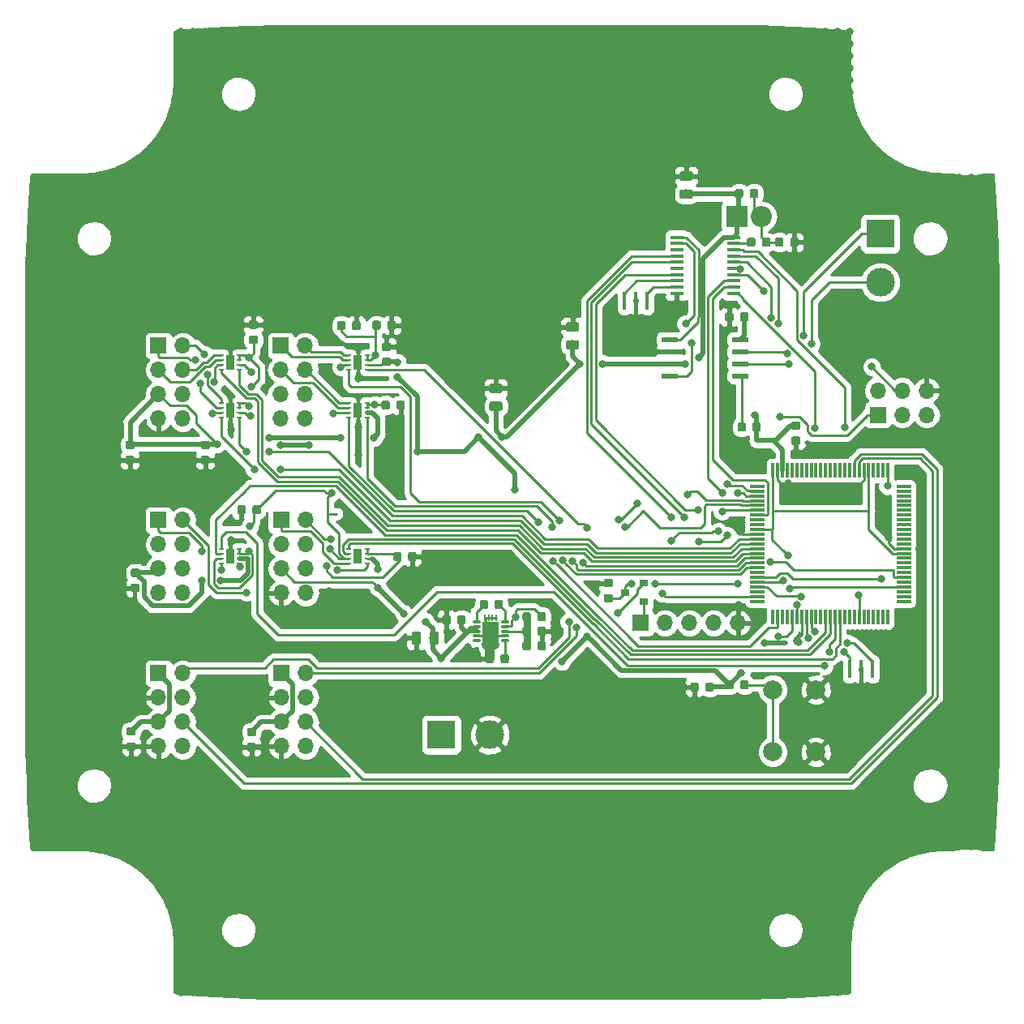
<source format=gbr>
G04 #@! TF.GenerationSoftware,KiCad,Pcbnew,(5.0.2)-1*
G04 #@! TF.CreationDate,2019-02-02T14:32:06-06:00*
G04 #@! TF.ProjectId,Motor test module,4d6f746f-7220-4746-9573-74206d6f6475,rev?*
G04 #@! TF.SameCoordinates,Original*
G04 #@! TF.FileFunction,Copper,L1,Top*
G04 #@! TF.FilePolarity,Positive*
%FSLAX46Y46*%
G04 Gerber Fmt 4.6, Leading zero omitted, Abs format (unit mm)*
G04 Created by KiCad (PCBNEW (5.0.2)-1) date 2/2/2019 2:32:06 PM*
%MOMM*%
%LPD*%
G01*
G04 APERTURE LIST*
G04 #@! TA.AperFunction,ComponentPad*
%ADD10R,1.700000X1.700000*%
G04 #@! TD*
G04 #@! TA.AperFunction,ComponentPad*
%ADD11O,1.700000X1.700000*%
G04 #@! TD*
G04 #@! TA.AperFunction,SMDPad,CuDef*
%ADD12R,1.500000X0.300000*%
G04 #@! TD*
G04 #@! TA.AperFunction,SMDPad,CuDef*
%ADD13R,0.300000X1.500000*%
G04 #@! TD*
G04 #@! TA.AperFunction,ComponentPad*
%ADD14R,3.000000X3.000000*%
G04 #@! TD*
G04 #@! TA.AperFunction,ComponentPad*
%ADD15C,3.000000*%
G04 #@! TD*
G04 #@! TA.AperFunction,SMDPad,CuDef*
%ADD16R,0.500000X0.250000*%
G04 #@! TD*
G04 #@! TA.AperFunction,SMDPad,CuDef*
%ADD17R,0.900000X1.600000*%
G04 #@! TD*
G04 #@! TA.AperFunction,Conductor*
%ADD18C,0.100000*%
G04 #@! TD*
G04 #@! TA.AperFunction,SMDPad,CuDef*
%ADD19C,0.875000*%
G04 #@! TD*
G04 #@! TA.AperFunction,ComponentPad*
%ADD20R,2.200000X2.200000*%
G04 #@! TD*
G04 #@! TA.AperFunction,ComponentPad*
%ADD21O,2.200000X2.200000*%
G04 #@! TD*
G04 #@! TA.AperFunction,SMDPad,CuDef*
%ADD22R,0.250000X0.700000*%
G04 #@! TD*
G04 #@! TA.AperFunction,SMDPad,CuDef*
%ADD23O,0.850000X0.280000*%
G04 #@! TD*
G04 #@! TA.AperFunction,SMDPad,CuDef*
%ADD24R,0.280000X0.280000*%
G04 #@! TD*
G04 #@! TA.AperFunction,ComponentPad*
%ADD25C,0.600000*%
G04 #@! TD*
G04 #@! TA.AperFunction,SMDPad,CuDef*
%ADD26R,1.700000X2.150000*%
G04 #@! TD*
G04 #@! TA.AperFunction,SMDPad,CuDef*
%ADD27R,0.650000X0.900000*%
G04 #@! TD*
G04 #@! TA.AperFunction,SMDPad,CuDef*
%ADD28R,0.230000X0.600000*%
G04 #@! TD*
G04 #@! TA.AperFunction,SMDPad,CuDef*
%ADD29R,1.450000X0.450000*%
G04 #@! TD*
G04 #@! TA.AperFunction,SMDPad,CuDef*
%ADD30R,1.750000X0.550000*%
G04 #@! TD*
G04 #@! TA.AperFunction,SMDPad,CuDef*
%ADD31R,0.400000X1.900000*%
G04 #@! TD*
G04 #@! TA.AperFunction,ComponentPad*
%ADD32C,2.000000*%
G04 #@! TD*
G04 #@! TA.AperFunction,SMDPad,CuDef*
%ADD33R,0.900000X0.800000*%
G04 #@! TD*
G04 #@! TA.AperFunction,SMDPad,CuDef*
%ADD34C,0.975000*%
G04 #@! TD*
G04 #@! TA.AperFunction,ViaPad*
%ADD35C,0.800000*%
G04 #@! TD*
G04 #@! TA.AperFunction,Conductor*
%ADD36C,0.500000*%
G04 #@! TD*
G04 #@! TA.AperFunction,Conductor*
%ADD37C,0.250000*%
G04 #@! TD*
G04 #@! TA.AperFunction,Conductor*
%ADD38C,1.000000*%
G04 #@! TD*
G04 #@! TA.AperFunction,Conductor*
%ADD39C,0.750000*%
G04 #@! TD*
G04 #@! TA.AperFunction,Conductor*
%ADD40C,0.254000*%
G04 #@! TD*
G04 APERTURE END LIST*
D10*
G04 #@! TO.P,J10,1*
G04 #@! TO.N,S0*
X172720000Y-92456000D03*
D11*
G04 #@! TO.P,J10,2*
G04 #@! TO.N,VPP*
X172720000Y-89916000D03*
G04 #@! TO.P,J10,3*
G04 #@! TO.N,SCK*
X175260000Y-92456000D03*
G04 #@! TO.P,J10,4*
G04 #@! TO.N,SI*
X175260000Y-89916000D03*
G04 #@! TO.P,J10,5*
G04 #@! TO.N,Rst*
X177800000Y-92456000D03*
G04 #@! TO.P,J10,6*
G04 #@! TO.N,GNDREF*
X177800000Y-89916000D03*
G04 #@! TD*
D12*
G04 #@! TO.P,U8,1*
G04 #@! TO.N,N/C*
X160117000Y-99918000D03*
G04 #@! TO.P,U8,2*
G04 #@! TO.N,Rx*
X160117000Y-100418000D03*
G04 #@! TO.P,U8,3*
G04 #@! TO.N,Tx*
X160117000Y-100918000D03*
G04 #@! TO.P,U8,4*
G04 #@! TO.N,Servo1*
X160117000Y-101418000D03*
G04 #@! TO.P,U8,5*
G04 #@! TO.N,Servo2*
X160117000Y-101918000D03*
G04 #@! TO.P,U8,6*
G04 #@! TO.N,INT*
X160117000Y-102418000D03*
G04 #@! TO.P,U8,7*
G04 #@! TO.N,RX0*
X160117000Y-102918000D03*
G04 #@! TO.P,U8,8*
G04 #@! TO.N,N/C*
X160117000Y-103418000D03*
G04 #@! TO.P,U8,9*
X160117000Y-103918000D03*
G04 #@! TO.P,U8,10*
G04 #@! TO.N,VCC*
X160117000Y-104418000D03*
G04 #@! TO.P,U8,11*
G04 #@! TO.N,GNDREF*
X160117000Y-104918000D03*
G04 #@! TO.P,U8,12*
G04 #@! TO.N,M1A+C*
X160117000Y-105418000D03*
G04 #@! TO.P,U8,13*
G04 #@! TO.N,M1A-C*
X160117000Y-105918000D03*
G04 #@! TO.P,U8,14*
G04 #@! TO.N,M1B+C*
X160117000Y-106418000D03*
G04 #@! TO.P,U8,15*
G04 #@! TO.N,M1B-C*
X160117000Y-106918000D03*
G04 #@! TO.P,U8,16*
G04 #@! TO.N,M2A+C*
X160117000Y-107418000D03*
G04 #@! TO.P,U8,17*
G04 #@! TO.N,M2A-C*
X160117000Y-107918000D03*
G04 #@! TO.P,U8,18*
G04 #@! TO.N,M2B+C*
X160117000Y-108418000D03*
G04 #@! TO.P,U8,19*
G04 #@! TO.N,N/C*
X160117000Y-108918000D03*
G04 #@! TO.P,U8,20*
G04 #@! TO.N,SCK*
X160117000Y-109418000D03*
G04 #@! TO.P,U8,21*
G04 #@! TO.N,SI*
X160117000Y-109918000D03*
G04 #@! TO.P,U8,22*
G04 #@! TO.N,S0*
X160117000Y-110418000D03*
G04 #@! TO.P,U8,23*
G04 #@! TO.N,N/C*
X160117000Y-110918000D03*
G04 #@! TO.P,U8,24*
G04 #@! TO.N,TX2*
X160117000Y-111418000D03*
G04 #@! TO.P,U8,25*
G04 #@! TO.N,N/C*
X160117000Y-111918000D03*
D13*
G04 #@! TO.P,U8,26*
X161767000Y-113568000D03*
G04 #@! TO.P,U8,27*
G04 #@! TO.N,M2B-C*
X162267000Y-113568000D03*
G04 #@! TO.P,U8,28*
G04 #@! TO.N,N/C*
X162767000Y-113568000D03*
G04 #@! TO.P,U8,29*
X163267000Y-113568000D03*
G04 #@! TO.P,U8,30*
G04 #@! TO.N,Rst*
X163767000Y-113568000D03*
G04 #@! TO.P,U8,31*
G04 #@! TO.N,VCC*
X164267000Y-113568000D03*
G04 #@! TO.P,U8,32*
G04 #@! TO.N,GNDREF*
X164767000Y-113568000D03*
G04 #@! TO.P,U8,33*
G04 #@! TO.N,Net-(U8-Pad33)*
X165267000Y-113568000D03*
G04 #@! TO.P,U8,34*
G04 #@! TO.N,Net-(U8-Pad34)*
X165767000Y-113568000D03*
G04 #@! TO.P,U8,35*
G04 #@! TO.N,N/C*
X166267000Y-113568000D03*
G04 #@! TO.P,U8,36*
X166767000Y-113568000D03*
G04 #@! TO.P,U8,37*
G04 #@! TO.N,M1+C*
X167267000Y-113568000D03*
G04 #@! TO.P,U8,38*
G04 #@! TO.N,M2+C*
X167767000Y-113568000D03*
G04 #@! TO.P,U8,39*
G04 #@! TO.N,M1-C*
X168267000Y-113568000D03*
G04 #@! TO.P,U8,40*
G04 #@! TO.N,M2-C*
X168767000Y-113568000D03*
G04 #@! TO.P,U8,41*
G04 #@! TO.N,N/C*
X169267000Y-113568000D03*
G04 #@! TO.P,U8,42*
X169767000Y-113568000D03*
G04 #@! TO.P,U8,43*
X170267000Y-113568000D03*
G04 #@! TO.P,U8,44*
G04 #@! TO.N,RX1*
X170767000Y-113568000D03*
G04 #@! TO.P,U8,45*
G04 #@! TO.N,N/C*
X171267000Y-113568000D03*
G04 #@! TO.P,U8,46*
X171767000Y-113568000D03*
G04 #@! TO.P,U8,47*
X172267000Y-113568000D03*
G04 #@! TO.P,U8,48*
X172767000Y-113568000D03*
G04 #@! TO.P,U8,49*
X173267000Y-113568000D03*
G04 #@! TO.P,U8,50*
X173767000Y-113568000D03*
D12*
G04 #@! TO.P,U8,51*
X175417000Y-111918000D03*
G04 #@! TO.P,U8,52*
X175417000Y-111418000D03*
G04 #@! TO.P,U8,53*
X175417000Y-110918000D03*
G04 #@! TO.P,U8,54*
G04 #@! TO.N,TX1*
X175417000Y-110418000D03*
G04 #@! TO.P,U8,55*
G04 #@! TO.N,N/C*
X175417000Y-109918000D03*
G04 #@! TO.P,U8,56*
G04 #@! TO.N,TX0*
X175417000Y-109418000D03*
G04 #@! TO.P,U8,57*
G04 #@! TO.N,N/C*
X175417000Y-108918000D03*
G04 #@! TO.P,U8,58*
X175417000Y-108418000D03*
G04 #@! TO.P,U8,59*
X175417000Y-107918000D03*
G04 #@! TO.P,U8,60*
X175417000Y-107418000D03*
G04 #@! TO.P,U8,61*
G04 #@! TO.N,VCC*
X175417000Y-106918000D03*
G04 #@! TO.P,U8,62*
G04 #@! TO.N,GNDREF*
X175417000Y-106418000D03*
G04 #@! TO.P,U8,63*
G04 #@! TO.N,N/C*
X175417000Y-105918000D03*
G04 #@! TO.P,U8,64*
X175417000Y-105418000D03*
G04 #@! TO.P,U8,65*
X175417000Y-104918000D03*
G04 #@! TO.P,U8,66*
X175417000Y-104418000D03*
G04 #@! TO.P,U8,67*
X175417000Y-103918000D03*
G04 #@! TO.P,U8,68*
X175417000Y-103418000D03*
G04 #@! TO.P,U8,69*
X175417000Y-102918000D03*
G04 #@! TO.P,U8,70*
X175417000Y-102418000D03*
G04 #@! TO.P,U8,71*
X175417000Y-101918000D03*
G04 #@! TO.P,U8,72*
X175417000Y-101418000D03*
G04 #@! TO.P,U8,73*
X175417000Y-100918000D03*
G04 #@! TO.P,U8,74*
X175417000Y-100418000D03*
G04 #@! TO.P,U8,75*
X175417000Y-99918000D03*
D13*
G04 #@! TO.P,U8,76*
G04 #@! TO.N,MCP_SS*
X173767000Y-98268000D03*
G04 #@! TO.P,U8,77*
G04 #@! TO.N,N/C*
X173267000Y-98268000D03*
G04 #@! TO.P,U8,78*
X172767000Y-98268000D03*
G04 #@! TO.P,U8,79*
X172267000Y-98268000D03*
G04 #@! TO.P,U8,80*
G04 #@! TO.N,VCC*
X171767000Y-98268000D03*
G04 #@! TO.P,U8,81*
G04 #@! TO.N,GNDREF*
X171267000Y-98268000D03*
G04 #@! TO.P,U8,82*
G04 #@! TO.N,E2*
X170767000Y-98268000D03*
G04 #@! TO.P,U8,83*
G04 #@! TO.N,E1*
X170267000Y-98268000D03*
G04 #@! TO.P,U8,84*
G04 #@! TO.N,N/C*
X169767000Y-98268000D03*
G04 #@! TO.P,U8,85*
X169267000Y-98268000D03*
G04 #@! TO.P,U8,86*
X168767000Y-98268000D03*
G04 #@! TO.P,U8,87*
X168267000Y-98268000D03*
G04 #@! TO.P,U8,88*
X167767000Y-98268000D03*
G04 #@! TO.P,U8,89*
X167267000Y-98268000D03*
G04 #@! TO.P,U8,90*
X166767000Y-98268000D03*
G04 #@! TO.P,U8,91*
X166267000Y-98268000D03*
G04 #@! TO.P,U8,92*
X165767000Y-98268000D03*
G04 #@! TO.P,U8,93*
X165267000Y-98268000D03*
G04 #@! TO.P,U8,94*
X164767000Y-98268000D03*
G04 #@! TO.P,U8,95*
X164267000Y-98268000D03*
G04 #@! TO.P,U8,96*
X163767000Y-98268000D03*
G04 #@! TO.P,U8,97*
X163267000Y-98268000D03*
G04 #@! TO.P,U8,98*
G04 #@! TO.N,+5V*
X162767000Y-98268000D03*
G04 #@! TO.P,U8,99*
G04 #@! TO.N,GNDREF*
X162267000Y-98268000D03*
G04 #@! TO.P,U8,100*
G04 #@! TO.N,VCC*
X161767000Y-98268000D03*
G04 #@! TD*
D14*
G04 #@! TO.P,J8,1*
G04 #@! TO.N,+12V*
X127127000Y-125857000D03*
D15*
G04 #@! TO.P,J8,2*
G04 #@! TO.N,GNDREF*
X132207000Y-125857000D03*
G04 #@! TD*
D16*
G04 #@! TO.P,U7,6*
G04 #@! TO.N,+5V*
X119377500Y-92198000D03*
G04 #@! TO.P,U7,5*
G04 #@! TO.N,M2B+C*
X119377500Y-92698000D03*
G04 #@! TO.P,U7,4*
G04 #@! TO.N,M2B-C*
X117477500Y-92698000D03*
G04 #@! TO.P,U7,2*
G04 #@! TO.N,M2B+*
X117477500Y-91698000D03*
G04 #@! TO.P,U7,1*
G04 #@! TO.N,M2B-*
X117477500Y-91198000D03*
D17*
G04 #@! TO.P,U7,9*
G04 #@! TO.N,GNDREF*
X118427500Y-91948000D03*
D16*
G04 #@! TO.P,U7,8*
G04 #@! TO.N,+3V3*
X119377500Y-91198000D03*
G04 #@! TO.P,U7,7*
X119377500Y-91698000D03*
G04 #@! TO.P,U7,3*
X117477500Y-92198000D03*
G04 #@! TD*
G04 #@! TO.P,U6,3*
G04 #@! TO.N,+3V3*
X117477500Y-87245000D03*
G04 #@! TO.P,U6,7*
X119377500Y-86745000D03*
G04 #@! TO.P,U6,8*
X119377500Y-86245000D03*
D17*
G04 #@! TO.P,U6,9*
G04 #@! TO.N,GNDREF*
X118427500Y-86995000D03*
D16*
G04 #@! TO.P,U6,1*
G04 #@! TO.N,M2A-*
X117477500Y-86245000D03*
G04 #@! TO.P,U6,2*
G04 #@! TO.N,M2A+*
X117477500Y-86745000D03*
G04 #@! TO.P,U6,4*
G04 #@! TO.N,M2A-C*
X117477500Y-87745000D03*
G04 #@! TO.P,U6,5*
G04 #@! TO.N,M2A+C*
X119377500Y-87745000D03*
G04 #@! TO.P,U6,6*
G04 #@! TO.N,+5V*
X119377500Y-87245000D03*
G04 #@! TD*
G04 #@! TO.P,U5,6*
G04 #@! TO.N,+12V*
X106042500Y-107438000D03*
G04 #@! TO.P,U5,5*
G04 #@! TO.N,M1-*
X106042500Y-107938000D03*
G04 #@! TO.P,U5,4*
G04 #@! TO.N,M1+*
X104142500Y-107938000D03*
G04 #@! TO.P,U5,2*
G04 #@! TO.N,M1+C*
X104142500Y-106938000D03*
G04 #@! TO.P,U5,1*
G04 #@! TO.N,M1-C*
X104142500Y-106438000D03*
D17*
G04 #@! TO.P,U5,9*
G04 #@! TO.N,GNDREF*
X105092500Y-107188000D03*
D16*
G04 #@! TO.P,U5,8*
G04 #@! TO.N,+3V3*
X106042500Y-106438000D03*
G04 #@! TO.P,U5,7*
X106042500Y-106938000D03*
G04 #@! TO.P,U5,3*
X104142500Y-107438000D03*
G04 #@! TD*
G04 #@! TO.P,U4,3*
G04 #@! TO.N,+3V3*
X117477500Y-107438000D03*
G04 #@! TO.P,U4,7*
X119377500Y-106938000D03*
G04 #@! TO.P,U4,8*
X119377500Y-106438000D03*
D17*
G04 #@! TO.P,U4,9*
G04 #@! TO.N,GNDREF*
X118427500Y-107188000D03*
D16*
G04 #@! TO.P,U4,1*
G04 #@! TO.N,M2-C*
X117477500Y-106438000D03*
G04 #@! TO.P,U4,2*
G04 #@! TO.N,M2+C*
X117477500Y-106938000D03*
G04 #@! TO.P,U4,4*
G04 #@! TO.N,M2+*
X117477500Y-107938000D03*
G04 #@! TO.P,U4,5*
G04 #@! TO.N,M2-*
X119377500Y-107938000D03*
G04 #@! TO.P,U4,6*
G04 #@! TO.N,+12V*
X119377500Y-107438000D03*
G04 #@! TD*
G04 #@! TO.P,U2,6*
G04 #@! TO.N,+5V*
X106042500Y-92198000D03*
G04 #@! TO.P,U2,5*
G04 #@! TO.N,M1A+C*
X106042500Y-92698000D03*
G04 #@! TO.P,U2,4*
G04 #@! TO.N,M1A-C*
X104142500Y-92698000D03*
G04 #@! TO.P,U2,2*
G04 #@! TO.N,M1A+*
X104142500Y-91698000D03*
G04 #@! TO.P,U2,1*
G04 #@! TO.N,M1A-*
X104142500Y-91198000D03*
D17*
G04 #@! TO.P,U2,9*
G04 #@! TO.N,GNDREF*
X105092500Y-91948000D03*
D16*
G04 #@! TO.P,U2,8*
G04 #@! TO.N,+3V3*
X106042500Y-91198000D03*
G04 #@! TO.P,U2,7*
X106042500Y-91698000D03*
G04 #@! TO.P,U2,3*
X104142500Y-92198000D03*
G04 #@! TD*
G04 #@! TO.P,U3,6*
G04 #@! TO.N,+5V*
X106042500Y-87226000D03*
G04 #@! TO.P,U3,5*
G04 #@! TO.N,M1B+C*
X106042500Y-87726000D03*
G04 #@! TO.P,U3,4*
G04 #@! TO.N,M1B-C*
X104142500Y-87726000D03*
G04 #@! TO.P,U3,2*
G04 #@! TO.N,M1B+*
X104142500Y-86726000D03*
G04 #@! TO.P,U3,1*
G04 #@! TO.N,M1B-*
X104142500Y-86226000D03*
D17*
G04 #@! TO.P,U3,9*
G04 #@! TO.N,GNDREF*
X105092500Y-86976000D03*
D16*
G04 #@! TO.P,U3,8*
G04 #@! TO.N,+3V3*
X106042500Y-86226000D03*
G04 #@! TO.P,U3,7*
X106042500Y-86726000D03*
G04 #@! TO.P,U3,3*
X104142500Y-87226000D03*
G04 #@! TD*
D18*
G04 #@! TO.N,GNDREF*
G04 #@! TO.C,C3*
G36*
X132421691Y-117445553D02*
X132442926Y-117448703D01*
X132463750Y-117453919D01*
X132483962Y-117461151D01*
X132503368Y-117470330D01*
X132521781Y-117481366D01*
X132539024Y-117494154D01*
X132554930Y-117508570D01*
X132569346Y-117524476D01*
X132582134Y-117541719D01*
X132593170Y-117560132D01*
X132602349Y-117579538D01*
X132609581Y-117599750D01*
X132614797Y-117620574D01*
X132617947Y-117641809D01*
X132619000Y-117663250D01*
X132619000Y-118175750D01*
X132617947Y-118197191D01*
X132614797Y-118218426D01*
X132609581Y-118239250D01*
X132602349Y-118259462D01*
X132593170Y-118278868D01*
X132582134Y-118297281D01*
X132569346Y-118314524D01*
X132554930Y-118330430D01*
X132539024Y-118344846D01*
X132521781Y-118357634D01*
X132503368Y-118368670D01*
X132483962Y-118377849D01*
X132463750Y-118385081D01*
X132442926Y-118390297D01*
X132421691Y-118393447D01*
X132400250Y-118394500D01*
X131962750Y-118394500D01*
X131941309Y-118393447D01*
X131920074Y-118390297D01*
X131899250Y-118385081D01*
X131879038Y-118377849D01*
X131859632Y-118368670D01*
X131841219Y-118357634D01*
X131823976Y-118344846D01*
X131808070Y-118330430D01*
X131793654Y-118314524D01*
X131780866Y-118297281D01*
X131769830Y-118278868D01*
X131760651Y-118259462D01*
X131753419Y-118239250D01*
X131748203Y-118218426D01*
X131745053Y-118197191D01*
X131744000Y-118175750D01*
X131744000Y-117663250D01*
X131745053Y-117641809D01*
X131748203Y-117620574D01*
X131753419Y-117599750D01*
X131760651Y-117579538D01*
X131769830Y-117560132D01*
X131780866Y-117541719D01*
X131793654Y-117524476D01*
X131808070Y-117508570D01*
X131823976Y-117494154D01*
X131841219Y-117481366D01*
X131859632Y-117470330D01*
X131879038Y-117461151D01*
X131899250Y-117453919D01*
X131920074Y-117448703D01*
X131941309Y-117445553D01*
X131962750Y-117444500D01*
X132400250Y-117444500D01*
X132421691Y-117445553D01*
X132421691Y-117445553D01*
G37*
D19*
G04 #@! TD*
G04 #@! TO.P,C3,1*
G04 #@! TO.N,GNDREF*
X132181500Y-117919500D03*
D18*
G04 #@! TO.N,Net-(C3-Pad2)*
G04 #@! TO.C,C3*
G36*
X133996691Y-117445553D02*
X134017926Y-117448703D01*
X134038750Y-117453919D01*
X134058962Y-117461151D01*
X134078368Y-117470330D01*
X134096781Y-117481366D01*
X134114024Y-117494154D01*
X134129930Y-117508570D01*
X134144346Y-117524476D01*
X134157134Y-117541719D01*
X134168170Y-117560132D01*
X134177349Y-117579538D01*
X134184581Y-117599750D01*
X134189797Y-117620574D01*
X134192947Y-117641809D01*
X134194000Y-117663250D01*
X134194000Y-118175750D01*
X134192947Y-118197191D01*
X134189797Y-118218426D01*
X134184581Y-118239250D01*
X134177349Y-118259462D01*
X134168170Y-118278868D01*
X134157134Y-118297281D01*
X134144346Y-118314524D01*
X134129930Y-118330430D01*
X134114024Y-118344846D01*
X134096781Y-118357634D01*
X134078368Y-118368670D01*
X134058962Y-118377849D01*
X134038750Y-118385081D01*
X134017926Y-118390297D01*
X133996691Y-118393447D01*
X133975250Y-118394500D01*
X133537750Y-118394500D01*
X133516309Y-118393447D01*
X133495074Y-118390297D01*
X133474250Y-118385081D01*
X133454038Y-118377849D01*
X133434632Y-118368670D01*
X133416219Y-118357634D01*
X133398976Y-118344846D01*
X133383070Y-118330430D01*
X133368654Y-118314524D01*
X133355866Y-118297281D01*
X133344830Y-118278868D01*
X133335651Y-118259462D01*
X133328419Y-118239250D01*
X133323203Y-118218426D01*
X133320053Y-118197191D01*
X133319000Y-118175750D01*
X133319000Y-117663250D01*
X133320053Y-117641809D01*
X133323203Y-117620574D01*
X133328419Y-117599750D01*
X133335651Y-117579538D01*
X133344830Y-117560132D01*
X133355866Y-117541719D01*
X133368654Y-117524476D01*
X133383070Y-117508570D01*
X133398976Y-117494154D01*
X133416219Y-117481366D01*
X133434632Y-117470330D01*
X133454038Y-117461151D01*
X133474250Y-117453919D01*
X133495074Y-117448703D01*
X133516309Y-117445553D01*
X133537750Y-117444500D01*
X133975250Y-117444500D01*
X133996691Y-117445553D01*
X133996691Y-117445553D01*
G37*
D19*
G04 #@! TD*
G04 #@! TO.P,C3,2*
G04 #@! TO.N,Net-(C3-Pad2)*
X133756500Y-117919500D03*
D18*
G04 #@! TO.N,Net-(C4-Pad2)*
G04 #@! TO.C,C4*
G36*
X136295191Y-116112053D02*
X136316426Y-116115203D01*
X136337250Y-116120419D01*
X136357462Y-116127651D01*
X136376868Y-116136830D01*
X136395281Y-116147866D01*
X136412524Y-116160654D01*
X136428430Y-116175070D01*
X136442846Y-116190976D01*
X136455634Y-116208219D01*
X136466670Y-116226632D01*
X136475849Y-116246038D01*
X136483081Y-116266250D01*
X136488297Y-116287074D01*
X136491447Y-116308309D01*
X136492500Y-116329750D01*
X136492500Y-116842250D01*
X136491447Y-116863691D01*
X136488297Y-116884926D01*
X136483081Y-116905750D01*
X136475849Y-116925962D01*
X136466670Y-116945368D01*
X136455634Y-116963781D01*
X136442846Y-116981024D01*
X136428430Y-116996930D01*
X136412524Y-117011346D01*
X136395281Y-117024134D01*
X136376868Y-117035170D01*
X136357462Y-117044349D01*
X136337250Y-117051581D01*
X136316426Y-117056797D01*
X136295191Y-117059947D01*
X136273750Y-117061000D01*
X135836250Y-117061000D01*
X135814809Y-117059947D01*
X135793574Y-117056797D01*
X135772750Y-117051581D01*
X135752538Y-117044349D01*
X135733132Y-117035170D01*
X135714719Y-117024134D01*
X135697476Y-117011346D01*
X135681570Y-116996930D01*
X135667154Y-116981024D01*
X135654366Y-116963781D01*
X135643330Y-116945368D01*
X135634151Y-116925962D01*
X135626919Y-116905750D01*
X135621703Y-116884926D01*
X135618553Y-116863691D01*
X135617500Y-116842250D01*
X135617500Y-116329750D01*
X135618553Y-116308309D01*
X135621703Y-116287074D01*
X135626919Y-116266250D01*
X135634151Y-116246038D01*
X135643330Y-116226632D01*
X135654366Y-116208219D01*
X135667154Y-116190976D01*
X135681570Y-116175070D01*
X135697476Y-116160654D01*
X135714719Y-116147866D01*
X135733132Y-116136830D01*
X135752538Y-116127651D01*
X135772750Y-116120419D01*
X135793574Y-116115203D01*
X135814809Y-116112053D01*
X135836250Y-116111000D01*
X136273750Y-116111000D01*
X136295191Y-116112053D01*
X136295191Y-116112053D01*
G37*
D19*
G04 #@! TD*
G04 #@! TO.P,C4,2*
G04 #@! TO.N,Net-(C4-Pad2)*
X136055000Y-116586000D03*
D18*
G04 #@! TO.N,GNDREF*
G04 #@! TO.C,C4*
G36*
X137870191Y-116112053D02*
X137891426Y-116115203D01*
X137912250Y-116120419D01*
X137932462Y-116127651D01*
X137951868Y-116136830D01*
X137970281Y-116147866D01*
X137987524Y-116160654D01*
X138003430Y-116175070D01*
X138017846Y-116190976D01*
X138030634Y-116208219D01*
X138041670Y-116226632D01*
X138050849Y-116246038D01*
X138058081Y-116266250D01*
X138063297Y-116287074D01*
X138066447Y-116308309D01*
X138067500Y-116329750D01*
X138067500Y-116842250D01*
X138066447Y-116863691D01*
X138063297Y-116884926D01*
X138058081Y-116905750D01*
X138050849Y-116925962D01*
X138041670Y-116945368D01*
X138030634Y-116963781D01*
X138017846Y-116981024D01*
X138003430Y-116996930D01*
X137987524Y-117011346D01*
X137970281Y-117024134D01*
X137951868Y-117035170D01*
X137932462Y-117044349D01*
X137912250Y-117051581D01*
X137891426Y-117056797D01*
X137870191Y-117059947D01*
X137848750Y-117061000D01*
X137411250Y-117061000D01*
X137389809Y-117059947D01*
X137368574Y-117056797D01*
X137347750Y-117051581D01*
X137327538Y-117044349D01*
X137308132Y-117035170D01*
X137289719Y-117024134D01*
X137272476Y-117011346D01*
X137256570Y-116996930D01*
X137242154Y-116981024D01*
X137229366Y-116963781D01*
X137218330Y-116945368D01*
X137209151Y-116925962D01*
X137201919Y-116905750D01*
X137196703Y-116884926D01*
X137193553Y-116863691D01*
X137192500Y-116842250D01*
X137192500Y-116329750D01*
X137193553Y-116308309D01*
X137196703Y-116287074D01*
X137201919Y-116266250D01*
X137209151Y-116246038D01*
X137218330Y-116226632D01*
X137229366Y-116208219D01*
X137242154Y-116190976D01*
X137256570Y-116175070D01*
X137272476Y-116160654D01*
X137289719Y-116147866D01*
X137308132Y-116136830D01*
X137327538Y-116127651D01*
X137347750Y-116120419D01*
X137368574Y-116115203D01*
X137389809Y-116112053D01*
X137411250Y-116111000D01*
X137848750Y-116111000D01*
X137870191Y-116112053D01*
X137870191Y-116112053D01*
G37*
D19*
G04 #@! TD*
G04 #@! TO.P,C4,1*
G04 #@! TO.N,GNDREF*
X137630000Y-116586000D03*
D18*
G04 #@! TO.N,Net-(C14-Pad1)*
G04 #@! TO.C,C14*
G36*
X162673191Y-73948053D02*
X162694426Y-73951203D01*
X162715250Y-73956419D01*
X162735462Y-73963651D01*
X162754868Y-73972830D01*
X162773281Y-73983866D01*
X162790524Y-73996654D01*
X162806430Y-74011070D01*
X162820846Y-74026976D01*
X162833634Y-74044219D01*
X162844670Y-74062632D01*
X162853849Y-74082038D01*
X162861081Y-74102250D01*
X162866297Y-74123074D01*
X162869447Y-74144309D01*
X162870500Y-74165750D01*
X162870500Y-74678250D01*
X162869447Y-74699691D01*
X162866297Y-74720926D01*
X162861081Y-74741750D01*
X162853849Y-74761962D01*
X162844670Y-74781368D01*
X162833634Y-74799781D01*
X162820846Y-74817024D01*
X162806430Y-74832930D01*
X162790524Y-74847346D01*
X162773281Y-74860134D01*
X162754868Y-74871170D01*
X162735462Y-74880349D01*
X162715250Y-74887581D01*
X162694426Y-74892797D01*
X162673191Y-74895947D01*
X162651750Y-74897000D01*
X162214250Y-74897000D01*
X162192809Y-74895947D01*
X162171574Y-74892797D01*
X162150750Y-74887581D01*
X162130538Y-74880349D01*
X162111132Y-74871170D01*
X162092719Y-74860134D01*
X162075476Y-74847346D01*
X162059570Y-74832930D01*
X162045154Y-74817024D01*
X162032366Y-74799781D01*
X162021330Y-74781368D01*
X162012151Y-74761962D01*
X162004919Y-74741750D01*
X161999703Y-74720926D01*
X161996553Y-74699691D01*
X161995500Y-74678250D01*
X161995500Y-74165750D01*
X161996553Y-74144309D01*
X161999703Y-74123074D01*
X162004919Y-74102250D01*
X162012151Y-74082038D01*
X162021330Y-74062632D01*
X162032366Y-74044219D01*
X162045154Y-74026976D01*
X162059570Y-74011070D01*
X162075476Y-73996654D01*
X162092719Y-73983866D01*
X162111132Y-73972830D01*
X162130538Y-73963651D01*
X162150750Y-73956419D01*
X162171574Y-73951203D01*
X162192809Y-73948053D01*
X162214250Y-73947000D01*
X162651750Y-73947000D01*
X162673191Y-73948053D01*
X162673191Y-73948053D01*
G37*
D19*
G04 #@! TD*
G04 #@! TO.P,C14,1*
G04 #@! TO.N,Net-(C14-Pad1)*
X162433000Y-74422000D03*
D18*
G04 #@! TO.N,GNDREF*
G04 #@! TO.C,C14*
G36*
X164248191Y-73948053D02*
X164269426Y-73951203D01*
X164290250Y-73956419D01*
X164310462Y-73963651D01*
X164329868Y-73972830D01*
X164348281Y-73983866D01*
X164365524Y-73996654D01*
X164381430Y-74011070D01*
X164395846Y-74026976D01*
X164408634Y-74044219D01*
X164419670Y-74062632D01*
X164428849Y-74082038D01*
X164436081Y-74102250D01*
X164441297Y-74123074D01*
X164444447Y-74144309D01*
X164445500Y-74165750D01*
X164445500Y-74678250D01*
X164444447Y-74699691D01*
X164441297Y-74720926D01*
X164436081Y-74741750D01*
X164428849Y-74761962D01*
X164419670Y-74781368D01*
X164408634Y-74799781D01*
X164395846Y-74817024D01*
X164381430Y-74832930D01*
X164365524Y-74847346D01*
X164348281Y-74860134D01*
X164329868Y-74871170D01*
X164310462Y-74880349D01*
X164290250Y-74887581D01*
X164269426Y-74892797D01*
X164248191Y-74895947D01*
X164226750Y-74897000D01*
X163789250Y-74897000D01*
X163767809Y-74895947D01*
X163746574Y-74892797D01*
X163725750Y-74887581D01*
X163705538Y-74880349D01*
X163686132Y-74871170D01*
X163667719Y-74860134D01*
X163650476Y-74847346D01*
X163634570Y-74832930D01*
X163620154Y-74817024D01*
X163607366Y-74799781D01*
X163596330Y-74781368D01*
X163587151Y-74761962D01*
X163579919Y-74741750D01*
X163574703Y-74720926D01*
X163571553Y-74699691D01*
X163570500Y-74678250D01*
X163570500Y-74165750D01*
X163571553Y-74144309D01*
X163574703Y-74123074D01*
X163579919Y-74102250D01*
X163587151Y-74082038D01*
X163596330Y-74062632D01*
X163607366Y-74044219D01*
X163620154Y-74026976D01*
X163634570Y-74011070D01*
X163650476Y-73996654D01*
X163667719Y-73983866D01*
X163686132Y-73972830D01*
X163705538Y-73963651D01*
X163725750Y-73956419D01*
X163746574Y-73951203D01*
X163767809Y-73948053D01*
X163789250Y-73947000D01*
X164226750Y-73947000D01*
X164248191Y-73948053D01*
X164248191Y-73948053D01*
G37*
D19*
G04 #@! TD*
G04 #@! TO.P,C14,2*
G04 #@! TO.N,GNDREF*
X164008000Y-74422000D03*
D20*
G04 #@! TO.P,D1,1*
G04 #@! TO.N,+5V*
X157988000Y-71755000D03*
D21*
G04 #@! TO.P,D1,2*
G04 #@! TO.N,Net-(C14-Pad1)*
X160528000Y-71755000D03*
G04 #@! TD*
D22*
G04 #@! TO.P,U1,11*
G04 #@! TO.N,GNDREF*
X131685000Y-116471000D03*
X132885000Y-116471000D03*
X131685000Y-113621000D03*
X132885000Y-113621000D03*
D23*
G04 #@! TO.P,U1,1*
G04 #@! TO.N,Net-(L1-Pad1)*
X130810000Y-114046000D03*
G04 #@! TO.P,U1,2*
G04 #@! TO.N,+12V*
X130810000Y-114546000D03*
D24*
G04 #@! TO.P,U1,3*
X130525000Y-115046000D03*
D23*
G04 #@! TO.P,U1,4*
G04 #@! TO.N,GNDREF*
X130810000Y-115546000D03*
D24*
G04 #@! TO.P,U1,5*
G04 #@! TO.N,Net-(U1-Pad5)*
X130525000Y-116046000D03*
D23*
G04 #@! TO.P,U1,6*
G04 #@! TO.N,Net-(C3-Pad2)*
X133760000Y-116046000D03*
G04 #@! TO.P,U1,7*
G04 #@! TO.N,GNDREF*
X133760000Y-115546000D03*
D24*
G04 #@! TO.P,U1,8*
G04 #@! TO.N,Net-(C4-Pad2)*
X134045000Y-115046000D03*
G04 #@! TO.P,U1,9*
G04 #@! TO.N,+5V*
X134045000Y-114546000D03*
G04 #@! TO.P,U1,10*
G04 #@! TO.N,Net-(L1-Pad2)*
X134045000Y-114046000D03*
D25*
G04 #@! TO.P,U1,11*
G04 #@! TO.N,GNDREF*
X132285000Y-115046000D03*
X131785000Y-114546000D03*
X132785000Y-114546000D03*
X131785000Y-115546000D03*
X132785000Y-115546000D03*
D22*
X132085000Y-113621000D03*
X132485000Y-113621000D03*
X132085000Y-116471000D03*
X132485000Y-116471000D03*
D26*
X132285000Y-115046000D03*
D24*
G04 #@! TO.P,U1,1*
G04 #@! TO.N,Net-(L1-Pad1)*
X130525000Y-114046000D03*
G04 #@! TO.P,U1,2*
G04 #@! TO.N,+12V*
X130525000Y-114546000D03*
D23*
G04 #@! TO.P,U1,3*
X130810000Y-115046000D03*
D24*
G04 #@! TO.P,U1,4*
G04 #@! TO.N,GNDREF*
X130525000Y-115546000D03*
D23*
G04 #@! TO.P,U1,5*
G04 #@! TO.N,Net-(U1-Pad5)*
X130810000Y-116046000D03*
D24*
G04 #@! TO.P,U1,6*
G04 #@! TO.N,Net-(C3-Pad2)*
X134045000Y-116046000D03*
G04 #@! TO.P,U1,7*
G04 #@! TO.N,GNDREF*
X134045000Y-115546000D03*
D23*
G04 #@! TO.P,U1,8*
G04 #@! TO.N,Net-(C4-Pad2)*
X133760000Y-115046000D03*
G04 #@! TO.P,U1,9*
G04 #@! TO.N,+5V*
X133760000Y-114546000D03*
G04 #@! TO.P,U1,10*
G04 #@! TO.N,Net-(L1-Pad2)*
X133760000Y-114046000D03*
D27*
G04 #@! TO.P,U1,11*
G04 #@! TO.N,GNDREF*
X131850000Y-114486000D03*
X132720000Y-115606000D03*
X131850000Y-115606000D03*
X132720000Y-114486000D03*
D28*
X131685000Y-113621000D03*
X132085000Y-113621000D03*
X132485000Y-113621000D03*
X132885000Y-113621000D03*
X131685000Y-116471000D03*
X132085000Y-116471000D03*
X132485000Y-116471000D03*
X132885000Y-116471000D03*
G04 #@! TD*
D29*
G04 #@! TO.P,U9,1*
G04 #@! TO.N,Net-(U10-Pad1)*
X151736000Y-73910000D03*
G04 #@! TO.P,U9,2*
G04 #@! TO.N,Net-(U10-Pad4)*
X151736000Y-74560000D03*
G04 #@! TO.P,U9,3*
G04 #@! TO.N,N/C*
X151736000Y-75210000D03*
G04 #@! TO.P,U9,4*
G04 #@! TO.N,TX0*
X151736000Y-75860000D03*
G04 #@! TO.P,U9,5*
G04 #@! TO.N,TX1*
X151736000Y-76510000D03*
G04 #@! TO.P,U9,6*
G04 #@! TO.N,N/C*
X151736000Y-77160000D03*
G04 #@! TO.P,U9,7*
G04 #@! TO.N,TX2*
X151736000Y-77810000D03*
G04 #@! TO.P,U9,8*
G04 #@! TO.N,Net-(U9-Pad8)*
X151736000Y-78460000D03*
G04 #@! TO.P,U9,9*
G04 #@! TO.N,Net-(U9-Pad9)*
X151736000Y-79110000D03*
G04 #@! TO.P,U9,10*
G04 #@! TO.N,GNDREF*
X151736000Y-79760000D03*
G04 #@! TO.P,U9,11*
G04 #@! TO.N,RX1*
X157636000Y-79760000D03*
G04 #@! TO.P,U9,12*
G04 #@! TO.N,RX0*
X157636000Y-79110000D03*
G04 #@! TO.P,U9,13*
G04 #@! TO.N,INT*
X157636000Y-78460000D03*
G04 #@! TO.P,U9,14*
G04 #@! TO.N,SCK*
X157636000Y-77810000D03*
G04 #@! TO.P,U9,15*
G04 #@! TO.N,N/C*
X157636000Y-77160000D03*
G04 #@! TO.P,U9,16*
G04 #@! TO.N,SI*
X157636000Y-76510000D03*
G04 #@! TO.P,U9,17*
G04 #@! TO.N,S0*
X157636000Y-75860000D03*
G04 #@! TO.P,U9,18*
G04 #@! TO.N,MCP_SS*
X157636000Y-75210000D03*
G04 #@! TO.P,U9,19*
G04 #@! TO.N,Reset*
X157636000Y-74560000D03*
G04 #@! TO.P,U9,20*
G04 #@! TO.N,+5V*
X157636000Y-73910000D03*
G04 #@! TD*
D18*
G04 #@! TO.N,GNDREF*
G04 #@! TO.C,C16*
G36*
X118502591Y-82660253D02*
X118523826Y-82663403D01*
X118544650Y-82668619D01*
X118564862Y-82675851D01*
X118584268Y-82685030D01*
X118602681Y-82696066D01*
X118619924Y-82708854D01*
X118635830Y-82723270D01*
X118650246Y-82739176D01*
X118663034Y-82756419D01*
X118674070Y-82774832D01*
X118683249Y-82794238D01*
X118690481Y-82814450D01*
X118695697Y-82835274D01*
X118698847Y-82856509D01*
X118699900Y-82877950D01*
X118699900Y-83390450D01*
X118698847Y-83411891D01*
X118695697Y-83433126D01*
X118690481Y-83453950D01*
X118683249Y-83474162D01*
X118674070Y-83493568D01*
X118663034Y-83511981D01*
X118650246Y-83529224D01*
X118635830Y-83545130D01*
X118619924Y-83559546D01*
X118602681Y-83572334D01*
X118584268Y-83583370D01*
X118564862Y-83592549D01*
X118544650Y-83599781D01*
X118523826Y-83604997D01*
X118502591Y-83608147D01*
X118481150Y-83609200D01*
X118043650Y-83609200D01*
X118022209Y-83608147D01*
X118000974Y-83604997D01*
X117980150Y-83599781D01*
X117959938Y-83592549D01*
X117940532Y-83583370D01*
X117922119Y-83572334D01*
X117904876Y-83559546D01*
X117888970Y-83545130D01*
X117874554Y-83529224D01*
X117861766Y-83511981D01*
X117850730Y-83493568D01*
X117841551Y-83474162D01*
X117834319Y-83453950D01*
X117829103Y-83433126D01*
X117825953Y-83411891D01*
X117824900Y-83390450D01*
X117824900Y-82877950D01*
X117825953Y-82856509D01*
X117829103Y-82835274D01*
X117834319Y-82814450D01*
X117841551Y-82794238D01*
X117850730Y-82774832D01*
X117861766Y-82756419D01*
X117874554Y-82739176D01*
X117888970Y-82723270D01*
X117904876Y-82708854D01*
X117922119Y-82696066D01*
X117940532Y-82685030D01*
X117959938Y-82675851D01*
X117980150Y-82668619D01*
X118000974Y-82663403D01*
X118022209Y-82660253D01*
X118043650Y-82659200D01*
X118481150Y-82659200D01*
X118502591Y-82660253D01*
X118502591Y-82660253D01*
G37*
D19*
G04 #@! TD*
G04 #@! TO.P,C16,2*
G04 #@! TO.N,GNDREF*
X118262400Y-83134200D03*
D18*
G04 #@! TO.N,+3V3*
G04 #@! TO.C,C16*
G36*
X116927591Y-82660253D02*
X116948826Y-82663403D01*
X116969650Y-82668619D01*
X116989862Y-82675851D01*
X117009268Y-82685030D01*
X117027681Y-82696066D01*
X117044924Y-82708854D01*
X117060830Y-82723270D01*
X117075246Y-82739176D01*
X117088034Y-82756419D01*
X117099070Y-82774832D01*
X117108249Y-82794238D01*
X117115481Y-82814450D01*
X117120697Y-82835274D01*
X117123847Y-82856509D01*
X117124900Y-82877950D01*
X117124900Y-83390450D01*
X117123847Y-83411891D01*
X117120697Y-83433126D01*
X117115481Y-83453950D01*
X117108249Y-83474162D01*
X117099070Y-83493568D01*
X117088034Y-83511981D01*
X117075246Y-83529224D01*
X117060830Y-83545130D01*
X117044924Y-83559546D01*
X117027681Y-83572334D01*
X117009268Y-83583370D01*
X116989862Y-83592549D01*
X116969650Y-83599781D01*
X116948826Y-83604997D01*
X116927591Y-83608147D01*
X116906150Y-83609200D01*
X116468650Y-83609200D01*
X116447209Y-83608147D01*
X116425974Y-83604997D01*
X116405150Y-83599781D01*
X116384938Y-83592549D01*
X116365532Y-83583370D01*
X116347119Y-83572334D01*
X116329876Y-83559546D01*
X116313970Y-83545130D01*
X116299554Y-83529224D01*
X116286766Y-83511981D01*
X116275730Y-83493568D01*
X116266551Y-83474162D01*
X116259319Y-83453950D01*
X116254103Y-83433126D01*
X116250953Y-83411891D01*
X116249900Y-83390450D01*
X116249900Y-82877950D01*
X116250953Y-82856509D01*
X116254103Y-82835274D01*
X116259319Y-82814450D01*
X116266551Y-82794238D01*
X116275730Y-82774832D01*
X116286766Y-82756419D01*
X116299554Y-82739176D01*
X116313970Y-82723270D01*
X116329876Y-82708854D01*
X116347119Y-82696066D01*
X116365532Y-82685030D01*
X116384938Y-82675851D01*
X116405150Y-82668619D01*
X116425974Y-82663403D01*
X116447209Y-82660253D01*
X116468650Y-82659200D01*
X116906150Y-82659200D01*
X116927591Y-82660253D01*
X116927591Y-82660253D01*
G37*
D19*
G04 #@! TD*
G04 #@! TO.P,C16,1*
G04 #@! TO.N,+3V3*
X116687400Y-83134200D03*
D18*
G04 #@! TO.N,+3V3*
G04 #@! TO.C,C17*
G36*
X120610691Y-82609453D02*
X120631926Y-82612603D01*
X120652750Y-82617819D01*
X120672962Y-82625051D01*
X120692368Y-82634230D01*
X120710781Y-82645266D01*
X120728024Y-82658054D01*
X120743930Y-82672470D01*
X120758346Y-82688376D01*
X120771134Y-82705619D01*
X120782170Y-82724032D01*
X120791349Y-82743438D01*
X120798581Y-82763650D01*
X120803797Y-82784474D01*
X120806947Y-82805709D01*
X120808000Y-82827150D01*
X120808000Y-83339650D01*
X120806947Y-83361091D01*
X120803797Y-83382326D01*
X120798581Y-83403150D01*
X120791349Y-83423362D01*
X120782170Y-83442768D01*
X120771134Y-83461181D01*
X120758346Y-83478424D01*
X120743930Y-83494330D01*
X120728024Y-83508746D01*
X120710781Y-83521534D01*
X120692368Y-83532570D01*
X120672962Y-83541749D01*
X120652750Y-83548981D01*
X120631926Y-83554197D01*
X120610691Y-83557347D01*
X120589250Y-83558400D01*
X120151750Y-83558400D01*
X120130309Y-83557347D01*
X120109074Y-83554197D01*
X120088250Y-83548981D01*
X120068038Y-83541749D01*
X120048632Y-83532570D01*
X120030219Y-83521534D01*
X120012976Y-83508746D01*
X119997070Y-83494330D01*
X119982654Y-83478424D01*
X119969866Y-83461181D01*
X119958830Y-83442768D01*
X119949651Y-83423362D01*
X119942419Y-83403150D01*
X119937203Y-83382326D01*
X119934053Y-83361091D01*
X119933000Y-83339650D01*
X119933000Y-82827150D01*
X119934053Y-82805709D01*
X119937203Y-82784474D01*
X119942419Y-82763650D01*
X119949651Y-82743438D01*
X119958830Y-82724032D01*
X119969866Y-82705619D01*
X119982654Y-82688376D01*
X119997070Y-82672470D01*
X120012976Y-82658054D01*
X120030219Y-82645266D01*
X120048632Y-82634230D01*
X120068038Y-82625051D01*
X120088250Y-82617819D01*
X120109074Y-82612603D01*
X120130309Y-82609453D01*
X120151750Y-82608400D01*
X120589250Y-82608400D01*
X120610691Y-82609453D01*
X120610691Y-82609453D01*
G37*
D19*
G04 #@! TD*
G04 #@! TO.P,C17,1*
G04 #@! TO.N,+3V3*
X120370500Y-83083400D03*
D18*
G04 #@! TO.N,GNDREF*
G04 #@! TO.C,C17*
G36*
X122185691Y-82609453D02*
X122206926Y-82612603D01*
X122227750Y-82617819D01*
X122247962Y-82625051D01*
X122267368Y-82634230D01*
X122285781Y-82645266D01*
X122303024Y-82658054D01*
X122318930Y-82672470D01*
X122333346Y-82688376D01*
X122346134Y-82705619D01*
X122357170Y-82724032D01*
X122366349Y-82743438D01*
X122373581Y-82763650D01*
X122378797Y-82784474D01*
X122381947Y-82805709D01*
X122383000Y-82827150D01*
X122383000Y-83339650D01*
X122381947Y-83361091D01*
X122378797Y-83382326D01*
X122373581Y-83403150D01*
X122366349Y-83423362D01*
X122357170Y-83442768D01*
X122346134Y-83461181D01*
X122333346Y-83478424D01*
X122318930Y-83494330D01*
X122303024Y-83508746D01*
X122285781Y-83521534D01*
X122267368Y-83532570D01*
X122247962Y-83541749D01*
X122227750Y-83548981D01*
X122206926Y-83554197D01*
X122185691Y-83557347D01*
X122164250Y-83558400D01*
X121726750Y-83558400D01*
X121705309Y-83557347D01*
X121684074Y-83554197D01*
X121663250Y-83548981D01*
X121643038Y-83541749D01*
X121623632Y-83532570D01*
X121605219Y-83521534D01*
X121587976Y-83508746D01*
X121572070Y-83494330D01*
X121557654Y-83478424D01*
X121544866Y-83461181D01*
X121533830Y-83442768D01*
X121524651Y-83423362D01*
X121517419Y-83403150D01*
X121512203Y-83382326D01*
X121509053Y-83361091D01*
X121508000Y-83339650D01*
X121508000Y-82827150D01*
X121509053Y-82805709D01*
X121512203Y-82784474D01*
X121517419Y-82763650D01*
X121524651Y-82743438D01*
X121533830Y-82724032D01*
X121544866Y-82705619D01*
X121557654Y-82688376D01*
X121572070Y-82672470D01*
X121587976Y-82658054D01*
X121605219Y-82645266D01*
X121623632Y-82634230D01*
X121643038Y-82625051D01*
X121663250Y-82617819D01*
X121684074Y-82612603D01*
X121705309Y-82609453D01*
X121726750Y-82608400D01*
X122164250Y-82608400D01*
X122185691Y-82609453D01*
X122185691Y-82609453D01*
G37*
D19*
G04 #@! TD*
G04 #@! TO.P,C17,2*
G04 #@! TO.N,GNDREF*
X121945500Y-83083400D03*
D18*
G04 #@! TO.N,+3V3*
G04 #@! TO.C,C18*
G36*
X107783191Y-84171053D02*
X107804426Y-84174203D01*
X107825250Y-84179419D01*
X107845462Y-84186651D01*
X107864868Y-84195830D01*
X107883281Y-84206866D01*
X107900524Y-84219654D01*
X107916430Y-84234070D01*
X107930846Y-84249976D01*
X107943634Y-84267219D01*
X107954670Y-84285632D01*
X107963849Y-84305038D01*
X107971081Y-84325250D01*
X107976297Y-84346074D01*
X107979447Y-84367309D01*
X107980500Y-84388750D01*
X107980500Y-84826250D01*
X107979447Y-84847691D01*
X107976297Y-84868926D01*
X107971081Y-84889750D01*
X107963849Y-84909962D01*
X107954670Y-84929368D01*
X107943634Y-84947781D01*
X107930846Y-84965024D01*
X107916430Y-84980930D01*
X107900524Y-84995346D01*
X107883281Y-85008134D01*
X107864868Y-85019170D01*
X107845462Y-85028349D01*
X107825250Y-85035581D01*
X107804426Y-85040797D01*
X107783191Y-85043947D01*
X107761750Y-85045000D01*
X107249250Y-85045000D01*
X107227809Y-85043947D01*
X107206574Y-85040797D01*
X107185750Y-85035581D01*
X107165538Y-85028349D01*
X107146132Y-85019170D01*
X107127719Y-85008134D01*
X107110476Y-84995346D01*
X107094570Y-84980930D01*
X107080154Y-84965024D01*
X107067366Y-84947781D01*
X107056330Y-84929368D01*
X107047151Y-84909962D01*
X107039919Y-84889750D01*
X107034703Y-84868926D01*
X107031553Y-84847691D01*
X107030500Y-84826250D01*
X107030500Y-84388750D01*
X107031553Y-84367309D01*
X107034703Y-84346074D01*
X107039919Y-84325250D01*
X107047151Y-84305038D01*
X107056330Y-84285632D01*
X107067366Y-84267219D01*
X107080154Y-84249976D01*
X107094570Y-84234070D01*
X107110476Y-84219654D01*
X107127719Y-84206866D01*
X107146132Y-84195830D01*
X107165538Y-84186651D01*
X107185750Y-84179419D01*
X107206574Y-84174203D01*
X107227809Y-84171053D01*
X107249250Y-84170000D01*
X107761750Y-84170000D01*
X107783191Y-84171053D01*
X107783191Y-84171053D01*
G37*
D19*
G04 #@! TD*
G04 #@! TO.P,C18,1*
G04 #@! TO.N,+3V3*
X107505500Y-84607500D03*
D18*
G04 #@! TO.N,GNDREF*
G04 #@! TO.C,C18*
G36*
X107783191Y-82596053D02*
X107804426Y-82599203D01*
X107825250Y-82604419D01*
X107845462Y-82611651D01*
X107864868Y-82620830D01*
X107883281Y-82631866D01*
X107900524Y-82644654D01*
X107916430Y-82659070D01*
X107930846Y-82674976D01*
X107943634Y-82692219D01*
X107954670Y-82710632D01*
X107963849Y-82730038D01*
X107971081Y-82750250D01*
X107976297Y-82771074D01*
X107979447Y-82792309D01*
X107980500Y-82813750D01*
X107980500Y-83251250D01*
X107979447Y-83272691D01*
X107976297Y-83293926D01*
X107971081Y-83314750D01*
X107963849Y-83334962D01*
X107954670Y-83354368D01*
X107943634Y-83372781D01*
X107930846Y-83390024D01*
X107916430Y-83405930D01*
X107900524Y-83420346D01*
X107883281Y-83433134D01*
X107864868Y-83444170D01*
X107845462Y-83453349D01*
X107825250Y-83460581D01*
X107804426Y-83465797D01*
X107783191Y-83468947D01*
X107761750Y-83470000D01*
X107249250Y-83470000D01*
X107227809Y-83468947D01*
X107206574Y-83465797D01*
X107185750Y-83460581D01*
X107165538Y-83453349D01*
X107146132Y-83444170D01*
X107127719Y-83433134D01*
X107110476Y-83420346D01*
X107094570Y-83405930D01*
X107080154Y-83390024D01*
X107067366Y-83372781D01*
X107056330Y-83354368D01*
X107047151Y-83334962D01*
X107039919Y-83314750D01*
X107034703Y-83293926D01*
X107031553Y-83272691D01*
X107030500Y-83251250D01*
X107030500Y-82813750D01*
X107031553Y-82792309D01*
X107034703Y-82771074D01*
X107039919Y-82750250D01*
X107047151Y-82730038D01*
X107056330Y-82710632D01*
X107067366Y-82692219D01*
X107080154Y-82674976D01*
X107094570Y-82659070D01*
X107110476Y-82644654D01*
X107127719Y-82631866D01*
X107146132Y-82620830D01*
X107165538Y-82611651D01*
X107185750Y-82604419D01*
X107206574Y-82599203D01*
X107227809Y-82596053D01*
X107249250Y-82595000D01*
X107761750Y-82595000D01*
X107783191Y-82596053D01*
X107783191Y-82596053D01*
G37*
D19*
G04 #@! TD*
G04 #@! TO.P,C18,2*
G04 #@! TO.N,GNDREF*
X107505500Y-83032500D03*
D18*
G04 #@! TO.N,GNDREF*
G04 #@! TO.C,C19*
G36*
X123138191Y-90966053D02*
X123159426Y-90969203D01*
X123180250Y-90974419D01*
X123200462Y-90981651D01*
X123219868Y-90990830D01*
X123238281Y-91001866D01*
X123255524Y-91014654D01*
X123271430Y-91029070D01*
X123285846Y-91044976D01*
X123298634Y-91062219D01*
X123309670Y-91080632D01*
X123318849Y-91100038D01*
X123326081Y-91120250D01*
X123331297Y-91141074D01*
X123334447Y-91162309D01*
X123335500Y-91183750D01*
X123335500Y-91696250D01*
X123334447Y-91717691D01*
X123331297Y-91738926D01*
X123326081Y-91759750D01*
X123318849Y-91779962D01*
X123309670Y-91799368D01*
X123298634Y-91817781D01*
X123285846Y-91835024D01*
X123271430Y-91850930D01*
X123255524Y-91865346D01*
X123238281Y-91878134D01*
X123219868Y-91889170D01*
X123200462Y-91898349D01*
X123180250Y-91905581D01*
X123159426Y-91910797D01*
X123138191Y-91913947D01*
X123116750Y-91915000D01*
X122679250Y-91915000D01*
X122657809Y-91913947D01*
X122636574Y-91910797D01*
X122615750Y-91905581D01*
X122595538Y-91898349D01*
X122576132Y-91889170D01*
X122557719Y-91878134D01*
X122540476Y-91865346D01*
X122524570Y-91850930D01*
X122510154Y-91835024D01*
X122497366Y-91817781D01*
X122486330Y-91799368D01*
X122477151Y-91779962D01*
X122469919Y-91759750D01*
X122464703Y-91738926D01*
X122461553Y-91717691D01*
X122460500Y-91696250D01*
X122460500Y-91183750D01*
X122461553Y-91162309D01*
X122464703Y-91141074D01*
X122469919Y-91120250D01*
X122477151Y-91100038D01*
X122486330Y-91080632D01*
X122497366Y-91062219D01*
X122510154Y-91044976D01*
X122524570Y-91029070D01*
X122540476Y-91014654D01*
X122557719Y-91001866D01*
X122576132Y-90990830D01*
X122595538Y-90981651D01*
X122615750Y-90974419D01*
X122636574Y-90969203D01*
X122657809Y-90966053D01*
X122679250Y-90965000D01*
X123116750Y-90965000D01*
X123138191Y-90966053D01*
X123138191Y-90966053D01*
G37*
D19*
G04 #@! TD*
G04 #@! TO.P,C19,2*
G04 #@! TO.N,GNDREF*
X122898000Y-91440000D03*
D18*
G04 #@! TO.N,+3V3*
G04 #@! TO.C,C19*
G36*
X121563191Y-90966053D02*
X121584426Y-90969203D01*
X121605250Y-90974419D01*
X121625462Y-90981651D01*
X121644868Y-90990830D01*
X121663281Y-91001866D01*
X121680524Y-91014654D01*
X121696430Y-91029070D01*
X121710846Y-91044976D01*
X121723634Y-91062219D01*
X121734670Y-91080632D01*
X121743849Y-91100038D01*
X121751081Y-91120250D01*
X121756297Y-91141074D01*
X121759447Y-91162309D01*
X121760500Y-91183750D01*
X121760500Y-91696250D01*
X121759447Y-91717691D01*
X121756297Y-91738926D01*
X121751081Y-91759750D01*
X121743849Y-91779962D01*
X121734670Y-91799368D01*
X121723634Y-91817781D01*
X121710846Y-91835024D01*
X121696430Y-91850930D01*
X121680524Y-91865346D01*
X121663281Y-91878134D01*
X121644868Y-91889170D01*
X121625462Y-91898349D01*
X121605250Y-91905581D01*
X121584426Y-91910797D01*
X121563191Y-91913947D01*
X121541750Y-91915000D01*
X121104250Y-91915000D01*
X121082809Y-91913947D01*
X121061574Y-91910797D01*
X121040750Y-91905581D01*
X121020538Y-91898349D01*
X121001132Y-91889170D01*
X120982719Y-91878134D01*
X120965476Y-91865346D01*
X120949570Y-91850930D01*
X120935154Y-91835024D01*
X120922366Y-91817781D01*
X120911330Y-91799368D01*
X120902151Y-91779962D01*
X120894919Y-91759750D01*
X120889703Y-91738926D01*
X120886553Y-91717691D01*
X120885500Y-91696250D01*
X120885500Y-91183750D01*
X120886553Y-91162309D01*
X120889703Y-91141074D01*
X120894919Y-91120250D01*
X120902151Y-91100038D01*
X120911330Y-91080632D01*
X120922366Y-91062219D01*
X120935154Y-91044976D01*
X120949570Y-91029070D01*
X120965476Y-91014654D01*
X120982719Y-91001866D01*
X121001132Y-90990830D01*
X121020538Y-90981651D01*
X121040750Y-90974419D01*
X121061574Y-90969203D01*
X121082809Y-90966053D01*
X121104250Y-90965000D01*
X121541750Y-90965000D01*
X121563191Y-90966053D01*
X121563191Y-90966053D01*
G37*
D19*
G04 #@! TD*
G04 #@! TO.P,C19,1*
G04 #@! TO.N,+3V3*
X121323000Y-91440000D03*
D18*
G04 #@! TO.N,+5V*
G04 #@! TO.C,C20*
G36*
X95019691Y-125090153D02*
X95040926Y-125093303D01*
X95061750Y-125098519D01*
X95081962Y-125105751D01*
X95101368Y-125114930D01*
X95119781Y-125125966D01*
X95137024Y-125138754D01*
X95152930Y-125153170D01*
X95167346Y-125169076D01*
X95180134Y-125186319D01*
X95191170Y-125204732D01*
X95200349Y-125224138D01*
X95207581Y-125244350D01*
X95212797Y-125265174D01*
X95215947Y-125286409D01*
X95217000Y-125307850D01*
X95217000Y-125745350D01*
X95215947Y-125766791D01*
X95212797Y-125788026D01*
X95207581Y-125808850D01*
X95200349Y-125829062D01*
X95191170Y-125848468D01*
X95180134Y-125866881D01*
X95167346Y-125884124D01*
X95152930Y-125900030D01*
X95137024Y-125914446D01*
X95119781Y-125927234D01*
X95101368Y-125938270D01*
X95081962Y-125947449D01*
X95061750Y-125954681D01*
X95040926Y-125959897D01*
X95019691Y-125963047D01*
X94998250Y-125964100D01*
X94485750Y-125964100D01*
X94464309Y-125963047D01*
X94443074Y-125959897D01*
X94422250Y-125954681D01*
X94402038Y-125947449D01*
X94382632Y-125938270D01*
X94364219Y-125927234D01*
X94346976Y-125914446D01*
X94331070Y-125900030D01*
X94316654Y-125884124D01*
X94303866Y-125866881D01*
X94292830Y-125848468D01*
X94283651Y-125829062D01*
X94276419Y-125808850D01*
X94271203Y-125788026D01*
X94268053Y-125766791D01*
X94267000Y-125745350D01*
X94267000Y-125307850D01*
X94268053Y-125286409D01*
X94271203Y-125265174D01*
X94276419Y-125244350D01*
X94283651Y-125224138D01*
X94292830Y-125204732D01*
X94303866Y-125186319D01*
X94316654Y-125169076D01*
X94331070Y-125153170D01*
X94346976Y-125138754D01*
X94364219Y-125125966D01*
X94382632Y-125114930D01*
X94402038Y-125105751D01*
X94422250Y-125098519D01*
X94443074Y-125093303D01*
X94464309Y-125090153D01*
X94485750Y-125089100D01*
X94998250Y-125089100D01*
X95019691Y-125090153D01*
X95019691Y-125090153D01*
G37*
D19*
G04 #@! TD*
G04 #@! TO.P,C20,1*
G04 #@! TO.N,+5V*
X94742000Y-125526600D03*
D18*
G04 #@! TO.N,GNDREF*
G04 #@! TO.C,C20*
G36*
X95019691Y-126665153D02*
X95040926Y-126668303D01*
X95061750Y-126673519D01*
X95081962Y-126680751D01*
X95101368Y-126689930D01*
X95119781Y-126700966D01*
X95137024Y-126713754D01*
X95152930Y-126728170D01*
X95167346Y-126744076D01*
X95180134Y-126761319D01*
X95191170Y-126779732D01*
X95200349Y-126799138D01*
X95207581Y-126819350D01*
X95212797Y-126840174D01*
X95215947Y-126861409D01*
X95217000Y-126882850D01*
X95217000Y-127320350D01*
X95215947Y-127341791D01*
X95212797Y-127363026D01*
X95207581Y-127383850D01*
X95200349Y-127404062D01*
X95191170Y-127423468D01*
X95180134Y-127441881D01*
X95167346Y-127459124D01*
X95152930Y-127475030D01*
X95137024Y-127489446D01*
X95119781Y-127502234D01*
X95101368Y-127513270D01*
X95081962Y-127522449D01*
X95061750Y-127529681D01*
X95040926Y-127534897D01*
X95019691Y-127538047D01*
X94998250Y-127539100D01*
X94485750Y-127539100D01*
X94464309Y-127538047D01*
X94443074Y-127534897D01*
X94422250Y-127529681D01*
X94402038Y-127522449D01*
X94382632Y-127513270D01*
X94364219Y-127502234D01*
X94346976Y-127489446D01*
X94331070Y-127475030D01*
X94316654Y-127459124D01*
X94303866Y-127441881D01*
X94292830Y-127423468D01*
X94283651Y-127404062D01*
X94276419Y-127383850D01*
X94271203Y-127363026D01*
X94268053Y-127341791D01*
X94267000Y-127320350D01*
X94267000Y-126882850D01*
X94268053Y-126861409D01*
X94271203Y-126840174D01*
X94276419Y-126819350D01*
X94283651Y-126799138D01*
X94292830Y-126779732D01*
X94303866Y-126761319D01*
X94316654Y-126744076D01*
X94331070Y-126728170D01*
X94346976Y-126713754D01*
X94364219Y-126700966D01*
X94382632Y-126689930D01*
X94402038Y-126680751D01*
X94422250Y-126673519D01*
X94443074Y-126668303D01*
X94464309Y-126665153D01*
X94485750Y-126664100D01*
X94998250Y-126664100D01*
X95019691Y-126665153D01*
X95019691Y-126665153D01*
G37*
D19*
G04 #@! TD*
G04 #@! TO.P,C20,2*
G04 #@! TO.N,GNDREF*
X94742000Y-127101600D03*
D18*
G04 #@! TO.N,GNDREF*
G04 #@! TO.C,C21*
G36*
X153808592Y-120404653D02*
X153829827Y-120407803D01*
X153850651Y-120413019D01*
X153870863Y-120420251D01*
X153890269Y-120429430D01*
X153908682Y-120440466D01*
X153925925Y-120453254D01*
X153941831Y-120467670D01*
X153956247Y-120483576D01*
X153969035Y-120500819D01*
X153980071Y-120519232D01*
X153989250Y-120538638D01*
X153996482Y-120558850D01*
X154001698Y-120579674D01*
X154004848Y-120600909D01*
X154005901Y-120622350D01*
X154005901Y-121134850D01*
X154004848Y-121156291D01*
X154001698Y-121177526D01*
X153996482Y-121198350D01*
X153989250Y-121218562D01*
X153980071Y-121237968D01*
X153969035Y-121256381D01*
X153956247Y-121273624D01*
X153941831Y-121289530D01*
X153925925Y-121303946D01*
X153908682Y-121316734D01*
X153890269Y-121327770D01*
X153870863Y-121336949D01*
X153850651Y-121344181D01*
X153829827Y-121349397D01*
X153808592Y-121352547D01*
X153787151Y-121353600D01*
X153349651Y-121353600D01*
X153328210Y-121352547D01*
X153306975Y-121349397D01*
X153286151Y-121344181D01*
X153265939Y-121336949D01*
X153246533Y-121327770D01*
X153228120Y-121316734D01*
X153210877Y-121303946D01*
X153194971Y-121289530D01*
X153180555Y-121273624D01*
X153167767Y-121256381D01*
X153156731Y-121237968D01*
X153147552Y-121218562D01*
X153140320Y-121198350D01*
X153135104Y-121177526D01*
X153131954Y-121156291D01*
X153130901Y-121134850D01*
X153130901Y-120622350D01*
X153131954Y-120600909D01*
X153135104Y-120579674D01*
X153140320Y-120558850D01*
X153147552Y-120538638D01*
X153156731Y-120519232D01*
X153167767Y-120500819D01*
X153180555Y-120483576D01*
X153194971Y-120467670D01*
X153210877Y-120453254D01*
X153228120Y-120440466D01*
X153246533Y-120429430D01*
X153265939Y-120420251D01*
X153286151Y-120413019D01*
X153306975Y-120407803D01*
X153328210Y-120404653D01*
X153349651Y-120403600D01*
X153787151Y-120403600D01*
X153808592Y-120404653D01*
X153808592Y-120404653D01*
G37*
D19*
G04 #@! TD*
G04 #@! TO.P,C21,2*
G04 #@! TO.N,GNDREF*
X153568401Y-120878600D03*
D18*
G04 #@! TO.N,+5V*
G04 #@! TO.C,C21*
G36*
X155383592Y-120404653D02*
X155404827Y-120407803D01*
X155425651Y-120413019D01*
X155445863Y-120420251D01*
X155465269Y-120429430D01*
X155483682Y-120440466D01*
X155500925Y-120453254D01*
X155516831Y-120467670D01*
X155531247Y-120483576D01*
X155544035Y-120500819D01*
X155555071Y-120519232D01*
X155564250Y-120538638D01*
X155571482Y-120558850D01*
X155576698Y-120579674D01*
X155579848Y-120600909D01*
X155580901Y-120622350D01*
X155580901Y-121134850D01*
X155579848Y-121156291D01*
X155576698Y-121177526D01*
X155571482Y-121198350D01*
X155564250Y-121218562D01*
X155555071Y-121237968D01*
X155544035Y-121256381D01*
X155531247Y-121273624D01*
X155516831Y-121289530D01*
X155500925Y-121303946D01*
X155483682Y-121316734D01*
X155465269Y-121327770D01*
X155445863Y-121336949D01*
X155425651Y-121344181D01*
X155404827Y-121349397D01*
X155383592Y-121352547D01*
X155362151Y-121353600D01*
X154924651Y-121353600D01*
X154903210Y-121352547D01*
X154881975Y-121349397D01*
X154861151Y-121344181D01*
X154840939Y-121336949D01*
X154821533Y-121327770D01*
X154803120Y-121316734D01*
X154785877Y-121303946D01*
X154769971Y-121289530D01*
X154755555Y-121273624D01*
X154742767Y-121256381D01*
X154731731Y-121237968D01*
X154722552Y-121218562D01*
X154715320Y-121198350D01*
X154710104Y-121177526D01*
X154706954Y-121156291D01*
X154705901Y-121134850D01*
X154705901Y-120622350D01*
X154706954Y-120600909D01*
X154710104Y-120579674D01*
X154715320Y-120558850D01*
X154722552Y-120538638D01*
X154731731Y-120519232D01*
X154742767Y-120500819D01*
X154755555Y-120483576D01*
X154769971Y-120467670D01*
X154785877Y-120453254D01*
X154803120Y-120440466D01*
X154821533Y-120429430D01*
X154840939Y-120420251D01*
X154861151Y-120413019D01*
X154881975Y-120407803D01*
X154903210Y-120404653D01*
X154924651Y-120403600D01*
X155362151Y-120403600D01*
X155383592Y-120404653D01*
X155383592Y-120404653D01*
G37*
D19*
G04 #@! TD*
G04 #@! TO.P,C21,1*
G04 #@! TO.N,+5V*
X155143401Y-120878600D03*
D18*
G04 #@! TO.N,GNDREF*
G04 #@! TO.C,C22*
G36*
X102766691Y-96744053D02*
X102787926Y-96747203D01*
X102808750Y-96752419D01*
X102828962Y-96759651D01*
X102848368Y-96768830D01*
X102866781Y-96779866D01*
X102884024Y-96792654D01*
X102899930Y-96807070D01*
X102914346Y-96822976D01*
X102927134Y-96840219D01*
X102938170Y-96858632D01*
X102947349Y-96878038D01*
X102954581Y-96898250D01*
X102959797Y-96919074D01*
X102962947Y-96940309D01*
X102964000Y-96961750D01*
X102964000Y-97399250D01*
X102962947Y-97420691D01*
X102959797Y-97441926D01*
X102954581Y-97462750D01*
X102947349Y-97482962D01*
X102938170Y-97502368D01*
X102927134Y-97520781D01*
X102914346Y-97538024D01*
X102899930Y-97553930D01*
X102884024Y-97568346D01*
X102866781Y-97581134D01*
X102848368Y-97592170D01*
X102828962Y-97601349D01*
X102808750Y-97608581D01*
X102787926Y-97613797D01*
X102766691Y-97616947D01*
X102745250Y-97618000D01*
X102232750Y-97618000D01*
X102211309Y-97616947D01*
X102190074Y-97613797D01*
X102169250Y-97608581D01*
X102149038Y-97601349D01*
X102129632Y-97592170D01*
X102111219Y-97581134D01*
X102093976Y-97568346D01*
X102078070Y-97553930D01*
X102063654Y-97538024D01*
X102050866Y-97520781D01*
X102039830Y-97502368D01*
X102030651Y-97482962D01*
X102023419Y-97462750D01*
X102018203Y-97441926D01*
X102015053Y-97420691D01*
X102014000Y-97399250D01*
X102014000Y-96961750D01*
X102015053Y-96940309D01*
X102018203Y-96919074D01*
X102023419Y-96898250D01*
X102030651Y-96878038D01*
X102039830Y-96858632D01*
X102050866Y-96840219D01*
X102063654Y-96822976D01*
X102078070Y-96807070D01*
X102093976Y-96792654D01*
X102111219Y-96779866D01*
X102129632Y-96768830D01*
X102149038Y-96759651D01*
X102169250Y-96752419D01*
X102190074Y-96747203D01*
X102211309Y-96744053D01*
X102232750Y-96743000D01*
X102745250Y-96743000D01*
X102766691Y-96744053D01*
X102766691Y-96744053D01*
G37*
D19*
G04 #@! TD*
G04 #@! TO.P,C22,2*
G04 #@! TO.N,GNDREF*
X102489000Y-97180500D03*
D18*
G04 #@! TO.N,+5V*
G04 #@! TO.C,C22*
G36*
X102766691Y-95169053D02*
X102787926Y-95172203D01*
X102808750Y-95177419D01*
X102828962Y-95184651D01*
X102848368Y-95193830D01*
X102866781Y-95204866D01*
X102884024Y-95217654D01*
X102899930Y-95232070D01*
X102914346Y-95247976D01*
X102927134Y-95265219D01*
X102938170Y-95283632D01*
X102947349Y-95303038D01*
X102954581Y-95323250D01*
X102959797Y-95344074D01*
X102962947Y-95365309D01*
X102964000Y-95386750D01*
X102964000Y-95824250D01*
X102962947Y-95845691D01*
X102959797Y-95866926D01*
X102954581Y-95887750D01*
X102947349Y-95907962D01*
X102938170Y-95927368D01*
X102927134Y-95945781D01*
X102914346Y-95963024D01*
X102899930Y-95978930D01*
X102884024Y-95993346D01*
X102866781Y-96006134D01*
X102848368Y-96017170D01*
X102828962Y-96026349D01*
X102808750Y-96033581D01*
X102787926Y-96038797D01*
X102766691Y-96041947D01*
X102745250Y-96043000D01*
X102232750Y-96043000D01*
X102211309Y-96041947D01*
X102190074Y-96038797D01*
X102169250Y-96033581D01*
X102149038Y-96026349D01*
X102129632Y-96017170D01*
X102111219Y-96006134D01*
X102093976Y-95993346D01*
X102078070Y-95978930D01*
X102063654Y-95963024D01*
X102050866Y-95945781D01*
X102039830Y-95927368D01*
X102030651Y-95907962D01*
X102023419Y-95887750D01*
X102018203Y-95866926D01*
X102015053Y-95845691D01*
X102014000Y-95824250D01*
X102014000Y-95386750D01*
X102015053Y-95365309D01*
X102018203Y-95344074D01*
X102023419Y-95323250D01*
X102030651Y-95303038D01*
X102039830Y-95283632D01*
X102050866Y-95265219D01*
X102063654Y-95247976D01*
X102078070Y-95232070D01*
X102093976Y-95217654D01*
X102111219Y-95204866D01*
X102129632Y-95193830D01*
X102149038Y-95184651D01*
X102169250Y-95177419D01*
X102190074Y-95172203D01*
X102211309Y-95169053D01*
X102232750Y-95168000D01*
X102745250Y-95168000D01*
X102766691Y-95169053D01*
X102766691Y-95169053D01*
G37*
D19*
G04 #@! TD*
G04 #@! TO.P,C22,1*
G04 #@! TO.N,+5V*
X102489000Y-95605500D03*
D18*
G04 #@! TO.N,+5V*
G04 #@! TO.C,C23*
G36*
X121689691Y-86482553D02*
X121710926Y-86485703D01*
X121731750Y-86490919D01*
X121751962Y-86498151D01*
X121771368Y-86507330D01*
X121789781Y-86518366D01*
X121807024Y-86531154D01*
X121822930Y-86545570D01*
X121837346Y-86561476D01*
X121850134Y-86578719D01*
X121861170Y-86597132D01*
X121870349Y-86616538D01*
X121877581Y-86636750D01*
X121882797Y-86657574D01*
X121885947Y-86678809D01*
X121887000Y-86700250D01*
X121887000Y-87137750D01*
X121885947Y-87159191D01*
X121882797Y-87180426D01*
X121877581Y-87201250D01*
X121870349Y-87221462D01*
X121861170Y-87240868D01*
X121850134Y-87259281D01*
X121837346Y-87276524D01*
X121822930Y-87292430D01*
X121807024Y-87306846D01*
X121789781Y-87319634D01*
X121771368Y-87330670D01*
X121751962Y-87339849D01*
X121731750Y-87347081D01*
X121710926Y-87352297D01*
X121689691Y-87355447D01*
X121668250Y-87356500D01*
X121155750Y-87356500D01*
X121134309Y-87355447D01*
X121113074Y-87352297D01*
X121092250Y-87347081D01*
X121072038Y-87339849D01*
X121052632Y-87330670D01*
X121034219Y-87319634D01*
X121016976Y-87306846D01*
X121001070Y-87292430D01*
X120986654Y-87276524D01*
X120973866Y-87259281D01*
X120962830Y-87240868D01*
X120953651Y-87221462D01*
X120946419Y-87201250D01*
X120941203Y-87180426D01*
X120938053Y-87159191D01*
X120937000Y-87137750D01*
X120937000Y-86700250D01*
X120938053Y-86678809D01*
X120941203Y-86657574D01*
X120946419Y-86636750D01*
X120953651Y-86616538D01*
X120962830Y-86597132D01*
X120973866Y-86578719D01*
X120986654Y-86561476D01*
X121001070Y-86545570D01*
X121016976Y-86531154D01*
X121034219Y-86518366D01*
X121052632Y-86507330D01*
X121072038Y-86498151D01*
X121092250Y-86490919D01*
X121113074Y-86485703D01*
X121134309Y-86482553D01*
X121155750Y-86481500D01*
X121668250Y-86481500D01*
X121689691Y-86482553D01*
X121689691Y-86482553D01*
G37*
D19*
G04 #@! TD*
G04 #@! TO.P,C23,1*
G04 #@! TO.N,+5V*
X121412000Y-86919000D03*
D18*
G04 #@! TO.N,GNDREF*
G04 #@! TO.C,C23*
G36*
X121689691Y-84907553D02*
X121710926Y-84910703D01*
X121731750Y-84915919D01*
X121751962Y-84923151D01*
X121771368Y-84932330D01*
X121789781Y-84943366D01*
X121807024Y-84956154D01*
X121822930Y-84970570D01*
X121837346Y-84986476D01*
X121850134Y-85003719D01*
X121861170Y-85022132D01*
X121870349Y-85041538D01*
X121877581Y-85061750D01*
X121882797Y-85082574D01*
X121885947Y-85103809D01*
X121887000Y-85125250D01*
X121887000Y-85562750D01*
X121885947Y-85584191D01*
X121882797Y-85605426D01*
X121877581Y-85626250D01*
X121870349Y-85646462D01*
X121861170Y-85665868D01*
X121850134Y-85684281D01*
X121837346Y-85701524D01*
X121822930Y-85717430D01*
X121807024Y-85731846D01*
X121789781Y-85744634D01*
X121771368Y-85755670D01*
X121751962Y-85764849D01*
X121731750Y-85772081D01*
X121710926Y-85777297D01*
X121689691Y-85780447D01*
X121668250Y-85781500D01*
X121155750Y-85781500D01*
X121134309Y-85780447D01*
X121113074Y-85777297D01*
X121092250Y-85772081D01*
X121072038Y-85764849D01*
X121052632Y-85755670D01*
X121034219Y-85744634D01*
X121016976Y-85731846D01*
X121001070Y-85717430D01*
X120986654Y-85701524D01*
X120973866Y-85684281D01*
X120962830Y-85665868D01*
X120953651Y-85646462D01*
X120946419Y-85626250D01*
X120941203Y-85605426D01*
X120938053Y-85584191D01*
X120937000Y-85562750D01*
X120937000Y-85125250D01*
X120938053Y-85103809D01*
X120941203Y-85082574D01*
X120946419Y-85061750D01*
X120953651Y-85041538D01*
X120962830Y-85022132D01*
X120973866Y-85003719D01*
X120986654Y-84986476D01*
X121001070Y-84970570D01*
X121016976Y-84956154D01*
X121034219Y-84943366D01*
X121052632Y-84932330D01*
X121072038Y-84923151D01*
X121092250Y-84915919D01*
X121113074Y-84910703D01*
X121134309Y-84907553D01*
X121155750Y-84906500D01*
X121668250Y-84906500D01*
X121689691Y-84907553D01*
X121689691Y-84907553D01*
G37*
D19*
G04 #@! TD*
G04 #@! TO.P,C23,2*
G04 #@! TO.N,GNDREF*
X121412000Y-85344000D03*
D18*
G04 #@! TO.N,GNDREF*
G04 #@! TO.C,C24*
G36*
X107592691Y-126716053D02*
X107613926Y-126719203D01*
X107634750Y-126724419D01*
X107654962Y-126731651D01*
X107674368Y-126740830D01*
X107692781Y-126751866D01*
X107710024Y-126764654D01*
X107725930Y-126779070D01*
X107740346Y-126794976D01*
X107753134Y-126812219D01*
X107764170Y-126830632D01*
X107773349Y-126850038D01*
X107780581Y-126870250D01*
X107785797Y-126891074D01*
X107788947Y-126912309D01*
X107790000Y-126933750D01*
X107790000Y-127371250D01*
X107788947Y-127392691D01*
X107785797Y-127413926D01*
X107780581Y-127434750D01*
X107773349Y-127454962D01*
X107764170Y-127474368D01*
X107753134Y-127492781D01*
X107740346Y-127510024D01*
X107725930Y-127525930D01*
X107710024Y-127540346D01*
X107692781Y-127553134D01*
X107674368Y-127564170D01*
X107654962Y-127573349D01*
X107634750Y-127580581D01*
X107613926Y-127585797D01*
X107592691Y-127588947D01*
X107571250Y-127590000D01*
X107058750Y-127590000D01*
X107037309Y-127588947D01*
X107016074Y-127585797D01*
X106995250Y-127580581D01*
X106975038Y-127573349D01*
X106955632Y-127564170D01*
X106937219Y-127553134D01*
X106919976Y-127540346D01*
X106904070Y-127525930D01*
X106889654Y-127510024D01*
X106876866Y-127492781D01*
X106865830Y-127474368D01*
X106856651Y-127454962D01*
X106849419Y-127434750D01*
X106844203Y-127413926D01*
X106841053Y-127392691D01*
X106840000Y-127371250D01*
X106840000Y-126933750D01*
X106841053Y-126912309D01*
X106844203Y-126891074D01*
X106849419Y-126870250D01*
X106856651Y-126850038D01*
X106865830Y-126830632D01*
X106876866Y-126812219D01*
X106889654Y-126794976D01*
X106904070Y-126779070D01*
X106919976Y-126764654D01*
X106937219Y-126751866D01*
X106955632Y-126740830D01*
X106975038Y-126731651D01*
X106995250Y-126724419D01*
X107016074Y-126719203D01*
X107037309Y-126716053D01*
X107058750Y-126715000D01*
X107571250Y-126715000D01*
X107592691Y-126716053D01*
X107592691Y-126716053D01*
G37*
D19*
G04 #@! TD*
G04 #@! TO.P,C24,2*
G04 #@! TO.N,GNDREF*
X107315000Y-127152500D03*
D18*
G04 #@! TO.N,+5V*
G04 #@! TO.C,C24*
G36*
X107592691Y-125141053D02*
X107613926Y-125144203D01*
X107634750Y-125149419D01*
X107654962Y-125156651D01*
X107674368Y-125165830D01*
X107692781Y-125176866D01*
X107710024Y-125189654D01*
X107725930Y-125204070D01*
X107740346Y-125219976D01*
X107753134Y-125237219D01*
X107764170Y-125255632D01*
X107773349Y-125275038D01*
X107780581Y-125295250D01*
X107785797Y-125316074D01*
X107788947Y-125337309D01*
X107790000Y-125358750D01*
X107790000Y-125796250D01*
X107788947Y-125817691D01*
X107785797Y-125838926D01*
X107780581Y-125859750D01*
X107773349Y-125879962D01*
X107764170Y-125899368D01*
X107753134Y-125917781D01*
X107740346Y-125935024D01*
X107725930Y-125950930D01*
X107710024Y-125965346D01*
X107692781Y-125978134D01*
X107674368Y-125989170D01*
X107654962Y-125998349D01*
X107634750Y-126005581D01*
X107613926Y-126010797D01*
X107592691Y-126013947D01*
X107571250Y-126015000D01*
X107058750Y-126015000D01*
X107037309Y-126013947D01*
X107016074Y-126010797D01*
X106995250Y-126005581D01*
X106975038Y-125998349D01*
X106955632Y-125989170D01*
X106937219Y-125978134D01*
X106919976Y-125965346D01*
X106904070Y-125950930D01*
X106889654Y-125935024D01*
X106876866Y-125917781D01*
X106865830Y-125899368D01*
X106856651Y-125879962D01*
X106849419Y-125859750D01*
X106844203Y-125838926D01*
X106841053Y-125817691D01*
X106840000Y-125796250D01*
X106840000Y-125358750D01*
X106841053Y-125337309D01*
X106844203Y-125316074D01*
X106849419Y-125295250D01*
X106856651Y-125275038D01*
X106865830Y-125255632D01*
X106876866Y-125237219D01*
X106889654Y-125219976D01*
X106904070Y-125204070D01*
X106919976Y-125189654D01*
X106937219Y-125176866D01*
X106955632Y-125165830D01*
X106975038Y-125156651D01*
X106995250Y-125149419D01*
X107016074Y-125144203D01*
X107037309Y-125141053D01*
X107058750Y-125140000D01*
X107571250Y-125140000D01*
X107592691Y-125141053D01*
X107592691Y-125141053D01*
G37*
D19*
G04 #@! TD*
G04 #@! TO.P,C24,1*
G04 #@! TO.N,+5V*
X107315000Y-125577500D03*
D18*
G04 #@! TO.N,+5V*
G04 #@! TO.C,C25*
G36*
X94892691Y-95169053D02*
X94913926Y-95172203D01*
X94934750Y-95177419D01*
X94954962Y-95184651D01*
X94974368Y-95193830D01*
X94992781Y-95204866D01*
X95010024Y-95217654D01*
X95025930Y-95232070D01*
X95040346Y-95247976D01*
X95053134Y-95265219D01*
X95064170Y-95283632D01*
X95073349Y-95303038D01*
X95080581Y-95323250D01*
X95085797Y-95344074D01*
X95088947Y-95365309D01*
X95090000Y-95386750D01*
X95090000Y-95824250D01*
X95088947Y-95845691D01*
X95085797Y-95866926D01*
X95080581Y-95887750D01*
X95073349Y-95907962D01*
X95064170Y-95927368D01*
X95053134Y-95945781D01*
X95040346Y-95963024D01*
X95025930Y-95978930D01*
X95010024Y-95993346D01*
X94992781Y-96006134D01*
X94974368Y-96017170D01*
X94954962Y-96026349D01*
X94934750Y-96033581D01*
X94913926Y-96038797D01*
X94892691Y-96041947D01*
X94871250Y-96043000D01*
X94358750Y-96043000D01*
X94337309Y-96041947D01*
X94316074Y-96038797D01*
X94295250Y-96033581D01*
X94275038Y-96026349D01*
X94255632Y-96017170D01*
X94237219Y-96006134D01*
X94219976Y-95993346D01*
X94204070Y-95978930D01*
X94189654Y-95963024D01*
X94176866Y-95945781D01*
X94165830Y-95927368D01*
X94156651Y-95907962D01*
X94149419Y-95887750D01*
X94144203Y-95866926D01*
X94141053Y-95845691D01*
X94140000Y-95824250D01*
X94140000Y-95386750D01*
X94141053Y-95365309D01*
X94144203Y-95344074D01*
X94149419Y-95323250D01*
X94156651Y-95303038D01*
X94165830Y-95283632D01*
X94176866Y-95265219D01*
X94189654Y-95247976D01*
X94204070Y-95232070D01*
X94219976Y-95217654D01*
X94237219Y-95204866D01*
X94255632Y-95193830D01*
X94275038Y-95184651D01*
X94295250Y-95177419D01*
X94316074Y-95172203D01*
X94337309Y-95169053D01*
X94358750Y-95168000D01*
X94871250Y-95168000D01*
X94892691Y-95169053D01*
X94892691Y-95169053D01*
G37*
D19*
G04 #@! TD*
G04 #@! TO.P,C25,1*
G04 #@! TO.N,+5V*
X94615000Y-95605500D03*
D18*
G04 #@! TO.N,GNDREF*
G04 #@! TO.C,C25*
G36*
X94892691Y-96744053D02*
X94913926Y-96747203D01*
X94934750Y-96752419D01*
X94954962Y-96759651D01*
X94974368Y-96768830D01*
X94992781Y-96779866D01*
X95010024Y-96792654D01*
X95025930Y-96807070D01*
X95040346Y-96822976D01*
X95053134Y-96840219D01*
X95064170Y-96858632D01*
X95073349Y-96878038D01*
X95080581Y-96898250D01*
X95085797Y-96919074D01*
X95088947Y-96940309D01*
X95090000Y-96961750D01*
X95090000Y-97399250D01*
X95088947Y-97420691D01*
X95085797Y-97441926D01*
X95080581Y-97462750D01*
X95073349Y-97482962D01*
X95064170Y-97502368D01*
X95053134Y-97520781D01*
X95040346Y-97538024D01*
X95025930Y-97553930D01*
X95010024Y-97568346D01*
X94992781Y-97581134D01*
X94974368Y-97592170D01*
X94954962Y-97601349D01*
X94934750Y-97608581D01*
X94913926Y-97613797D01*
X94892691Y-97616947D01*
X94871250Y-97618000D01*
X94358750Y-97618000D01*
X94337309Y-97616947D01*
X94316074Y-97613797D01*
X94295250Y-97608581D01*
X94275038Y-97601349D01*
X94255632Y-97592170D01*
X94237219Y-97581134D01*
X94219976Y-97568346D01*
X94204070Y-97553930D01*
X94189654Y-97538024D01*
X94176866Y-97520781D01*
X94165830Y-97502368D01*
X94156651Y-97482962D01*
X94149419Y-97462750D01*
X94144203Y-97441926D01*
X94141053Y-97420691D01*
X94140000Y-97399250D01*
X94140000Y-96961750D01*
X94141053Y-96940309D01*
X94144203Y-96919074D01*
X94149419Y-96898250D01*
X94156651Y-96878038D01*
X94165830Y-96858632D01*
X94176866Y-96840219D01*
X94189654Y-96822976D01*
X94204070Y-96807070D01*
X94219976Y-96792654D01*
X94237219Y-96779866D01*
X94255632Y-96768830D01*
X94275038Y-96759651D01*
X94295250Y-96752419D01*
X94316074Y-96747203D01*
X94337309Y-96744053D01*
X94358750Y-96743000D01*
X94871250Y-96743000D01*
X94892691Y-96744053D01*
X94892691Y-96744053D01*
G37*
D19*
G04 #@! TD*
G04 #@! TO.P,C25,2*
G04 #@! TO.N,GNDREF*
X94615000Y-97180500D03*
D18*
G04 #@! TO.N,+3V3*
G04 #@! TO.C,C26*
G36*
X108088691Y-101888053D02*
X108109926Y-101891203D01*
X108130750Y-101896419D01*
X108150962Y-101903651D01*
X108170368Y-101912830D01*
X108188781Y-101923866D01*
X108206024Y-101936654D01*
X108221930Y-101951070D01*
X108236346Y-101966976D01*
X108249134Y-101984219D01*
X108260170Y-102002632D01*
X108269349Y-102022038D01*
X108276581Y-102042250D01*
X108281797Y-102063074D01*
X108284947Y-102084309D01*
X108286000Y-102105750D01*
X108286000Y-102618250D01*
X108284947Y-102639691D01*
X108281797Y-102660926D01*
X108276581Y-102681750D01*
X108269349Y-102701962D01*
X108260170Y-102721368D01*
X108249134Y-102739781D01*
X108236346Y-102757024D01*
X108221930Y-102772930D01*
X108206024Y-102787346D01*
X108188781Y-102800134D01*
X108170368Y-102811170D01*
X108150962Y-102820349D01*
X108130750Y-102827581D01*
X108109926Y-102832797D01*
X108088691Y-102835947D01*
X108067250Y-102837000D01*
X107629750Y-102837000D01*
X107608309Y-102835947D01*
X107587074Y-102832797D01*
X107566250Y-102827581D01*
X107546038Y-102820349D01*
X107526632Y-102811170D01*
X107508219Y-102800134D01*
X107490976Y-102787346D01*
X107475070Y-102772930D01*
X107460654Y-102757024D01*
X107447866Y-102739781D01*
X107436830Y-102721368D01*
X107427651Y-102701962D01*
X107420419Y-102681750D01*
X107415203Y-102660926D01*
X107412053Y-102639691D01*
X107411000Y-102618250D01*
X107411000Y-102105750D01*
X107412053Y-102084309D01*
X107415203Y-102063074D01*
X107420419Y-102042250D01*
X107427651Y-102022038D01*
X107436830Y-102002632D01*
X107447866Y-101984219D01*
X107460654Y-101966976D01*
X107475070Y-101951070D01*
X107490976Y-101936654D01*
X107508219Y-101923866D01*
X107526632Y-101912830D01*
X107546038Y-101903651D01*
X107566250Y-101896419D01*
X107587074Y-101891203D01*
X107608309Y-101888053D01*
X107629750Y-101887000D01*
X108067250Y-101887000D01*
X108088691Y-101888053D01*
X108088691Y-101888053D01*
G37*
D19*
G04 #@! TD*
G04 #@! TO.P,C26,1*
G04 #@! TO.N,+3V3*
X107848500Y-102362000D03*
D18*
G04 #@! TO.N,GNDREF*
G04 #@! TO.C,C26*
G36*
X106513691Y-101888053D02*
X106534926Y-101891203D01*
X106555750Y-101896419D01*
X106575962Y-101903651D01*
X106595368Y-101912830D01*
X106613781Y-101923866D01*
X106631024Y-101936654D01*
X106646930Y-101951070D01*
X106661346Y-101966976D01*
X106674134Y-101984219D01*
X106685170Y-102002632D01*
X106694349Y-102022038D01*
X106701581Y-102042250D01*
X106706797Y-102063074D01*
X106709947Y-102084309D01*
X106711000Y-102105750D01*
X106711000Y-102618250D01*
X106709947Y-102639691D01*
X106706797Y-102660926D01*
X106701581Y-102681750D01*
X106694349Y-102701962D01*
X106685170Y-102721368D01*
X106674134Y-102739781D01*
X106661346Y-102757024D01*
X106646930Y-102772930D01*
X106631024Y-102787346D01*
X106613781Y-102800134D01*
X106595368Y-102811170D01*
X106575962Y-102820349D01*
X106555750Y-102827581D01*
X106534926Y-102832797D01*
X106513691Y-102835947D01*
X106492250Y-102837000D01*
X106054750Y-102837000D01*
X106033309Y-102835947D01*
X106012074Y-102832797D01*
X105991250Y-102827581D01*
X105971038Y-102820349D01*
X105951632Y-102811170D01*
X105933219Y-102800134D01*
X105915976Y-102787346D01*
X105900070Y-102772930D01*
X105885654Y-102757024D01*
X105872866Y-102739781D01*
X105861830Y-102721368D01*
X105852651Y-102701962D01*
X105845419Y-102681750D01*
X105840203Y-102660926D01*
X105837053Y-102639691D01*
X105836000Y-102618250D01*
X105836000Y-102105750D01*
X105837053Y-102084309D01*
X105840203Y-102063074D01*
X105845419Y-102042250D01*
X105852651Y-102022038D01*
X105861830Y-102002632D01*
X105872866Y-101984219D01*
X105885654Y-101966976D01*
X105900070Y-101951070D01*
X105915976Y-101936654D01*
X105933219Y-101923866D01*
X105951632Y-101912830D01*
X105971038Y-101903651D01*
X105991250Y-101896419D01*
X106012074Y-101891203D01*
X106033309Y-101888053D01*
X106054750Y-101887000D01*
X106492250Y-101887000D01*
X106513691Y-101888053D01*
X106513691Y-101888053D01*
G37*
D19*
G04 #@! TD*
G04 #@! TO.P,C26,2*
G04 #@! TO.N,GNDREF*
X106273500Y-102362000D03*
D18*
G04 #@! TO.N,GNDREF*
G04 #@! TO.C,C27*
G36*
X124344691Y-106777553D02*
X124365926Y-106780703D01*
X124386750Y-106785919D01*
X124406962Y-106793151D01*
X124426368Y-106802330D01*
X124444781Y-106813366D01*
X124462024Y-106826154D01*
X124477930Y-106840570D01*
X124492346Y-106856476D01*
X124505134Y-106873719D01*
X124516170Y-106892132D01*
X124525349Y-106911538D01*
X124532581Y-106931750D01*
X124537797Y-106952574D01*
X124540947Y-106973809D01*
X124542000Y-106995250D01*
X124542000Y-107507750D01*
X124540947Y-107529191D01*
X124537797Y-107550426D01*
X124532581Y-107571250D01*
X124525349Y-107591462D01*
X124516170Y-107610868D01*
X124505134Y-107629281D01*
X124492346Y-107646524D01*
X124477930Y-107662430D01*
X124462024Y-107676846D01*
X124444781Y-107689634D01*
X124426368Y-107700670D01*
X124406962Y-107709849D01*
X124386750Y-107717081D01*
X124365926Y-107722297D01*
X124344691Y-107725447D01*
X124323250Y-107726500D01*
X123885750Y-107726500D01*
X123864309Y-107725447D01*
X123843074Y-107722297D01*
X123822250Y-107717081D01*
X123802038Y-107709849D01*
X123782632Y-107700670D01*
X123764219Y-107689634D01*
X123746976Y-107676846D01*
X123731070Y-107662430D01*
X123716654Y-107646524D01*
X123703866Y-107629281D01*
X123692830Y-107610868D01*
X123683651Y-107591462D01*
X123676419Y-107571250D01*
X123671203Y-107550426D01*
X123668053Y-107529191D01*
X123667000Y-107507750D01*
X123667000Y-106995250D01*
X123668053Y-106973809D01*
X123671203Y-106952574D01*
X123676419Y-106931750D01*
X123683651Y-106911538D01*
X123692830Y-106892132D01*
X123703866Y-106873719D01*
X123716654Y-106856476D01*
X123731070Y-106840570D01*
X123746976Y-106826154D01*
X123764219Y-106813366D01*
X123782632Y-106802330D01*
X123802038Y-106793151D01*
X123822250Y-106785919D01*
X123843074Y-106780703D01*
X123864309Y-106777553D01*
X123885750Y-106776500D01*
X124323250Y-106776500D01*
X124344691Y-106777553D01*
X124344691Y-106777553D01*
G37*
D19*
G04 #@! TD*
G04 #@! TO.P,C27,2*
G04 #@! TO.N,GNDREF*
X124104500Y-107251500D03*
D18*
G04 #@! TO.N,+3V3*
G04 #@! TO.C,C27*
G36*
X122769691Y-106777553D02*
X122790926Y-106780703D01*
X122811750Y-106785919D01*
X122831962Y-106793151D01*
X122851368Y-106802330D01*
X122869781Y-106813366D01*
X122887024Y-106826154D01*
X122902930Y-106840570D01*
X122917346Y-106856476D01*
X122930134Y-106873719D01*
X122941170Y-106892132D01*
X122950349Y-106911538D01*
X122957581Y-106931750D01*
X122962797Y-106952574D01*
X122965947Y-106973809D01*
X122967000Y-106995250D01*
X122967000Y-107507750D01*
X122965947Y-107529191D01*
X122962797Y-107550426D01*
X122957581Y-107571250D01*
X122950349Y-107591462D01*
X122941170Y-107610868D01*
X122930134Y-107629281D01*
X122917346Y-107646524D01*
X122902930Y-107662430D01*
X122887024Y-107676846D01*
X122869781Y-107689634D01*
X122851368Y-107700670D01*
X122831962Y-107709849D01*
X122811750Y-107717081D01*
X122790926Y-107722297D01*
X122769691Y-107725447D01*
X122748250Y-107726500D01*
X122310750Y-107726500D01*
X122289309Y-107725447D01*
X122268074Y-107722297D01*
X122247250Y-107717081D01*
X122227038Y-107709849D01*
X122207632Y-107700670D01*
X122189219Y-107689634D01*
X122171976Y-107676846D01*
X122156070Y-107662430D01*
X122141654Y-107646524D01*
X122128866Y-107629281D01*
X122117830Y-107610868D01*
X122108651Y-107591462D01*
X122101419Y-107571250D01*
X122096203Y-107550426D01*
X122093053Y-107529191D01*
X122092000Y-107507750D01*
X122092000Y-106995250D01*
X122093053Y-106973809D01*
X122096203Y-106952574D01*
X122101419Y-106931750D01*
X122108651Y-106911538D01*
X122117830Y-106892132D01*
X122128866Y-106873719D01*
X122141654Y-106856476D01*
X122156070Y-106840570D01*
X122171976Y-106826154D01*
X122189219Y-106813366D01*
X122207632Y-106802330D01*
X122227038Y-106793151D01*
X122247250Y-106785919D01*
X122268074Y-106780703D01*
X122289309Y-106777553D01*
X122310750Y-106776500D01*
X122748250Y-106776500D01*
X122769691Y-106777553D01*
X122769691Y-106777553D01*
G37*
D19*
G04 #@! TD*
G04 #@! TO.P,C27,1*
G04 #@! TO.N,+3V3*
X122529500Y-107251500D03*
D18*
G04 #@! TO.N,GNDREF*
G04 #@! TO.C,C28*
G36*
X127913191Y-113381553D02*
X127934426Y-113384703D01*
X127955250Y-113389919D01*
X127975462Y-113397151D01*
X127994868Y-113406330D01*
X128013281Y-113417366D01*
X128030524Y-113430154D01*
X128046430Y-113444570D01*
X128060846Y-113460476D01*
X128073634Y-113477719D01*
X128084670Y-113496132D01*
X128093849Y-113515538D01*
X128101081Y-113535750D01*
X128106297Y-113556574D01*
X128109447Y-113577809D01*
X128110500Y-113599250D01*
X128110500Y-114111750D01*
X128109447Y-114133191D01*
X128106297Y-114154426D01*
X128101081Y-114175250D01*
X128093849Y-114195462D01*
X128084670Y-114214868D01*
X128073634Y-114233281D01*
X128060846Y-114250524D01*
X128046430Y-114266430D01*
X128030524Y-114280846D01*
X128013281Y-114293634D01*
X127994868Y-114304670D01*
X127975462Y-114313849D01*
X127955250Y-114321081D01*
X127934426Y-114326297D01*
X127913191Y-114329447D01*
X127891750Y-114330500D01*
X127454250Y-114330500D01*
X127432809Y-114329447D01*
X127411574Y-114326297D01*
X127390750Y-114321081D01*
X127370538Y-114313849D01*
X127351132Y-114304670D01*
X127332719Y-114293634D01*
X127315476Y-114280846D01*
X127299570Y-114266430D01*
X127285154Y-114250524D01*
X127272366Y-114233281D01*
X127261330Y-114214868D01*
X127252151Y-114195462D01*
X127244919Y-114175250D01*
X127239703Y-114154426D01*
X127236553Y-114133191D01*
X127235500Y-114111750D01*
X127235500Y-113599250D01*
X127236553Y-113577809D01*
X127239703Y-113556574D01*
X127244919Y-113535750D01*
X127252151Y-113515538D01*
X127261330Y-113496132D01*
X127272366Y-113477719D01*
X127285154Y-113460476D01*
X127299570Y-113444570D01*
X127315476Y-113430154D01*
X127332719Y-113417366D01*
X127351132Y-113406330D01*
X127370538Y-113397151D01*
X127390750Y-113389919D01*
X127411574Y-113384703D01*
X127432809Y-113381553D01*
X127454250Y-113380500D01*
X127891750Y-113380500D01*
X127913191Y-113381553D01*
X127913191Y-113381553D01*
G37*
D19*
G04 #@! TD*
G04 #@! TO.P,C28,2*
G04 #@! TO.N,GNDREF*
X127673000Y-113855500D03*
D18*
G04 #@! TO.N,+12V*
G04 #@! TO.C,C28*
G36*
X129488191Y-113381553D02*
X129509426Y-113384703D01*
X129530250Y-113389919D01*
X129550462Y-113397151D01*
X129569868Y-113406330D01*
X129588281Y-113417366D01*
X129605524Y-113430154D01*
X129621430Y-113444570D01*
X129635846Y-113460476D01*
X129648634Y-113477719D01*
X129659670Y-113496132D01*
X129668849Y-113515538D01*
X129676081Y-113535750D01*
X129681297Y-113556574D01*
X129684447Y-113577809D01*
X129685500Y-113599250D01*
X129685500Y-114111750D01*
X129684447Y-114133191D01*
X129681297Y-114154426D01*
X129676081Y-114175250D01*
X129668849Y-114195462D01*
X129659670Y-114214868D01*
X129648634Y-114233281D01*
X129635846Y-114250524D01*
X129621430Y-114266430D01*
X129605524Y-114280846D01*
X129588281Y-114293634D01*
X129569868Y-114304670D01*
X129550462Y-114313849D01*
X129530250Y-114321081D01*
X129509426Y-114326297D01*
X129488191Y-114329447D01*
X129466750Y-114330500D01*
X129029250Y-114330500D01*
X129007809Y-114329447D01*
X128986574Y-114326297D01*
X128965750Y-114321081D01*
X128945538Y-114313849D01*
X128926132Y-114304670D01*
X128907719Y-114293634D01*
X128890476Y-114280846D01*
X128874570Y-114266430D01*
X128860154Y-114250524D01*
X128847366Y-114233281D01*
X128836330Y-114214868D01*
X128827151Y-114195462D01*
X128819919Y-114175250D01*
X128814703Y-114154426D01*
X128811553Y-114133191D01*
X128810500Y-114111750D01*
X128810500Y-113599250D01*
X128811553Y-113577809D01*
X128814703Y-113556574D01*
X128819919Y-113535750D01*
X128827151Y-113515538D01*
X128836330Y-113496132D01*
X128847366Y-113477719D01*
X128860154Y-113460476D01*
X128874570Y-113444570D01*
X128890476Y-113430154D01*
X128907719Y-113417366D01*
X128926132Y-113406330D01*
X128945538Y-113397151D01*
X128965750Y-113389919D01*
X128986574Y-113384703D01*
X129007809Y-113381553D01*
X129029250Y-113380500D01*
X129466750Y-113380500D01*
X129488191Y-113381553D01*
X129488191Y-113381553D01*
G37*
D19*
G04 #@! TD*
G04 #@! TO.P,C28,1*
G04 #@! TO.N,+12V*
X129248000Y-113855500D03*
D18*
G04 #@! TO.N,+12V*
G04 #@! TO.C,C29*
G36*
X95451491Y-108503952D02*
X95472726Y-108507102D01*
X95493550Y-108512318D01*
X95513762Y-108519550D01*
X95533168Y-108528729D01*
X95551581Y-108539765D01*
X95568824Y-108552553D01*
X95584730Y-108566969D01*
X95599146Y-108582875D01*
X95611934Y-108600118D01*
X95622970Y-108618531D01*
X95632149Y-108637937D01*
X95639381Y-108658149D01*
X95644597Y-108678973D01*
X95647747Y-108700208D01*
X95648800Y-108721649D01*
X95648800Y-109159149D01*
X95647747Y-109180590D01*
X95644597Y-109201825D01*
X95639381Y-109222649D01*
X95632149Y-109242861D01*
X95622970Y-109262267D01*
X95611934Y-109280680D01*
X95599146Y-109297923D01*
X95584730Y-109313829D01*
X95568824Y-109328245D01*
X95551581Y-109341033D01*
X95533168Y-109352069D01*
X95513762Y-109361248D01*
X95493550Y-109368480D01*
X95472726Y-109373696D01*
X95451491Y-109376846D01*
X95430050Y-109377899D01*
X94917550Y-109377899D01*
X94896109Y-109376846D01*
X94874874Y-109373696D01*
X94854050Y-109368480D01*
X94833838Y-109361248D01*
X94814432Y-109352069D01*
X94796019Y-109341033D01*
X94778776Y-109328245D01*
X94762870Y-109313829D01*
X94748454Y-109297923D01*
X94735666Y-109280680D01*
X94724630Y-109262267D01*
X94715451Y-109242861D01*
X94708219Y-109222649D01*
X94703003Y-109201825D01*
X94699853Y-109180590D01*
X94698800Y-109159149D01*
X94698800Y-108721649D01*
X94699853Y-108700208D01*
X94703003Y-108678973D01*
X94708219Y-108658149D01*
X94715451Y-108637937D01*
X94724630Y-108618531D01*
X94735666Y-108600118D01*
X94748454Y-108582875D01*
X94762870Y-108566969D01*
X94778776Y-108552553D01*
X94796019Y-108539765D01*
X94814432Y-108528729D01*
X94833838Y-108519550D01*
X94854050Y-108512318D01*
X94874874Y-108507102D01*
X94896109Y-108503952D01*
X94917550Y-108502899D01*
X95430050Y-108502899D01*
X95451491Y-108503952D01*
X95451491Y-108503952D01*
G37*
D19*
G04 #@! TD*
G04 #@! TO.P,C29,1*
G04 #@! TO.N,+12V*
X95173800Y-108940399D03*
D18*
G04 #@! TO.N,GNDREF*
G04 #@! TO.C,C29*
G36*
X95451491Y-110078952D02*
X95472726Y-110082102D01*
X95493550Y-110087318D01*
X95513762Y-110094550D01*
X95533168Y-110103729D01*
X95551581Y-110114765D01*
X95568824Y-110127553D01*
X95584730Y-110141969D01*
X95599146Y-110157875D01*
X95611934Y-110175118D01*
X95622970Y-110193531D01*
X95632149Y-110212937D01*
X95639381Y-110233149D01*
X95644597Y-110253973D01*
X95647747Y-110275208D01*
X95648800Y-110296649D01*
X95648800Y-110734149D01*
X95647747Y-110755590D01*
X95644597Y-110776825D01*
X95639381Y-110797649D01*
X95632149Y-110817861D01*
X95622970Y-110837267D01*
X95611934Y-110855680D01*
X95599146Y-110872923D01*
X95584730Y-110888829D01*
X95568824Y-110903245D01*
X95551581Y-110916033D01*
X95533168Y-110927069D01*
X95513762Y-110936248D01*
X95493550Y-110943480D01*
X95472726Y-110948696D01*
X95451491Y-110951846D01*
X95430050Y-110952899D01*
X94917550Y-110952899D01*
X94896109Y-110951846D01*
X94874874Y-110948696D01*
X94854050Y-110943480D01*
X94833838Y-110936248D01*
X94814432Y-110927069D01*
X94796019Y-110916033D01*
X94778776Y-110903245D01*
X94762870Y-110888829D01*
X94748454Y-110872923D01*
X94735666Y-110855680D01*
X94724630Y-110837267D01*
X94715451Y-110817861D01*
X94708219Y-110797649D01*
X94703003Y-110776825D01*
X94699853Y-110755590D01*
X94698800Y-110734149D01*
X94698800Y-110296649D01*
X94699853Y-110275208D01*
X94703003Y-110253973D01*
X94708219Y-110233149D01*
X94715451Y-110212937D01*
X94724630Y-110193531D01*
X94735666Y-110175118D01*
X94748454Y-110157875D01*
X94762870Y-110141969D01*
X94778776Y-110127553D01*
X94796019Y-110114765D01*
X94814432Y-110103729D01*
X94833838Y-110094550D01*
X94854050Y-110087318D01*
X94874874Y-110082102D01*
X94896109Y-110078952D01*
X94917550Y-110077899D01*
X95430050Y-110077899D01*
X95451491Y-110078952D01*
X95451491Y-110078952D01*
G37*
D19*
G04 #@! TD*
G04 #@! TO.P,C29,2*
G04 #@! TO.N,GNDREF*
X95173800Y-110515399D03*
D18*
G04 #@! TO.N,GNDREF*
G04 #@! TO.C,C30*
G36*
X144854491Y-109596253D02*
X144875726Y-109599403D01*
X144896550Y-109604619D01*
X144916762Y-109611851D01*
X144936168Y-109621030D01*
X144954581Y-109632066D01*
X144971824Y-109644854D01*
X144987730Y-109659270D01*
X145002146Y-109675176D01*
X145014934Y-109692419D01*
X145025970Y-109710832D01*
X145035149Y-109730238D01*
X145042381Y-109750450D01*
X145047597Y-109771274D01*
X145050747Y-109792509D01*
X145051800Y-109813950D01*
X145051800Y-110251450D01*
X145050747Y-110272891D01*
X145047597Y-110294126D01*
X145042381Y-110314950D01*
X145035149Y-110335162D01*
X145025970Y-110354568D01*
X145014934Y-110372981D01*
X145002146Y-110390224D01*
X144987730Y-110406130D01*
X144971824Y-110420546D01*
X144954581Y-110433334D01*
X144936168Y-110444370D01*
X144916762Y-110453549D01*
X144896550Y-110460781D01*
X144875726Y-110465997D01*
X144854491Y-110469147D01*
X144833050Y-110470200D01*
X144320550Y-110470200D01*
X144299109Y-110469147D01*
X144277874Y-110465997D01*
X144257050Y-110460781D01*
X144236838Y-110453549D01*
X144217432Y-110444370D01*
X144199019Y-110433334D01*
X144181776Y-110420546D01*
X144165870Y-110406130D01*
X144151454Y-110390224D01*
X144138666Y-110372981D01*
X144127630Y-110354568D01*
X144118451Y-110335162D01*
X144111219Y-110314950D01*
X144106003Y-110294126D01*
X144102853Y-110272891D01*
X144101800Y-110251450D01*
X144101800Y-109813950D01*
X144102853Y-109792509D01*
X144106003Y-109771274D01*
X144111219Y-109750450D01*
X144118451Y-109730238D01*
X144127630Y-109710832D01*
X144138666Y-109692419D01*
X144151454Y-109675176D01*
X144165870Y-109659270D01*
X144181776Y-109644854D01*
X144199019Y-109632066D01*
X144217432Y-109621030D01*
X144236838Y-109611851D01*
X144257050Y-109604619D01*
X144277874Y-109599403D01*
X144299109Y-109596253D01*
X144320550Y-109595200D01*
X144833050Y-109595200D01*
X144854491Y-109596253D01*
X144854491Y-109596253D01*
G37*
D19*
G04 #@! TD*
G04 #@! TO.P,C30,2*
G04 #@! TO.N,GNDREF*
X144576800Y-110032700D03*
D18*
G04 #@! TO.N,VCC*
G04 #@! TO.C,C30*
G36*
X144854491Y-111171253D02*
X144875726Y-111174403D01*
X144896550Y-111179619D01*
X144916762Y-111186851D01*
X144936168Y-111196030D01*
X144954581Y-111207066D01*
X144971824Y-111219854D01*
X144987730Y-111234270D01*
X145002146Y-111250176D01*
X145014934Y-111267419D01*
X145025970Y-111285832D01*
X145035149Y-111305238D01*
X145042381Y-111325450D01*
X145047597Y-111346274D01*
X145050747Y-111367509D01*
X145051800Y-111388950D01*
X145051800Y-111826450D01*
X145050747Y-111847891D01*
X145047597Y-111869126D01*
X145042381Y-111889950D01*
X145035149Y-111910162D01*
X145025970Y-111929568D01*
X145014934Y-111947981D01*
X145002146Y-111965224D01*
X144987730Y-111981130D01*
X144971824Y-111995546D01*
X144954581Y-112008334D01*
X144936168Y-112019370D01*
X144916762Y-112028549D01*
X144896550Y-112035781D01*
X144875726Y-112040997D01*
X144854491Y-112044147D01*
X144833050Y-112045200D01*
X144320550Y-112045200D01*
X144299109Y-112044147D01*
X144277874Y-112040997D01*
X144257050Y-112035781D01*
X144236838Y-112028549D01*
X144217432Y-112019370D01*
X144199019Y-112008334D01*
X144181776Y-111995546D01*
X144165870Y-111981130D01*
X144151454Y-111965224D01*
X144138666Y-111947981D01*
X144127630Y-111929568D01*
X144118451Y-111910162D01*
X144111219Y-111889950D01*
X144106003Y-111869126D01*
X144102853Y-111847891D01*
X144101800Y-111826450D01*
X144101800Y-111388950D01*
X144102853Y-111367509D01*
X144106003Y-111346274D01*
X144111219Y-111325450D01*
X144118451Y-111305238D01*
X144127630Y-111285832D01*
X144138666Y-111267419D01*
X144151454Y-111250176D01*
X144165870Y-111234270D01*
X144181776Y-111219854D01*
X144199019Y-111207066D01*
X144217432Y-111196030D01*
X144236838Y-111186851D01*
X144257050Y-111179619D01*
X144277874Y-111174403D01*
X144299109Y-111171253D01*
X144320550Y-111170200D01*
X144833050Y-111170200D01*
X144854491Y-111171253D01*
X144854491Y-111171253D01*
G37*
D19*
G04 #@! TD*
G04 #@! TO.P,C30,1*
G04 #@! TO.N,VCC*
X144576800Y-111607700D03*
D10*
G04 #@! TO.P,J1,1*
G04 #@! TO.N,M1A+*
X97599500Y-85217000D03*
D11*
G04 #@! TO.P,J1,2*
G04 #@! TO.N,M1A-*
X100139500Y-85217000D03*
G04 #@! TO.P,J1,3*
G04 #@! TO.N,M1B+*
X97599500Y-87757000D03*
G04 #@! TO.P,J1,4*
G04 #@! TO.N,M1B-*
X100139500Y-87757000D03*
G04 #@! TO.P,J1,5*
G04 #@! TO.N,+5V*
X97599500Y-90297000D03*
G04 #@! TO.P,J1,6*
G04 #@! TO.N,E1*
X100139500Y-90297000D03*
G04 #@! TO.P,J1,7*
G04 #@! TO.N,GNDREF*
X97599500Y-92837000D03*
G04 #@! TO.P,J1,8*
G04 #@! TO.N,N/C*
X100139500Y-92837000D03*
G04 #@! TD*
D10*
G04 #@! TO.P,J2,1*
G04 #@! TO.N,M1+*
X97599500Y-103441500D03*
D11*
G04 #@! TO.P,J2,2*
G04 #@! TO.N,M1-*
X100139500Y-103441500D03*
G04 #@! TO.P,J2,3*
G04 #@! TO.N,N/C*
X97599500Y-105981500D03*
G04 #@! TO.P,J2,4*
X100139500Y-105981500D03*
G04 #@! TO.P,J2,5*
G04 #@! TO.N,+12V*
X97599500Y-108521500D03*
G04 #@! TO.P,J2,6*
G04 #@! TO.N,E1*
X100139500Y-108521500D03*
G04 #@! TO.P,J2,7*
G04 #@! TO.N,GNDREF*
X97599500Y-111061500D03*
G04 #@! TO.P,J2,8*
G04 #@! TO.N,N/C*
X100139500Y-111061500D03*
G04 #@! TD*
G04 #@! TO.P,J3,8*
G04 #@! TO.N,N/C*
X100139500Y-127063500D03*
G04 #@! TO.P,J3,7*
G04 #@! TO.N,GNDREF*
X97599500Y-127063500D03*
G04 #@! TO.P,J3,6*
G04 #@! TO.N,E1*
X100139500Y-124523500D03*
G04 #@! TO.P,J3,5*
G04 #@! TO.N,+5V*
X97599500Y-124523500D03*
G04 #@! TO.P,J3,4*
G04 #@! TO.N,N/C*
X100139500Y-121983500D03*
G04 #@! TO.P,J3,3*
G04 #@! TO.N,GNDREF*
X97599500Y-121983500D03*
G04 #@! TO.P,J3,2*
G04 #@! TO.N,Servo1*
X100139500Y-119443500D03*
D10*
G04 #@! TO.P,J3,1*
G04 #@! TO.N,+5V*
X97599500Y-119443500D03*
G04 #@! TD*
D11*
G04 #@! TO.P,J4,8*
G04 #@! TO.N,N/C*
X112903000Y-92837000D03*
G04 #@! TO.P,J4,7*
G04 #@! TO.N,GNDREF*
X110363000Y-92837000D03*
G04 #@! TO.P,J4,6*
G04 #@! TO.N,E2*
X112903000Y-90297000D03*
G04 #@! TO.P,J4,5*
G04 #@! TO.N,+5V*
X110363000Y-90297000D03*
G04 #@! TO.P,J4,4*
G04 #@! TO.N,M2B-*
X112903000Y-87757000D03*
G04 #@! TO.P,J4,3*
G04 #@! TO.N,M2B+*
X110363000Y-87757000D03*
G04 #@! TO.P,J4,2*
G04 #@! TO.N,M2A-*
X112903000Y-85217000D03*
D10*
G04 #@! TO.P,J4,1*
G04 #@! TO.N,M2A+*
X110363000Y-85217000D03*
G04 #@! TD*
G04 #@! TO.P,J5,1*
G04 #@! TO.N,M2+*
X110426500Y-103441500D03*
D11*
G04 #@! TO.P,J5,2*
G04 #@! TO.N,M2-*
X112966500Y-103441500D03*
G04 #@! TO.P,J5,3*
G04 #@! TO.N,N/C*
X110426500Y-105981500D03*
G04 #@! TO.P,J5,4*
X112966500Y-105981500D03*
G04 #@! TO.P,J5,5*
G04 #@! TO.N,+12V*
X110426500Y-108521500D03*
G04 #@! TO.P,J5,6*
G04 #@! TO.N,E2*
X112966500Y-108521500D03*
G04 #@! TO.P,J5,7*
G04 #@! TO.N,GNDREF*
X110426500Y-111061500D03*
G04 #@! TO.P,J5,8*
G04 #@! TO.N,N/C*
X112966500Y-111061500D03*
G04 #@! TD*
G04 #@! TO.P,J6,8*
G04 #@! TO.N,N/C*
X112966500Y-127063500D03*
G04 #@! TO.P,J6,7*
G04 #@! TO.N,GNDREF*
X110426500Y-127063500D03*
G04 #@! TO.P,J6,6*
G04 #@! TO.N,E2*
X112966500Y-124523500D03*
G04 #@! TO.P,J6,5*
G04 #@! TO.N,+5V*
X110426500Y-124523500D03*
G04 #@! TO.P,J6,4*
G04 #@! TO.N,N/C*
X112966500Y-121983500D03*
G04 #@! TO.P,J6,3*
G04 #@! TO.N,GNDREF*
X110426500Y-121983500D03*
G04 #@! TO.P,J6,2*
G04 #@! TO.N,Servo2*
X112966500Y-119443500D03*
D10*
G04 #@! TO.P,J6,1*
G04 #@! TO.N,+5V*
X110426500Y-119443500D03*
G04 #@! TD*
D18*
G04 #@! TO.N,Net-(L1-Pad1)*
G04 #@! TO.C,L1*
G36*
X131812191Y-111794053D02*
X131833426Y-111797203D01*
X131854250Y-111802419D01*
X131874462Y-111809651D01*
X131893868Y-111818830D01*
X131912281Y-111829866D01*
X131929524Y-111842654D01*
X131945430Y-111857070D01*
X131959846Y-111872976D01*
X131972634Y-111890219D01*
X131983670Y-111908632D01*
X131992849Y-111928038D01*
X132000081Y-111948250D01*
X132005297Y-111969074D01*
X132008447Y-111990309D01*
X132009500Y-112011750D01*
X132009500Y-112524250D01*
X132008447Y-112545691D01*
X132005297Y-112566926D01*
X132000081Y-112587750D01*
X131992849Y-112607962D01*
X131983670Y-112627368D01*
X131972634Y-112645781D01*
X131959846Y-112663024D01*
X131945430Y-112678930D01*
X131929524Y-112693346D01*
X131912281Y-112706134D01*
X131893868Y-112717170D01*
X131874462Y-112726349D01*
X131854250Y-112733581D01*
X131833426Y-112738797D01*
X131812191Y-112741947D01*
X131790750Y-112743000D01*
X131353250Y-112743000D01*
X131331809Y-112741947D01*
X131310574Y-112738797D01*
X131289750Y-112733581D01*
X131269538Y-112726349D01*
X131250132Y-112717170D01*
X131231719Y-112706134D01*
X131214476Y-112693346D01*
X131198570Y-112678930D01*
X131184154Y-112663024D01*
X131171366Y-112645781D01*
X131160330Y-112627368D01*
X131151151Y-112607962D01*
X131143919Y-112587750D01*
X131138703Y-112566926D01*
X131135553Y-112545691D01*
X131134500Y-112524250D01*
X131134500Y-112011750D01*
X131135553Y-111990309D01*
X131138703Y-111969074D01*
X131143919Y-111948250D01*
X131151151Y-111928038D01*
X131160330Y-111908632D01*
X131171366Y-111890219D01*
X131184154Y-111872976D01*
X131198570Y-111857070D01*
X131214476Y-111842654D01*
X131231719Y-111829866D01*
X131250132Y-111818830D01*
X131269538Y-111809651D01*
X131289750Y-111802419D01*
X131310574Y-111797203D01*
X131331809Y-111794053D01*
X131353250Y-111793000D01*
X131790750Y-111793000D01*
X131812191Y-111794053D01*
X131812191Y-111794053D01*
G37*
D19*
G04 #@! TD*
G04 #@! TO.P,L1,1*
G04 #@! TO.N,Net-(L1-Pad1)*
X131572000Y-112268000D03*
D18*
G04 #@! TO.N,Net-(L1-Pad2)*
G04 #@! TO.C,L1*
G36*
X133387191Y-111794053D02*
X133408426Y-111797203D01*
X133429250Y-111802419D01*
X133449462Y-111809651D01*
X133468868Y-111818830D01*
X133487281Y-111829866D01*
X133504524Y-111842654D01*
X133520430Y-111857070D01*
X133534846Y-111872976D01*
X133547634Y-111890219D01*
X133558670Y-111908632D01*
X133567849Y-111928038D01*
X133575081Y-111948250D01*
X133580297Y-111969074D01*
X133583447Y-111990309D01*
X133584500Y-112011750D01*
X133584500Y-112524250D01*
X133583447Y-112545691D01*
X133580297Y-112566926D01*
X133575081Y-112587750D01*
X133567849Y-112607962D01*
X133558670Y-112627368D01*
X133547634Y-112645781D01*
X133534846Y-112663024D01*
X133520430Y-112678930D01*
X133504524Y-112693346D01*
X133487281Y-112706134D01*
X133468868Y-112717170D01*
X133449462Y-112726349D01*
X133429250Y-112733581D01*
X133408426Y-112738797D01*
X133387191Y-112741947D01*
X133365750Y-112743000D01*
X132928250Y-112743000D01*
X132906809Y-112741947D01*
X132885574Y-112738797D01*
X132864750Y-112733581D01*
X132844538Y-112726349D01*
X132825132Y-112717170D01*
X132806719Y-112706134D01*
X132789476Y-112693346D01*
X132773570Y-112678930D01*
X132759154Y-112663024D01*
X132746366Y-112645781D01*
X132735330Y-112627368D01*
X132726151Y-112607962D01*
X132718919Y-112587750D01*
X132713703Y-112566926D01*
X132710553Y-112545691D01*
X132709500Y-112524250D01*
X132709500Y-112011750D01*
X132710553Y-111990309D01*
X132713703Y-111969074D01*
X132718919Y-111948250D01*
X132726151Y-111928038D01*
X132735330Y-111908632D01*
X132746366Y-111890219D01*
X132759154Y-111872976D01*
X132773570Y-111857070D01*
X132789476Y-111842654D01*
X132806719Y-111829866D01*
X132825132Y-111818830D01*
X132844538Y-111809651D01*
X132864750Y-111802419D01*
X132885574Y-111797203D01*
X132906809Y-111794053D01*
X132928250Y-111793000D01*
X133365750Y-111793000D01*
X133387191Y-111794053D01*
X133387191Y-111794053D01*
G37*
D19*
G04 #@! TD*
G04 #@! TO.P,L1,2*
G04 #@! TO.N,Net-(L1-Pad2)*
X133147000Y-112268000D03*
D18*
G04 #@! TO.N,+5V*
G04 #@! TO.C,R1*
G36*
X137870191Y-113064053D02*
X137891426Y-113067203D01*
X137912250Y-113072419D01*
X137932462Y-113079651D01*
X137951868Y-113088830D01*
X137970281Y-113099866D01*
X137987524Y-113112654D01*
X138003430Y-113127070D01*
X138017846Y-113142976D01*
X138030634Y-113160219D01*
X138041670Y-113178632D01*
X138050849Y-113198038D01*
X138058081Y-113218250D01*
X138063297Y-113239074D01*
X138066447Y-113260309D01*
X138067500Y-113281750D01*
X138067500Y-113794250D01*
X138066447Y-113815691D01*
X138063297Y-113836926D01*
X138058081Y-113857750D01*
X138050849Y-113877962D01*
X138041670Y-113897368D01*
X138030634Y-113915781D01*
X138017846Y-113933024D01*
X138003430Y-113948930D01*
X137987524Y-113963346D01*
X137970281Y-113976134D01*
X137951868Y-113987170D01*
X137932462Y-113996349D01*
X137912250Y-114003581D01*
X137891426Y-114008797D01*
X137870191Y-114011947D01*
X137848750Y-114013000D01*
X137411250Y-114013000D01*
X137389809Y-114011947D01*
X137368574Y-114008797D01*
X137347750Y-114003581D01*
X137327538Y-113996349D01*
X137308132Y-113987170D01*
X137289719Y-113976134D01*
X137272476Y-113963346D01*
X137256570Y-113948930D01*
X137242154Y-113933024D01*
X137229366Y-113915781D01*
X137218330Y-113897368D01*
X137209151Y-113877962D01*
X137201919Y-113857750D01*
X137196703Y-113836926D01*
X137193553Y-113815691D01*
X137192500Y-113794250D01*
X137192500Y-113281750D01*
X137193553Y-113260309D01*
X137196703Y-113239074D01*
X137201919Y-113218250D01*
X137209151Y-113198038D01*
X137218330Y-113178632D01*
X137229366Y-113160219D01*
X137242154Y-113142976D01*
X137256570Y-113127070D01*
X137272476Y-113112654D01*
X137289719Y-113099866D01*
X137308132Y-113088830D01*
X137327538Y-113079651D01*
X137347750Y-113072419D01*
X137368574Y-113067203D01*
X137389809Y-113064053D01*
X137411250Y-113063000D01*
X137848750Y-113063000D01*
X137870191Y-113064053D01*
X137870191Y-113064053D01*
G37*
D19*
G04 #@! TD*
G04 #@! TO.P,R1,1*
G04 #@! TO.N,+5V*
X137630000Y-113538000D03*
D18*
G04 #@! TO.N,Net-(C4-Pad2)*
G04 #@! TO.C,R1*
G36*
X136295191Y-113064053D02*
X136316426Y-113067203D01*
X136337250Y-113072419D01*
X136357462Y-113079651D01*
X136376868Y-113088830D01*
X136395281Y-113099866D01*
X136412524Y-113112654D01*
X136428430Y-113127070D01*
X136442846Y-113142976D01*
X136455634Y-113160219D01*
X136466670Y-113178632D01*
X136475849Y-113198038D01*
X136483081Y-113218250D01*
X136488297Y-113239074D01*
X136491447Y-113260309D01*
X136492500Y-113281750D01*
X136492500Y-113794250D01*
X136491447Y-113815691D01*
X136488297Y-113836926D01*
X136483081Y-113857750D01*
X136475849Y-113877962D01*
X136466670Y-113897368D01*
X136455634Y-113915781D01*
X136442846Y-113933024D01*
X136428430Y-113948930D01*
X136412524Y-113963346D01*
X136395281Y-113976134D01*
X136376868Y-113987170D01*
X136357462Y-113996349D01*
X136337250Y-114003581D01*
X136316426Y-114008797D01*
X136295191Y-114011947D01*
X136273750Y-114013000D01*
X135836250Y-114013000D01*
X135814809Y-114011947D01*
X135793574Y-114008797D01*
X135772750Y-114003581D01*
X135752538Y-113996349D01*
X135733132Y-113987170D01*
X135714719Y-113976134D01*
X135697476Y-113963346D01*
X135681570Y-113948930D01*
X135667154Y-113933024D01*
X135654366Y-113915781D01*
X135643330Y-113897368D01*
X135634151Y-113877962D01*
X135626919Y-113857750D01*
X135621703Y-113836926D01*
X135618553Y-113815691D01*
X135617500Y-113794250D01*
X135617500Y-113281750D01*
X135618553Y-113260309D01*
X135621703Y-113239074D01*
X135626919Y-113218250D01*
X135634151Y-113198038D01*
X135643330Y-113178632D01*
X135654366Y-113160219D01*
X135667154Y-113142976D01*
X135681570Y-113127070D01*
X135697476Y-113112654D01*
X135714719Y-113099866D01*
X135733132Y-113088830D01*
X135752538Y-113079651D01*
X135772750Y-113072419D01*
X135793574Y-113067203D01*
X135814809Y-113064053D01*
X135836250Y-113063000D01*
X136273750Y-113063000D01*
X136295191Y-113064053D01*
X136295191Y-113064053D01*
G37*
D19*
G04 #@! TD*
G04 #@! TO.P,R1,2*
G04 #@! TO.N,Net-(C4-Pad2)*
X136055000Y-113538000D03*
D18*
G04 #@! TO.N,GNDREF*
G04 #@! TO.C,R2*
G36*
X137870191Y-114588053D02*
X137891426Y-114591203D01*
X137912250Y-114596419D01*
X137932462Y-114603651D01*
X137951868Y-114612830D01*
X137970281Y-114623866D01*
X137987524Y-114636654D01*
X138003430Y-114651070D01*
X138017846Y-114666976D01*
X138030634Y-114684219D01*
X138041670Y-114702632D01*
X138050849Y-114722038D01*
X138058081Y-114742250D01*
X138063297Y-114763074D01*
X138066447Y-114784309D01*
X138067500Y-114805750D01*
X138067500Y-115318250D01*
X138066447Y-115339691D01*
X138063297Y-115360926D01*
X138058081Y-115381750D01*
X138050849Y-115401962D01*
X138041670Y-115421368D01*
X138030634Y-115439781D01*
X138017846Y-115457024D01*
X138003430Y-115472930D01*
X137987524Y-115487346D01*
X137970281Y-115500134D01*
X137951868Y-115511170D01*
X137932462Y-115520349D01*
X137912250Y-115527581D01*
X137891426Y-115532797D01*
X137870191Y-115535947D01*
X137848750Y-115537000D01*
X137411250Y-115537000D01*
X137389809Y-115535947D01*
X137368574Y-115532797D01*
X137347750Y-115527581D01*
X137327538Y-115520349D01*
X137308132Y-115511170D01*
X137289719Y-115500134D01*
X137272476Y-115487346D01*
X137256570Y-115472930D01*
X137242154Y-115457024D01*
X137229366Y-115439781D01*
X137218330Y-115421368D01*
X137209151Y-115401962D01*
X137201919Y-115381750D01*
X137196703Y-115360926D01*
X137193553Y-115339691D01*
X137192500Y-115318250D01*
X137192500Y-114805750D01*
X137193553Y-114784309D01*
X137196703Y-114763074D01*
X137201919Y-114742250D01*
X137209151Y-114722038D01*
X137218330Y-114702632D01*
X137229366Y-114684219D01*
X137242154Y-114666976D01*
X137256570Y-114651070D01*
X137272476Y-114636654D01*
X137289719Y-114623866D01*
X137308132Y-114612830D01*
X137327538Y-114603651D01*
X137347750Y-114596419D01*
X137368574Y-114591203D01*
X137389809Y-114588053D01*
X137411250Y-114587000D01*
X137848750Y-114587000D01*
X137870191Y-114588053D01*
X137870191Y-114588053D01*
G37*
D19*
G04 #@! TD*
G04 #@! TO.P,R2,2*
G04 #@! TO.N,GNDREF*
X137630000Y-115062000D03*
D18*
G04 #@! TO.N,Net-(C4-Pad2)*
G04 #@! TO.C,R2*
G36*
X136295191Y-114588053D02*
X136316426Y-114591203D01*
X136337250Y-114596419D01*
X136357462Y-114603651D01*
X136376868Y-114612830D01*
X136395281Y-114623866D01*
X136412524Y-114636654D01*
X136428430Y-114651070D01*
X136442846Y-114666976D01*
X136455634Y-114684219D01*
X136466670Y-114702632D01*
X136475849Y-114722038D01*
X136483081Y-114742250D01*
X136488297Y-114763074D01*
X136491447Y-114784309D01*
X136492500Y-114805750D01*
X136492500Y-115318250D01*
X136491447Y-115339691D01*
X136488297Y-115360926D01*
X136483081Y-115381750D01*
X136475849Y-115401962D01*
X136466670Y-115421368D01*
X136455634Y-115439781D01*
X136442846Y-115457024D01*
X136428430Y-115472930D01*
X136412524Y-115487346D01*
X136395281Y-115500134D01*
X136376868Y-115511170D01*
X136357462Y-115520349D01*
X136337250Y-115527581D01*
X136316426Y-115532797D01*
X136295191Y-115535947D01*
X136273750Y-115537000D01*
X135836250Y-115537000D01*
X135814809Y-115535947D01*
X135793574Y-115532797D01*
X135772750Y-115527581D01*
X135752538Y-115520349D01*
X135733132Y-115511170D01*
X135714719Y-115500134D01*
X135697476Y-115487346D01*
X135681570Y-115472930D01*
X135667154Y-115457024D01*
X135654366Y-115439781D01*
X135643330Y-115421368D01*
X135634151Y-115401962D01*
X135626919Y-115381750D01*
X135621703Y-115360926D01*
X135618553Y-115339691D01*
X135617500Y-115318250D01*
X135617500Y-114805750D01*
X135618553Y-114784309D01*
X135621703Y-114763074D01*
X135626919Y-114742250D01*
X135634151Y-114722038D01*
X135643330Y-114702632D01*
X135654366Y-114684219D01*
X135667154Y-114666976D01*
X135681570Y-114651070D01*
X135697476Y-114636654D01*
X135714719Y-114623866D01*
X135733132Y-114612830D01*
X135752538Y-114603651D01*
X135772750Y-114596419D01*
X135793574Y-114591203D01*
X135814809Y-114588053D01*
X135836250Y-114587000D01*
X136273750Y-114587000D01*
X136295191Y-114588053D01*
X136295191Y-114588053D01*
G37*
D19*
G04 #@! TD*
G04 #@! TO.P,R2,1*
G04 #@! TO.N,Net-(C4-Pad2)*
X136055000Y-115062000D03*
D18*
G04 #@! TO.N,Net-(C14-Pad1)*
G04 #@! TO.C,R5*
G36*
X160031691Y-68868053D02*
X160052926Y-68871203D01*
X160073750Y-68876419D01*
X160093962Y-68883651D01*
X160113368Y-68892830D01*
X160131781Y-68903866D01*
X160149024Y-68916654D01*
X160164930Y-68931070D01*
X160179346Y-68946976D01*
X160192134Y-68964219D01*
X160203170Y-68982632D01*
X160212349Y-69002038D01*
X160219581Y-69022250D01*
X160224797Y-69043074D01*
X160227947Y-69064309D01*
X160229000Y-69085750D01*
X160229000Y-69598250D01*
X160227947Y-69619691D01*
X160224797Y-69640926D01*
X160219581Y-69661750D01*
X160212349Y-69681962D01*
X160203170Y-69701368D01*
X160192134Y-69719781D01*
X160179346Y-69737024D01*
X160164930Y-69752930D01*
X160149024Y-69767346D01*
X160131781Y-69780134D01*
X160113368Y-69791170D01*
X160093962Y-69800349D01*
X160073750Y-69807581D01*
X160052926Y-69812797D01*
X160031691Y-69815947D01*
X160010250Y-69817000D01*
X159572750Y-69817000D01*
X159551309Y-69815947D01*
X159530074Y-69812797D01*
X159509250Y-69807581D01*
X159489038Y-69800349D01*
X159469632Y-69791170D01*
X159451219Y-69780134D01*
X159433976Y-69767346D01*
X159418070Y-69752930D01*
X159403654Y-69737024D01*
X159390866Y-69719781D01*
X159379830Y-69701368D01*
X159370651Y-69681962D01*
X159363419Y-69661750D01*
X159358203Y-69640926D01*
X159355053Y-69619691D01*
X159354000Y-69598250D01*
X159354000Y-69085750D01*
X159355053Y-69064309D01*
X159358203Y-69043074D01*
X159363419Y-69022250D01*
X159370651Y-69002038D01*
X159379830Y-68982632D01*
X159390866Y-68964219D01*
X159403654Y-68946976D01*
X159418070Y-68931070D01*
X159433976Y-68916654D01*
X159451219Y-68903866D01*
X159469632Y-68892830D01*
X159489038Y-68883651D01*
X159509250Y-68876419D01*
X159530074Y-68871203D01*
X159551309Y-68868053D01*
X159572750Y-68867000D01*
X160010250Y-68867000D01*
X160031691Y-68868053D01*
X160031691Y-68868053D01*
G37*
D19*
G04 #@! TD*
G04 #@! TO.P,R5,2*
G04 #@! TO.N,Net-(C14-Pad1)*
X159791500Y-69342000D03*
D18*
G04 #@! TO.N,+5V*
G04 #@! TO.C,R5*
G36*
X158456691Y-68868053D02*
X158477926Y-68871203D01*
X158498750Y-68876419D01*
X158518962Y-68883651D01*
X158538368Y-68892830D01*
X158556781Y-68903866D01*
X158574024Y-68916654D01*
X158589930Y-68931070D01*
X158604346Y-68946976D01*
X158617134Y-68964219D01*
X158628170Y-68982632D01*
X158637349Y-69002038D01*
X158644581Y-69022250D01*
X158649797Y-69043074D01*
X158652947Y-69064309D01*
X158654000Y-69085750D01*
X158654000Y-69598250D01*
X158652947Y-69619691D01*
X158649797Y-69640926D01*
X158644581Y-69661750D01*
X158637349Y-69681962D01*
X158628170Y-69701368D01*
X158617134Y-69719781D01*
X158604346Y-69737024D01*
X158589930Y-69752930D01*
X158574024Y-69767346D01*
X158556781Y-69780134D01*
X158538368Y-69791170D01*
X158518962Y-69800349D01*
X158498750Y-69807581D01*
X158477926Y-69812797D01*
X158456691Y-69815947D01*
X158435250Y-69817000D01*
X157997750Y-69817000D01*
X157976309Y-69815947D01*
X157955074Y-69812797D01*
X157934250Y-69807581D01*
X157914038Y-69800349D01*
X157894632Y-69791170D01*
X157876219Y-69780134D01*
X157858976Y-69767346D01*
X157843070Y-69752930D01*
X157828654Y-69737024D01*
X157815866Y-69719781D01*
X157804830Y-69701368D01*
X157795651Y-69681962D01*
X157788419Y-69661750D01*
X157783203Y-69640926D01*
X157780053Y-69619691D01*
X157779000Y-69598250D01*
X157779000Y-69085750D01*
X157780053Y-69064309D01*
X157783203Y-69043074D01*
X157788419Y-69022250D01*
X157795651Y-69002038D01*
X157804830Y-68982632D01*
X157815866Y-68964219D01*
X157828654Y-68946976D01*
X157843070Y-68931070D01*
X157858976Y-68916654D01*
X157876219Y-68903866D01*
X157894632Y-68892830D01*
X157914038Y-68883651D01*
X157934250Y-68876419D01*
X157955074Y-68871203D01*
X157976309Y-68868053D01*
X157997750Y-68867000D01*
X158435250Y-68867000D01*
X158456691Y-68868053D01*
X158456691Y-68868053D01*
G37*
D19*
G04 #@! TD*
G04 #@! TO.P,R5,1*
G04 #@! TO.N,+5V*
X158216500Y-69342000D03*
D18*
G04 #@! TO.N,Net-(C14-Pad1)*
G04 #@! TO.C,R7*
G36*
X161301691Y-73948053D02*
X161322926Y-73951203D01*
X161343750Y-73956419D01*
X161363962Y-73963651D01*
X161383368Y-73972830D01*
X161401781Y-73983866D01*
X161419024Y-73996654D01*
X161434930Y-74011070D01*
X161449346Y-74026976D01*
X161462134Y-74044219D01*
X161473170Y-74062632D01*
X161482349Y-74082038D01*
X161489581Y-74102250D01*
X161494797Y-74123074D01*
X161497947Y-74144309D01*
X161499000Y-74165750D01*
X161499000Y-74678250D01*
X161497947Y-74699691D01*
X161494797Y-74720926D01*
X161489581Y-74741750D01*
X161482349Y-74761962D01*
X161473170Y-74781368D01*
X161462134Y-74799781D01*
X161449346Y-74817024D01*
X161434930Y-74832930D01*
X161419024Y-74847346D01*
X161401781Y-74860134D01*
X161383368Y-74871170D01*
X161363962Y-74880349D01*
X161343750Y-74887581D01*
X161322926Y-74892797D01*
X161301691Y-74895947D01*
X161280250Y-74897000D01*
X160842750Y-74897000D01*
X160821309Y-74895947D01*
X160800074Y-74892797D01*
X160779250Y-74887581D01*
X160759038Y-74880349D01*
X160739632Y-74871170D01*
X160721219Y-74860134D01*
X160703976Y-74847346D01*
X160688070Y-74832930D01*
X160673654Y-74817024D01*
X160660866Y-74799781D01*
X160649830Y-74781368D01*
X160640651Y-74761962D01*
X160633419Y-74741750D01*
X160628203Y-74720926D01*
X160625053Y-74699691D01*
X160624000Y-74678250D01*
X160624000Y-74165750D01*
X160625053Y-74144309D01*
X160628203Y-74123074D01*
X160633419Y-74102250D01*
X160640651Y-74082038D01*
X160649830Y-74062632D01*
X160660866Y-74044219D01*
X160673654Y-74026976D01*
X160688070Y-74011070D01*
X160703976Y-73996654D01*
X160721219Y-73983866D01*
X160739632Y-73972830D01*
X160759038Y-73963651D01*
X160779250Y-73956419D01*
X160800074Y-73951203D01*
X160821309Y-73948053D01*
X160842750Y-73947000D01*
X161280250Y-73947000D01*
X161301691Y-73948053D01*
X161301691Y-73948053D01*
G37*
D19*
G04 #@! TD*
G04 #@! TO.P,R7,1*
G04 #@! TO.N,Net-(C14-Pad1)*
X161061500Y-74422000D03*
D18*
G04 #@! TO.N,Reset*
G04 #@! TO.C,R7*
G36*
X159726691Y-73948053D02*
X159747926Y-73951203D01*
X159768750Y-73956419D01*
X159788962Y-73963651D01*
X159808368Y-73972830D01*
X159826781Y-73983866D01*
X159844024Y-73996654D01*
X159859930Y-74011070D01*
X159874346Y-74026976D01*
X159887134Y-74044219D01*
X159898170Y-74062632D01*
X159907349Y-74082038D01*
X159914581Y-74102250D01*
X159919797Y-74123074D01*
X159922947Y-74144309D01*
X159924000Y-74165750D01*
X159924000Y-74678250D01*
X159922947Y-74699691D01*
X159919797Y-74720926D01*
X159914581Y-74741750D01*
X159907349Y-74761962D01*
X159898170Y-74781368D01*
X159887134Y-74799781D01*
X159874346Y-74817024D01*
X159859930Y-74832930D01*
X159844024Y-74847346D01*
X159826781Y-74860134D01*
X159808368Y-74871170D01*
X159788962Y-74880349D01*
X159768750Y-74887581D01*
X159747926Y-74892797D01*
X159726691Y-74895947D01*
X159705250Y-74897000D01*
X159267750Y-74897000D01*
X159246309Y-74895947D01*
X159225074Y-74892797D01*
X159204250Y-74887581D01*
X159184038Y-74880349D01*
X159164632Y-74871170D01*
X159146219Y-74860134D01*
X159128976Y-74847346D01*
X159113070Y-74832930D01*
X159098654Y-74817024D01*
X159085866Y-74799781D01*
X159074830Y-74781368D01*
X159065651Y-74761962D01*
X159058419Y-74741750D01*
X159053203Y-74720926D01*
X159050053Y-74699691D01*
X159049000Y-74678250D01*
X159049000Y-74165750D01*
X159050053Y-74144309D01*
X159053203Y-74123074D01*
X159058419Y-74102250D01*
X159065651Y-74082038D01*
X159074830Y-74062632D01*
X159085866Y-74044219D01*
X159098654Y-74026976D01*
X159113070Y-74011070D01*
X159128976Y-73996654D01*
X159146219Y-73983866D01*
X159164632Y-73972830D01*
X159184038Y-73963651D01*
X159204250Y-73956419D01*
X159225074Y-73951203D01*
X159246309Y-73948053D01*
X159267750Y-73947000D01*
X159705250Y-73947000D01*
X159726691Y-73948053D01*
X159726691Y-73948053D01*
G37*
D19*
G04 #@! TD*
G04 #@! TO.P,R7,2*
G04 #@! TO.N,Reset*
X159486500Y-74422000D03*
D18*
G04 #@! TO.N,+5V*
G04 #@! TO.C,R8*
G36*
X160311191Y-93252053D02*
X160332426Y-93255203D01*
X160353250Y-93260419D01*
X160373462Y-93267651D01*
X160392868Y-93276830D01*
X160411281Y-93287866D01*
X160428524Y-93300654D01*
X160444430Y-93315070D01*
X160458846Y-93330976D01*
X160471634Y-93348219D01*
X160482670Y-93366632D01*
X160491849Y-93386038D01*
X160499081Y-93406250D01*
X160504297Y-93427074D01*
X160507447Y-93448309D01*
X160508500Y-93469750D01*
X160508500Y-93982250D01*
X160507447Y-94003691D01*
X160504297Y-94024926D01*
X160499081Y-94045750D01*
X160491849Y-94065962D01*
X160482670Y-94085368D01*
X160471634Y-94103781D01*
X160458846Y-94121024D01*
X160444430Y-94136930D01*
X160428524Y-94151346D01*
X160411281Y-94164134D01*
X160392868Y-94175170D01*
X160373462Y-94184349D01*
X160353250Y-94191581D01*
X160332426Y-94196797D01*
X160311191Y-94199947D01*
X160289750Y-94201000D01*
X159852250Y-94201000D01*
X159830809Y-94199947D01*
X159809574Y-94196797D01*
X159788750Y-94191581D01*
X159768538Y-94184349D01*
X159749132Y-94175170D01*
X159730719Y-94164134D01*
X159713476Y-94151346D01*
X159697570Y-94136930D01*
X159683154Y-94121024D01*
X159670366Y-94103781D01*
X159659330Y-94085368D01*
X159650151Y-94065962D01*
X159642919Y-94045750D01*
X159637703Y-94024926D01*
X159634553Y-94003691D01*
X159633500Y-93982250D01*
X159633500Y-93469750D01*
X159634553Y-93448309D01*
X159637703Y-93427074D01*
X159642919Y-93406250D01*
X159650151Y-93386038D01*
X159659330Y-93366632D01*
X159670366Y-93348219D01*
X159683154Y-93330976D01*
X159697570Y-93315070D01*
X159713476Y-93300654D01*
X159730719Y-93287866D01*
X159749132Y-93276830D01*
X159768538Y-93267651D01*
X159788750Y-93260419D01*
X159809574Y-93255203D01*
X159830809Y-93252053D01*
X159852250Y-93251000D01*
X160289750Y-93251000D01*
X160311191Y-93252053D01*
X160311191Y-93252053D01*
G37*
D19*
G04 #@! TD*
G04 #@! TO.P,R8,2*
G04 #@! TO.N,+5V*
X160071000Y-93726000D03*
D18*
G04 #@! TO.N,Net-(R8-Pad1)*
G04 #@! TO.C,R8*
G36*
X158736191Y-93252053D02*
X158757426Y-93255203D01*
X158778250Y-93260419D01*
X158798462Y-93267651D01*
X158817868Y-93276830D01*
X158836281Y-93287866D01*
X158853524Y-93300654D01*
X158869430Y-93315070D01*
X158883846Y-93330976D01*
X158896634Y-93348219D01*
X158907670Y-93366632D01*
X158916849Y-93386038D01*
X158924081Y-93406250D01*
X158929297Y-93427074D01*
X158932447Y-93448309D01*
X158933500Y-93469750D01*
X158933500Y-93982250D01*
X158932447Y-94003691D01*
X158929297Y-94024926D01*
X158924081Y-94045750D01*
X158916849Y-94065962D01*
X158907670Y-94085368D01*
X158896634Y-94103781D01*
X158883846Y-94121024D01*
X158869430Y-94136930D01*
X158853524Y-94151346D01*
X158836281Y-94164134D01*
X158817868Y-94175170D01*
X158798462Y-94184349D01*
X158778250Y-94191581D01*
X158757426Y-94196797D01*
X158736191Y-94199947D01*
X158714750Y-94201000D01*
X158277250Y-94201000D01*
X158255809Y-94199947D01*
X158234574Y-94196797D01*
X158213750Y-94191581D01*
X158193538Y-94184349D01*
X158174132Y-94175170D01*
X158155719Y-94164134D01*
X158138476Y-94151346D01*
X158122570Y-94136930D01*
X158108154Y-94121024D01*
X158095366Y-94103781D01*
X158084330Y-94085368D01*
X158075151Y-94065962D01*
X158067919Y-94045750D01*
X158062703Y-94024926D01*
X158059553Y-94003691D01*
X158058500Y-93982250D01*
X158058500Y-93469750D01*
X158059553Y-93448309D01*
X158062703Y-93427074D01*
X158067919Y-93406250D01*
X158075151Y-93386038D01*
X158084330Y-93366632D01*
X158095366Y-93348219D01*
X158108154Y-93330976D01*
X158122570Y-93315070D01*
X158138476Y-93300654D01*
X158155719Y-93287866D01*
X158174132Y-93276830D01*
X158193538Y-93267651D01*
X158213750Y-93260419D01*
X158234574Y-93255203D01*
X158255809Y-93252053D01*
X158277250Y-93251000D01*
X158714750Y-93251000D01*
X158736191Y-93252053D01*
X158736191Y-93252053D01*
G37*
D19*
G04 #@! TD*
G04 #@! TO.P,R8,1*
G04 #@! TO.N,Net-(R8-Pad1)*
X158496000Y-93726000D03*
D18*
G04 #@! TO.N,Net-(R10-Pad1)*
G04 #@! TO.C,R10*
G36*
X159015691Y-81745853D02*
X159036926Y-81749003D01*
X159057750Y-81754219D01*
X159077962Y-81761451D01*
X159097368Y-81770630D01*
X159115781Y-81781666D01*
X159133024Y-81794454D01*
X159148930Y-81808870D01*
X159163346Y-81824776D01*
X159176134Y-81842019D01*
X159187170Y-81860432D01*
X159196349Y-81879838D01*
X159203581Y-81900050D01*
X159208797Y-81920874D01*
X159211947Y-81942109D01*
X159213000Y-81963550D01*
X159213000Y-82476050D01*
X159211947Y-82497491D01*
X159208797Y-82518726D01*
X159203581Y-82539550D01*
X159196349Y-82559762D01*
X159187170Y-82579168D01*
X159176134Y-82597581D01*
X159163346Y-82614824D01*
X159148930Y-82630730D01*
X159133024Y-82645146D01*
X159115781Y-82657934D01*
X159097368Y-82668970D01*
X159077962Y-82678149D01*
X159057750Y-82685381D01*
X159036926Y-82690597D01*
X159015691Y-82693747D01*
X158994250Y-82694800D01*
X158556750Y-82694800D01*
X158535309Y-82693747D01*
X158514074Y-82690597D01*
X158493250Y-82685381D01*
X158473038Y-82678149D01*
X158453632Y-82668970D01*
X158435219Y-82657934D01*
X158417976Y-82645146D01*
X158402070Y-82630730D01*
X158387654Y-82614824D01*
X158374866Y-82597581D01*
X158363830Y-82579168D01*
X158354651Y-82559762D01*
X158347419Y-82539550D01*
X158342203Y-82518726D01*
X158339053Y-82497491D01*
X158338000Y-82476050D01*
X158338000Y-81963550D01*
X158339053Y-81942109D01*
X158342203Y-81920874D01*
X158347419Y-81900050D01*
X158354651Y-81879838D01*
X158363830Y-81860432D01*
X158374866Y-81842019D01*
X158387654Y-81824776D01*
X158402070Y-81808870D01*
X158417976Y-81794454D01*
X158435219Y-81781666D01*
X158453632Y-81770630D01*
X158473038Y-81761451D01*
X158493250Y-81754219D01*
X158514074Y-81749003D01*
X158535309Y-81745853D01*
X158556750Y-81744800D01*
X158994250Y-81744800D01*
X159015691Y-81745853D01*
X159015691Y-81745853D01*
G37*
D19*
G04 #@! TD*
G04 #@! TO.P,R10,1*
G04 #@! TO.N,Net-(R10-Pad1)*
X158775500Y-82219800D03*
D18*
G04 #@! TO.N,GNDREF*
G04 #@! TO.C,R10*
G36*
X157440691Y-81745853D02*
X157461926Y-81749003D01*
X157482750Y-81754219D01*
X157502962Y-81761451D01*
X157522368Y-81770630D01*
X157540781Y-81781666D01*
X157558024Y-81794454D01*
X157573930Y-81808870D01*
X157588346Y-81824776D01*
X157601134Y-81842019D01*
X157612170Y-81860432D01*
X157621349Y-81879838D01*
X157628581Y-81900050D01*
X157633797Y-81920874D01*
X157636947Y-81942109D01*
X157638000Y-81963550D01*
X157638000Y-82476050D01*
X157636947Y-82497491D01*
X157633797Y-82518726D01*
X157628581Y-82539550D01*
X157621349Y-82559762D01*
X157612170Y-82579168D01*
X157601134Y-82597581D01*
X157588346Y-82614824D01*
X157573930Y-82630730D01*
X157558024Y-82645146D01*
X157540781Y-82657934D01*
X157522368Y-82668970D01*
X157502962Y-82678149D01*
X157482750Y-82685381D01*
X157461926Y-82690597D01*
X157440691Y-82693747D01*
X157419250Y-82694800D01*
X156981750Y-82694800D01*
X156960309Y-82693747D01*
X156939074Y-82690597D01*
X156918250Y-82685381D01*
X156898038Y-82678149D01*
X156878632Y-82668970D01*
X156860219Y-82657934D01*
X156842976Y-82645146D01*
X156827070Y-82630730D01*
X156812654Y-82614824D01*
X156799866Y-82597581D01*
X156788830Y-82579168D01*
X156779651Y-82559762D01*
X156772419Y-82539550D01*
X156767203Y-82518726D01*
X156764053Y-82497491D01*
X156763000Y-82476050D01*
X156763000Y-81963550D01*
X156764053Y-81942109D01*
X156767203Y-81920874D01*
X156772419Y-81900050D01*
X156779651Y-81879838D01*
X156788830Y-81860432D01*
X156799866Y-81842019D01*
X156812654Y-81824776D01*
X156827070Y-81808870D01*
X156842976Y-81794454D01*
X156860219Y-81781666D01*
X156878632Y-81770630D01*
X156898038Y-81761451D01*
X156918250Y-81754219D01*
X156939074Y-81749003D01*
X156960309Y-81745853D01*
X156981750Y-81744800D01*
X157419250Y-81744800D01*
X157440691Y-81745853D01*
X157440691Y-81745853D01*
G37*
D19*
G04 #@! TD*
G04 #@! TO.P,R10,2*
G04 #@! TO.N,GNDREF*
X157200500Y-82219800D03*
D30*
G04 #@! TO.P,U10,1*
G04 #@! TO.N,Net-(U10-Pad1)*
X150986000Y-84582000D03*
G04 #@! TO.P,U10,2*
G04 #@! TO.N,GNDREF*
X150986000Y-85852000D03*
G04 #@! TO.P,U10,3*
G04 #@! TO.N,+5V*
X150986000Y-87122000D03*
G04 #@! TO.P,U10,4*
G04 #@! TO.N,Net-(U10-Pad4)*
X150986000Y-88392000D03*
G04 #@! TO.P,U10,5*
G04 #@! TO.N,Net-(R8-Pad1)*
X158386000Y-88392000D03*
G04 #@! TO.P,U10,6*
G04 #@! TO.N,CANL*
X158386000Y-87122000D03*
G04 #@! TO.P,U10,7*
G04 #@! TO.N,CANH*
X158386000Y-85852000D03*
G04 #@! TO.P,U10,8*
G04 #@! TO.N,Net-(R10-Pad1)*
X158386000Y-84582000D03*
G04 #@! TD*
D31*
G04 #@! TO.P,Y1,3*
G04 #@! TO.N,Net-(U8-Pad33)*
X169742000Y-118999000D03*
G04 #@! TO.P,Y1,2*
G04 #@! TO.N,GNDREF*
X170942000Y-118999000D03*
G04 #@! TO.P,Y1,1*
G04 #@! TO.N,Net-(U8-Pad34)*
X172142000Y-118999000D03*
G04 #@! TD*
G04 #@! TO.P,Y2,1*
G04 #@! TO.N,Net-(U9-Pad8)*
X146247000Y-80518000D03*
G04 #@! TO.P,Y2,2*
G04 #@! TO.N,GNDREF*
X147447000Y-80518000D03*
G04 #@! TO.P,Y2,3*
G04 #@! TO.N,Net-(U9-Pad9)*
X148647000Y-80518000D03*
G04 #@! TD*
D18*
G04 #@! TO.N,+5V*
G04 #@! TO.C,C11*
G36*
X164425191Y-93137053D02*
X164446426Y-93140203D01*
X164467250Y-93145419D01*
X164487462Y-93152651D01*
X164506868Y-93161830D01*
X164525281Y-93172866D01*
X164542524Y-93185654D01*
X164558430Y-93200070D01*
X164572846Y-93215976D01*
X164585634Y-93233219D01*
X164596670Y-93251632D01*
X164605849Y-93271038D01*
X164613081Y-93291250D01*
X164618297Y-93312074D01*
X164621447Y-93333309D01*
X164622500Y-93354750D01*
X164622500Y-93792250D01*
X164621447Y-93813691D01*
X164618297Y-93834926D01*
X164613081Y-93855750D01*
X164605849Y-93875962D01*
X164596670Y-93895368D01*
X164585634Y-93913781D01*
X164572846Y-93931024D01*
X164558430Y-93946930D01*
X164542524Y-93961346D01*
X164525281Y-93974134D01*
X164506868Y-93985170D01*
X164487462Y-93994349D01*
X164467250Y-94001581D01*
X164446426Y-94006797D01*
X164425191Y-94009947D01*
X164403750Y-94011000D01*
X163891250Y-94011000D01*
X163869809Y-94009947D01*
X163848574Y-94006797D01*
X163827750Y-94001581D01*
X163807538Y-93994349D01*
X163788132Y-93985170D01*
X163769719Y-93974134D01*
X163752476Y-93961346D01*
X163736570Y-93946930D01*
X163722154Y-93931024D01*
X163709366Y-93913781D01*
X163698330Y-93895368D01*
X163689151Y-93875962D01*
X163681919Y-93855750D01*
X163676703Y-93834926D01*
X163673553Y-93813691D01*
X163672500Y-93792250D01*
X163672500Y-93354750D01*
X163673553Y-93333309D01*
X163676703Y-93312074D01*
X163681919Y-93291250D01*
X163689151Y-93271038D01*
X163698330Y-93251632D01*
X163709366Y-93233219D01*
X163722154Y-93215976D01*
X163736570Y-93200070D01*
X163752476Y-93185654D01*
X163769719Y-93172866D01*
X163788132Y-93161830D01*
X163807538Y-93152651D01*
X163827750Y-93145419D01*
X163848574Y-93140203D01*
X163869809Y-93137053D01*
X163891250Y-93136000D01*
X164403750Y-93136000D01*
X164425191Y-93137053D01*
X164425191Y-93137053D01*
G37*
D19*
G04 #@! TD*
G04 #@! TO.P,C11,1*
G04 #@! TO.N,+5V*
X164147500Y-93573500D03*
D18*
G04 #@! TO.N,GNDREF*
G04 #@! TO.C,C11*
G36*
X164425191Y-94712053D02*
X164446426Y-94715203D01*
X164467250Y-94720419D01*
X164487462Y-94727651D01*
X164506868Y-94736830D01*
X164525281Y-94747866D01*
X164542524Y-94760654D01*
X164558430Y-94775070D01*
X164572846Y-94790976D01*
X164585634Y-94808219D01*
X164596670Y-94826632D01*
X164605849Y-94846038D01*
X164613081Y-94866250D01*
X164618297Y-94887074D01*
X164621447Y-94908309D01*
X164622500Y-94929750D01*
X164622500Y-95367250D01*
X164621447Y-95388691D01*
X164618297Y-95409926D01*
X164613081Y-95430750D01*
X164605849Y-95450962D01*
X164596670Y-95470368D01*
X164585634Y-95488781D01*
X164572846Y-95506024D01*
X164558430Y-95521930D01*
X164542524Y-95536346D01*
X164525281Y-95549134D01*
X164506868Y-95560170D01*
X164487462Y-95569349D01*
X164467250Y-95576581D01*
X164446426Y-95581797D01*
X164425191Y-95584947D01*
X164403750Y-95586000D01*
X163891250Y-95586000D01*
X163869809Y-95584947D01*
X163848574Y-95581797D01*
X163827750Y-95576581D01*
X163807538Y-95569349D01*
X163788132Y-95560170D01*
X163769719Y-95549134D01*
X163752476Y-95536346D01*
X163736570Y-95521930D01*
X163722154Y-95506024D01*
X163709366Y-95488781D01*
X163698330Y-95470368D01*
X163689151Y-95450962D01*
X163681919Y-95430750D01*
X163676703Y-95409926D01*
X163673553Y-95388691D01*
X163672500Y-95367250D01*
X163672500Y-94929750D01*
X163673553Y-94908309D01*
X163676703Y-94887074D01*
X163681919Y-94866250D01*
X163689151Y-94846038D01*
X163698330Y-94826632D01*
X163709366Y-94808219D01*
X163722154Y-94790976D01*
X163736570Y-94775070D01*
X163752476Y-94760654D01*
X163769719Y-94747866D01*
X163788132Y-94736830D01*
X163807538Y-94727651D01*
X163827750Y-94720419D01*
X163848574Y-94715203D01*
X163869809Y-94712053D01*
X163891250Y-94711000D01*
X164403750Y-94711000D01*
X164425191Y-94712053D01*
X164425191Y-94712053D01*
G37*
D19*
G04 #@! TD*
G04 #@! TO.P,C11,2*
G04 #@! TO.N,GNDREF*
X164147500Y-95148500D03*
D18*
G04 #@! TO.N,+5V*
G04 #@! TO.C,R4*
G36*
X157466191Y-120176053D02*
X157487426Y-120179203D01*
X157508250Y-120184419D01*
X157528462Y-120191651D01*
X157547868Y-120200830D01*
X157566281Y-120211866D01*
X157583524Y-120224654D01*
X157599430Y-120239070D01*
X157613846Y-120254976D01*
X157626634Y-120272219D01*
X157637670Y-120290632D01*
X157646849Y-120310038D01*
X157654081Y-120330250D01*
X157659297Y-120351074D01*
X157662447Y-120372309D01*
X157663500Y-120393750D01*
X157663500Y-120906250D01*
X157662447Y-120927691D01*
X157659297Y-120948926D01*
X157654081Y-120969750D01*
X157646849Y-120989962D01*
X157637670Y-121009368D01*
X157626634Y-121027781D01*
X157613846Y-121045024D01*
X157599430Y-121060930D01*
X157583524Y-121075346D01*
X157566281Y-121088134D01*
X157547868Y-121099170D01*
X157528462Y-121108349D01*
X157508250Y-121115581D01*
X157487426Y-121120797D01*
X157466191Y-121123947D01*
X157444750Y-121125000D01*
X157007250Y-121125000D01*
X156985809Y-121123947D01*
X156964574Y-121120797D01*
X156943750Y-121115581D01*
X156923538Y-121108349D01*
X156904132Y-121099170D01*
X156885719Y-121088134D01*
X156868476Y-121075346D01*
X156852570Y-121060930D01*
X156838154Y-121045024D01*
X156825366Y-121027781D01*
X156814330Y-121009368D01*
X156805151Y-120989962D01*
X156797919Y-120969750D01*
X156792703Y-120948926D01*
X156789553Y-120927691D01*
X156788500Y-120906250D01*
X156788500Y-120393750D01*
X156789553Y-120372309D01*
X156792703Y-120351074D01*
X156797919Y-120330250D01*
X156805151Y-120310038D01*
X156814330Y-120290632D01*
X156825366Y-120272219D01*
X156838154Y-120254976D01*
X156852570Y-120239070D01*
X156868476Y-120224654D01*
X156885719Y-120211866D01*
X156904132Y-120200830D01*
X156923538Y-120191651D01*
X156943750Y-120184419D01*
X156964574Y-120179203D01*
X156985809Y-120176053D01*
X157007250Y-120175000D01*
X157444750Y-120175000D01*
X157466191Y-120176053D01*
X157466191Y-120176053D01*
G37*
D19*
G04 #@! TD*
G04 #@! TO.P,R4,1*
G04 #@! TO.N,+5V*
X157226000Y-120650000D03*
D18*
G04 #@! TO.N,Rst*
G04 #@! TO.C,R4*
G36*
X159041191Y-120176053D02*
X159062426Y-120179203D01*
X159083250Y-120184419D01*
X159103462Y-120191651D01*
X159122868Y-120200830D01*
X159141281Y-120211866D01*
X159158524Y-120224654D01*
X159174430Y-120239070D01*
X159188846Y-120254976D01*
X159201634Y-120272219D01*
X159212670Y-120290632D01*
X159221849Y-120310038D01*
X159229081Y-120330250D01*
X159234297Y-120351074D01*
X159237447Y-120372309D01*
X159238500Y-120393750D01*
X159238500Y-120906250D01*
X159237447Y-120927691D01*
X159234297Y-120948926D01*
X159229081Y-120969750D01*
X159221849Y-120989962D01*
X159212670Y-121009368D01*
X159201634Y-121027781D01*
X159188846Y-121045024D01*
X159174430Y-121060930D01*
X159158524Y-121075346D01*
X159141281Y-121088134D01*
X159122868Y-121099170D01*
X159103462Y-121108349D01*
X159083250Y-121115581D01*
X159062426Y-121120797D01*
X159041191Y-121123947D01*
X159019750Y-121125000D01*
X158582250Y-121125000D01*
X158560809Y-121123947D01*
X158539574Y-121120797D01*
X158518750Y-121115581D01*
X158498538Y-121108349D01*
X158479132Y-121099170D01*
X158460719Y-121088134D01*
X158443476Y-121075346D01*
X158427570Y-121060930D01*
X158413154Y-121045024D01*
X158400366Y-121027781D01*
X158389330Y-121009368D01*
X158380151Y-120989962D01*
X158372919Y-120969750D01*
X158367703Y-120948926D01*
X158364553Y-120927691D01*
X158363500Y-120906250D01*
X158363500Y-120393750D01*
X158364553Y-120372309D01*
X158367703Y-120351074D01*
X158372919Y-120330250D01*
X158380151Y-120310038D01*
X158389330Y-120290632D01*
X158400366Y-120272219D01*
X158413154Y-120254976D01*
X158427570Y-120239070D01*
X158443476Y-120224654D01*
X158460719Y-120211866D01*
X158479132Y-120200830D01*
X158498538Y-120191651D01*
X158518750Y-120184419D01*
X158539574Y-120179203D01*
X158560809Y-120176053D01*
X158582250Y-120175000D01*
X159019750Y-120175000D01*
X159041191Y-120176053D01*
X159041191Y-120176053D01*
G37*
D19*
G04 #@! TD*
G04 #@! TO.P,R4,2*
G04 #@! TO.N,Rst*
X158801000Y-120650000D03*
D32*
G04 #@! TO.P,SW1,2*
G04 #@! TO.N,Rst*
X161743000Y-121158000D03*
G04 #@! TO.P,SW1,1*
G04 #@! TO.N,GNDREF*
X166243000Y-121158000D03*
G04 #@! TO.P,SW1,2*
G04 #@! TO.N,Rst*
X161743000Y-127658000D03*
G04 #@! TO.P,SW1,1*
G04 #@! TO.N,GNDREF*
X166243000Y-127658000D03*
G04 #@! TD*
D10*
G04 #@! TO.P,J7,1*
G04 #@! TO.N,VPP*
X147955000Y-114173000D03*
D11*
G04 #@! TO.P,J7,2*
G04 #@! TO.N,Rst*
X150495000Y-114173000D03*
G04 #@! TO.P,J7,3*
G04 #@! TO.N,Rx*
X153035000Y-114173000D03*
G04 #@! TO.P,J7,4*
G04 #@! TO.N,Tx*
X155575000Y-114173000D03*
G04 #@! TO.P,J7,5*
G04 #@! TO.N,GNDREF*
X158115000Y-114173000D03*
G04 #@! TD*
D33*
G04 #@! TO.P,D2,1*
G04 #@! TO.N,VPP*
X148320000Y-111948000D03*
G04 #@! TO.P,D2,2*
G04 #@! TO.N,+5V*
X148320000Y-110048000D03*
G04 #@! TO.P,D2,3*
G04 #@! TO.N,VCC*
X146320000Y-110998000D03*
G04 #@! TD*
D14*
G04 #@! TO.P,J9,1*
G04 #@! TO.N,CANH*
X172974000Y-73533000D03*
D15*
G04 #@! TO.P,J9,2*
G04 #@! TO.N,CANL*
X172974000Y-78613000D03*
G04 #@! TD*
D18*
G04 #@! TO.N,GNDREF*
G04 #@! TO.C,C1*
G36*
X124780642Y-115061674D02*
X124804303Y-115065184D01*
X124827507Y-115070996D01*
X124850029Y-115079054D01*
X124871653Y-115089282D01*
X124892170Y-115101579D01*
X124911383Y-115115829D01*
X124929107Y-115131893D01*
X124945171Y-115149617D01*
X124959421Y-115168830D01*
X124971718Y-115189347D01*
X124981946Y-115210971D01*
X124990004Y-115233493D01*
X124995816Y-115256697D01*
X124999326Y-115280358D01*
X125000500Y-115304250D01*
X125000500Y-116216750D01*
X124999326Y-116240642D01*
X124995816Y-116264303D01*
X124990004Y-116287507D01*
X124981946Y-116310029D01*
X124971718Y-116331653D01*
X124959421Y-116352170D01*
X124945171Y-116371383D01*
X124929107Y-116389107D01*
X124911383Y-116405171D01*
X124892170Y-116419421D01*
X124871653Y-116431718D01*
X124850029Y-116441946D01*
X124827507Y-116450004D01*
X124804303Y-116455816D01*
X124780642Y-116459326D01*
X124756750Y-116460500D01*
X124269250Y-116460500D01*
X124245358Y-116459326D01*
X124221697Y-116455816D01*
X124198493Y-116450004D01*
X124175971Y-116441946D01*
X124154347Y-116431718D01*
X124133830Y-116419421D01*
X124114617Y-116405171D01*
X124096893Y-116389107D01*
X124080829Y-116371383D01*
X124066579Y-116352170D01*
X124054282Y-116331653D01*
X124044054Y-116310029D01*
X124035996Y-116287507D01*
X124030184Y-116264303D01*
X124026674Y-116240642D01*
X124025500Y-116216750D01*
X124025500Y-115304250D01*
X124026674Y-115280358D01*
X124030184Y-115256697D01*
X124035996Y-115233493D01*
X124044054Y-115210971D01*
X124054282Y-115189347D01*
X124066579Y-115168830D01*
X124080829Y-115149617D01*
X124096893Y-115131893D01*
X124114617Y-115115829D01*
X124133830Y-115101579D01*
X124154347Y-115089282D01*
X124175971Y-115079054D01*
X124198493Y-115070996D01*
X124221697Y-115065184D01*
X124245358Y-115061674D01*
X124269250Y-115060500D01*
X124756750Y-115060500D01*
X124780642Y-115061674D01*
X124780642Y-115061674D01*
G37*
D34*
G04 #@! TD*
G04 #@! TO.P,C1,2*
G04 #@! TO.N,GNDREF*
X124513000Y-115760500D03*
D18*
G04 #@! TO.N,+12V*
G04 #@! TO.C,C1*
G36*
X126655642Y-115061674D02*
X126679303Y-115065184D01*
X126702507Y-115070996D01*
X126725029Y-115079054D01*
X126746653Y-115089282D01*
X126767170Y-115101579D01*
X126786383Y-115115829D01*
X126804107Y-115131893D01*
X126820171Y-115149617D01*
X126834421Y-115168830D01*
X126846718Y-115189347D01*
X126856946Y-115210971D01*
X126865004Y-115233493D01*
X126870816Y-115256697D01*
X126874326Y-115280358D01*
X126875500Y-115304250D01*
X126875500Y-116216750D01*
X126874326Y-116240642D01*
X126870816Y-116264303D01*
X126865004Y-116287507D01*
X126856946Y-116310029D01*
X126846718Y-116331653D01*
X126834421Y-116352170D01*
X126820171Y-116371383D01*
X126804107Y-116389107D01*
X126786383Y-116405171D01*
X126767170Y-116419421D01*
X126746653Y-116431718D01*
X126725029Y-116441946D01*
X126702507Y-116450004D01*
X126679303Y-116455816D01*
X126655642Y-116459326D01*
X126631750Y-116460500D01*
X126144250Y-116460500D01*
X126120358Y-116459326D01*
X126096697Y-116455816D01*
X126073493Y-116450004D01*
X126050971Y-116441946D01*
X126029347Y-116431718D01*
X126008830Y-116419421D01*
X125989617Y-116405171D01*
X125971893Y-116389107D01*
X125955829Y-116371383D01*
X125941579Y-116352170D01*
X125929282Y-116331653D01*
X125919054Y-116310029D01*
X125910996Y-116287507D01*
X125905184Y-116264303D01*
X125901674Y-116240642D01*
X125900500Y-116216750D01*
X125900500Y-115304250D01*
X125901674Y-115280358D01*
X125905184Y-115256697D01*
X125910996Y-115233493D01*
X125919054Y-115210971D01*
X125929282Y-115189347D01*
X125941579Y-115168830D01*
X125955829Y-115149617D01*
X125971893Y-115131893D01*
X125989617Y-115115829D01*
X126008830Y-115101579D01*
X126029347Y-115089282D01*
X126050971Y-115079054D01*
X126073493Y-115070996D01*
X126096697Y-115065184D01*
X126120358Y-115061674D01*
X126144250Y-115060500D01*
X126631750Y-115060500D01*
X126655642Y-115061674D01*
X126655642Y-115061674D01*
G37*
D34*
G04 #@! TD*
G04 #@! TO.P,C1,1*
G04 #@! TO.N,+12V*
X126388000Y-115760500D03*
D18*
G04 #@! TO.N,+5V*
G04 #@! TO.C,C5*
G36*
X133322142Y-91065674D02*
X133345803Y-91069184D01*
X133369007Y-91074996D01*
X133391529Y-91083054D01*
X133413153Y-91093282D01*
X133433670Y-91105579D01*
X133452883Y-91119829D01*
X133470607Y-91135893D01*
X133486671Y-91153617D01*
X133500921Y-91172830D01*
X133513218Y-91193347D01*
X133523446Y-91214971D01*
X133531504Y-91237493D01*
X133537316Y-91260697D01*
X133540826Y-91284358D01*
X133542000Y-91308250D01*
X133542000Y-91795750D01*
X133540826Y-91819642D01*
X133537316Y-91843303D01*
X133531504Y-91866507D01*
X133523446Y-91889029D01*
X133513218Y-91910653D01*
X133500921Y-91931170D01*
X133486671Y-91950383D01*
X133470607Y-91968107D01*
X133452883Y-91984171D01*
X133433670Y-91998421D01*
X133413153Y-92010718D01*
X133391529Y-92020946D01*
X133369007Y-92029004D01*
X133345803Y-92034816D01*
X133322142Y-92038326D01*
X133298250Y-92039500D01*
X132385750Y-92039500D01*
X132361858Y-92038326D01*
X132338197Y-92034816D01*
X132314993Y-92029004D01*
X132292471Y-92020946D01*
X132270847Y-92010718D01*
X132250330Y-91998421D01*
X132231117Y-91984171D01*
X132213393Y-91968107D01*
X132197329Y-91950383D01*
X132183079Y-91931170D01*
X132170782Y-91910653D01*
X132160554Y-91889029D01*
X132152496Y-91866507D01*
X132146684Y-91843303D01*
X132143174Y-91819642D01*
X132142000Y-91795750D01*
X132142000Y-91308250D01*
X132143174Y-91284358D01*
X132146684Y-91260697D01*
X132152496Y-91237493D01*
X132160554Y-91214971D01*
X132170782Y-91193347D01*
X132183079Y-91172830D01*
X132197329Y-91153617D01*
X132213393Y-91135893D01*
X132231117Y-91119829D01*
X132250330Y-91105579D01*
X132270847Y-91093282D01*
X132292471Y-91083054D01*
X132314993Y-91074996D01*
X132338197Y-91069184D01*
X132361858Y-91065674D01*
X132385750Y-91064500D01*
X133298250Y-91064500D01*
X133322142Y-91065674D01*
X133322142Y-91065674D01*
G37*
D34*
G04 #@! TD*
G04 #@! TO.P,C5,1*
G04 #@! TO.N,+5V*
X132842000Y-91552000D03*
D18*
G04 #@! TO.N,GNDREF*
G04 #@! TO.C,C5*
G36*
X133322142Y-89190674D02*
X133345803Y-89194184D01*
X133369007Y-89199996D01*
X133391529Y-89208054D01*
X133413153Y-89218282D01*
X133433670Y-89230579D01*
X133452883Y-89244829D01*
X133470607Y-89260893D01*
X133486671Y-89278617D01*
X133500921Y-89297830D01*
X133513218Y-89318347D01*
X133523446Y-89339971D01*
X133531504Y-89362493D01*
X133537316Y-89385697D01*
X133540826Y-89409358D01*
X133542000Y-89433250D01*
X133542000Y-89920750D01*
X133540826Y-89944642D01*
X133537316Y-89968303D01*
X133531504Y-89991507D01*
X133523446Y-90014029D01*
X133513218Y-90035653D01*
X133500921Y-90056170D01*
X133486671Y-90075383D01*
X133470607Y-90093107D01*
X133452883Y-90109171D01*
X133433670Y-90123421D01*
X133413153Y-90135718D01*
X133391529Y-90145946D01*
X133369007Y-90154004D01*
X133345803Y-90159816D01*
X133322142Y-90163326D01*
X133298250Y-90164500D01*
X132385750Y-90164500D01*
X132361858Y-90163326D01*
X132338197Y-90159816D01*
X132314993Y-90154004D01*
X132292471Y-90145946D01*
X132270847Y-90135718D01*
X132250330Y-90123421D01*
X132231117Y-90109171D01*
X132213393Y-90093107D01*
X132197329Y-90075383D01*
X132183079Y-90056170D01*
X132170782Y-90035653D01*
X132160554Y-90014029D01*
X132152496Y-89991507D01*
X132146684Y-89968303D01*
X132143174Y-89944642D01*
X132142000Y-89920750D01*
X132142000Y-89433250D01*
X132143174Y-89409358D01*
X132146684Y-89385697D01*
X132152496Y-89362493D01*
X132160554Y-89339971D01*
X132170782Y-89318347D01*
X132183079Y-89297830D01*
X132197329Y-89278617D01*
X132213393Y-89260893D01*
X132231117Y-89244829D01*
X132250330Y-89230579D01*
X132270847Y-89218282D01*
X132292471Y-89208054D01*
X132314993Y-89199996D01*
X132338197Y-89194184D01*
X132361858Y-89190674D01*
X132385750Y-89189500D01*
X133298250Y-89189500D01*
X133322142Y-89190674D01*
X133322142Y-89190674D01*
G37*
D34*
G04 #@! TD*
G04 #@! TO.P,C5,2*
G04 #@! TO.N,GNDREF*
X132842000Y-89677000D03*
D18*
G04 #@! TO.N,GNDREF*
G04 #@! TO.C,C6*
G36*
X141323142Y-82777174D02*
X141346803Y-82780684D01*
X141370007Y-82786496D01*
X141392529Y-82794554D01*
X141414153Y-82804782D01*
X141434670Y-82817079D01*
X141453883Y-82831329D01*
X141471607Y-82847393D01*
X141487671Y-82865117D01*
X141501921Y-82884330D01*
X141514218Y-82904847D01*
X141524446Y-82926471D01*
X141532504Y-82948993D01*
X141538316Y-82972197D01*
X141541826Y-82995858D01*
X141543000Y-83019750D01*
X141543000Y-83507250D01*
X141541826Y-83531142D01*
X141538316Y-83554803D01*
X141532504Y-83578007D01*
X141524446Y-83600529D01*
X141514218Y-83622153D01*
X141501921Y-83642670D01*
X141487671Y-83661883D01*
X141471607Y-83679607D01*
X141453883Y-83695671D01*
X141434670Y-83709921D01*
X141414153Y-83722218D01*
X141392529Y-83732446D01*
X141370007Y-83740504D01*
X141346803Y-83746316D01*
X141323142Y-83749826D01*
X141299250Y-83751000D01*
X140386750Y-83751000D01*
X140362858Y-83749826D01*
X140339197Y-83746316D01*
X140315993Y-83740504D01*
X140293471Y-83732446D01*
X140271847Y-83722218D01*
X140251330Y-83709921D01*
X140232117Y-83695671D01*
X140214393Y-83679607D01*
X140198329Y-83661883D01*
X140184079Y-83642670D01*
X140171782Y-83622153D01*
X140161554Y-83600529D01*
X140153496Y-83578007D01*
X140147684Y-83554803D01*
X140144174Y-83531142D01*
X140143000Y-83507250D01*
X140143000Y-83019750D01*
X140144174Y-82995858D01*
X140147684Y-82972197D01*
X140153496Y-82948993D01*
X140161554Y-82926471D01*
X140171782Y-82904847D01*
X140184079Y-82884330D01*
X140198329Y-82865117D01*
X140214393Y-82847393D01*
X140232117Y-82831329D01*
X140251330Y-82817079D01*
X140271847Y-82804782D01*
X140293471Y-82794554D01*
X140315993Y-82786496D01*
X140339197Y-82780684D01*
X140362858Y-82777174D01*
X140386750Y-82776000D01*
X141299250Y-82776000D01*
X141323142Y-82777174D01*
X141323142Y-82777174D01*
G37*
D34*
G04 #@! TD*
G04 #@! TO.P,C6,2*
G04 #@! TO.N,GNDREF*
X140843000Y-83263500D03*
D18*
G04 #@! TO.N,+5V*
G04 #@! TO.C,C6*
G36*
X141323142Y-84652174D02*
X141346803Y-84655684D01*
X141370007Y-84661496D01*
X141392529Y-84669554D01*
X141414153Y-84679782D01*
X141434670Y-84692079D01*
X141453883Y-84706329D01*
X141471607Y-84722393D01*
X141487671Y-84740117D01*
X141501921Y-84759330D01*
X141514218Y-84779847D01*
X141524446Y-84801471D01*
X141532504Y-84823993D01*
X141538316Y-84847197D01*
X141541826Y-84870858D01*
X141543000Y-84894750D01*
X141543000Y-85382250D01*
X141541826Y-85406142D01*
X141538316Y-85429803D01*
X141532504Y-85453007D01*
X141524446Y-85475529D01*
X141514218Y-85497153D01*
X141501921Y-85517670D01*
X141487671Y-85536883D01*
X141471607Y-85554607D01*
X141453883Y-85570671D01*
X141434670Y-85584921D01*
X141414153Y-85597218D01*
X141392529Y-85607446D01*
X141370007Y-85615504D01*
X141346803Y-85621316D01*
X141323142Y-85624826D01*
X141299250Y-85626000D01*
X140386750Y-85626000D01*
X140362858Y-85624826D01*
X140339197Y-85621316D01*
X140315993Y-85615504D01*
X140293471Y-85607446D01*
X140271847Y-85597218D01*
X140251330Y-85584921D01*
X140232117Y-85570671D01*
X140214393Y-85554607D01*
X140198329Y-85536883D01*
X140184079Y-85517670D01*
X140171782Y-85497153D01*
X140161554Y-85475529D01*
X140153496Y-85453007D01*
X140147684Y-85429803D01*
X140144174Y-85406142D01*
X140143000Y-85382250D01*
X140143000Y-84894750D01*
X140144174Y-84870858D01*
X140147684Y-84847197D01*
X140153496Y-84823993D01*
X140161554Y-84801471D01*
X140171782Y-84779847D01*
X140184079Y-84759330D01*
X140198329Y-84740117D01*
X140214393Y-84722393D01*
X140232117Y-84706329D01*
X140251330Y-84692079D01*
X140271847Y-84679782D01*
X140293471Y-84669554D01*
X140315993Y-84661496D01*
X140339197Y-84655684D01*
X140362858Y-84652174D01*
X140386750Y-84651000D01*
X141299250Y-84651000D01*
X141323142Y-84652174D01*
X141323142Y-84652174D01*
G37*
D34*
G04 #@! TD*
G04 #@! TO.P,C6,1*
G04 #@! TO.N,+5V*
X140843000Y-85138500D03*
D18*
G04 #@! TO.N,+5V*
G04 #@! TO.C,C7*
G36*
X153197642Y-68904174D02*
X153221303Y-68907684D01*
X153244507Y-68913496D01*
X153267029Y-68921554D01*
X153288653Y-68931782D01*
X153309170Y-68944079D01*
X153328383Y-68958329D01*
X153346107Y-68974393D01*
X153362171Y-68992117D01*
X153376421Y-69011330D01*
X153388718Y-69031847D01*
X153398946Y-69053471D01*
X153407004Y-69075993D01*
X153412816Y-69099197D01*
X153416326Y-69122858D01*
X153417500Y-69146750D01*
X153417500Y-69634250D01*
X153416326Y-69658142D01*
X153412816Y-69681803D01*
X153407004Y-69705007D01*
X153398946Y-69727529D01*
X153388718Y-69749153D01*
X153376421Y-69769670D01*
X153362171Y-69788883D01*
X153346107Y-69806607D01*
X153328383Y-69822671D01*
X153309170Y-69836921D01*
X153288653Y-69849218D01*
X153267029Y-69859446D01*
X153244507Y-69867504D01*
X153221303Y-69873316D01*
X153197642Y-69876826D01*
X153173750Y-69878000D01*
X152261250Y-69878000D01*
X152237358Y-69876826D01*
X152213697Y-69873316D01*
X152190493Y-69867504D01*
X152167971Y-69859446D01*
X152146347Y-69849218D01*
X152125830Y-69836921D01*
X152106617Y-69822671D01*
X152088893Y-69806607D01*
X152072829Y-69788883D01*
X152058579Y-69769670D01*
X152046282Y-69749153D01*
X152036054Y-69727529D01*
X152027996Y-69705007D01*
X152022184Y-69681803D01*
X152018674Y-69658142D01*
X152017500Y-69634250D01*
X152017500Y-69146750D01*
X152018674Y-69122858D01*
X152022184Y-69099197D01*
X152027996Y-69075993D01*
X152036054Y-69053471D01*
X152046282Y-69031847D01*
X152058579Y-69011330D01*
X152072829Y-68992117D01*
X152088893Y-68974393D01*
X152106617Y-68958329D01*
X152125830Y-68944079D01*
X152146347Y-68931782D01*
X152167971Y-68921554D01*
X152190493Y-68913496D01*
X152213697Y-68907684D01*
X152237358Y-68904174D01*
X152261250Y-68903000D01*
X153173750Y-68903000D01*
X153197642Y-68904174D01*
X153197642Y-68904174D01*
G37*
D34*
G04 #@! TD*
G04 #@! TO.P,C7,1*
G04 #@! TO.N,+5V*
X152717500Y-69390500D03*
D18*
G04 #@! TO.N,GNDREF*
G04 #@! TO.C,C7*
G36*
X153197642Y-67029174D02*
X153221303Y-67032684D01*
X153244507Y-67038496D01*
X153267029Y-67046554D01*
X153288653Y-67056782D01*
X153309170Y-67069079D01*
X153328383Y-67083329D01*
X153346107Y-67099393D01*
X153362171Y-67117117D01*
X153376421Y-67136330D01*
X153388718Y-67156847D01*
X153398946Y-67178471D01*
X153407004Y-67200993D01*
X153412816Y-67224197D01*
X153416326Y-67247858D01*
X153417500Y-67271750D01*
X153417500Y-67759250D01*
X153416326Y-67783142D01*
X153412816Y-67806803D01*
X153407004Y-67830007D01*
X153398946Y-67852529D01*
X153388718Y-67874153D01*
X153376421Y-67894670D01*
X153362171Y-67913883D01*
X153346107Y-67931607D01*
X153328383Y-67947671D01*
X153309170Y-67961921D01*
X153288653Y-67974218D01*
X153267029Y-67984446D01*
X153244507Y-67992504D01*
X153221303Y-67998316D01*
X153197642Y-68001826D01*
X153173750Y-68003000D01*
X152261250Y-68003000D01*
X152237358Y-68001826D01*
X152213697Y-67998316D01*
X152190493Y-67992504D01*
X152167971Y-67984446D01*
X152146347Y-67974218D01*
X152125830Y-67961921D01*
X152106617Y-67947671D01*
X152088893Y-67931607D01*
X152072829Y-67913883D01*
X152058579Y-67894670D01*
X152046282Y-67874153D01*
X152036054Y-67852529D01*
X152027996Y-67830007D01*
X152022184Y-67806803D01*
X152018674Y-67783142D01*
X152017500Y-67759250D01*
X152017500Y-67271750D01*
X152018674Y-67247858D01*
X152022184Y-67224197D01*
X152027996Y-67200993D01*
X152036054Y-67178471D01*
X152046282Y-67156847D01*
X152058579Y-67136330D01*
X152072829Y-67117117D01*
X152088893Y-67099393D01*
X152106617Y-67083329D01*
X152125830Y-67069079D01*
X152146347Y-67056782D01*
X152167971Y-67046554D01*
X152190493Y-67038496D01*
X152213697Y-67032684D01*
X152237358Y-67029174D01*
X152261250Y-67028000D01*
X153173750Y-67028000D01*
X153197642Y-67029174D01*
X153197642Y-67029174D01*
G37*
D34*
G04 #@! TD*
G04 #@! TO.P,C7,2*
G04 #@! TO.N,GNDREF*
X152717500Y-67515500D03*
D35*
G04 #@! TO.N,+12V*
X102108000Y-109728000D03*
X104103000Y-109728000D03*
X127127000Y-117856000D03*
X120523000Y-108585000D03*
X120548400Y-110515400D03*
X123190000Y-113182400D03*
X125476000Y-114046000D03*
G04 #@! TO.N,GNDREF*
X118491000Y-93726000D03*
X118491000Y-96647000D03*
X125095000Y-110617000D03*
X118364000Y-107061000D03*
X97917000Y-116205000D03*
X105156000Y-105537000D03*
X115443000Y-110871000D03*
X120142000Y-114173000D03*
X127889000Y-107696000D03*
X122301000Y-110236000D03*
X130937000Y-108712000D03*
X127889000Y-115316000D03*
X156845000Y-81000600D03*
X151765000Y-81280000D03*
X158369000Y-104648000D03*
X105156000Y-93980000D03*
X115189000Y-87503000D03*
X118491000Y-88646000D03*
X138938000Y-114681000D03*
X108458000Y-104521000D03*
X170561000Y-100203000D03*
X173863000Y-105283000D03*
X158369000Y-77216000D03*
X164465000Y-116205000D03*
X100584000Y-98425000D03*
X102235000Y-116078000D03*
X158178500Y-112331500D03*
X118287800Y-104165400D03*
X121843800Y-97078800D03*
X163310410Y-99618012D03*
X143230600Y-110210600D03*
X164084000Y-96647000D03*
X110363000Y-95631000D03*
X113284000Y-95631000D03*
X183769000Y-71501000D03*
X183769000Y-72771000D03*
X183769000Y-74041000D03*
X183769000Y-75311000D03*
X183769000Y-76581000D03*
X183769000Y-77851000D03*
X183769000Y-79121000D03*
X183769000Y-80391000D03*
X183769000Y-81661000D03*
X183769000Y-82931000D03*
X183769000Y-84201000D03*
X183769000Y-85471000D03*
X183769000Y-86741000D03*
X183769000Y-88011000D03*
X183769000Y-89281000D03*
X183769000Y-90551000D03*
X183769000Y-91821000D03*
X183769000Y-93091000D03*
X183769000Y-94361000D03*
X183769000Y-95631000D03*
X183769000Y-96901000D03*
X183769000Y-98171000D03*
X183769000Y-99441000D03*
X183769000Y-100711000D03*
X183769000Y-101981000D03*
X183769000Y-103251000D03*
X183769000Y-104521000D03*
X183769000Y-105791000D03*
X183769000Y-107061000D03*
X183769000Y-108331000D03*
X183769000Y-109601000D03*
X183769000Y-110871000D03*
X183769000Y-112141000D03*
X183769000Y-113411000D03*
X183769000Y-114681000D03*
X183769000Y-115951000D03*
X183769000Y-117221000D03*
X183769000Y-118491000D03*
X183769000Y-119761000D03*
X183769000Y-121031000D03*
X183769000Y-122301000D03*
X183769000Y-123571000D03*
X183769000Y-124841000D03*
X183769000Y-126111000D03*
X183769000Y-127381000D03*
X183769000Y-128651000D03*
X183769000Y-129921000D03*
X183769000Y-131191000D03*
X183769000Y-132461000D03*
X183769000Y-133731000D03*
X183769000Y-135001000D03*
X183769000Y-136271000D03*
X183769000Y-137541000D03*
X182499000Y-137541000D03*
X181229000Y-137541000D03*
X179959000Y-137541000D03*
X178689000Y-137541000D03*
X177419000Y-137541000D03*
X176149000Y-137541000D03*
X174879000Y-137541000D03*
X173609000Y-137541000D03*
X172339000Y-138811000D03*
X171069000Y-140081000D03*
X169799000Y-141351000D03*
X168529000Y-142621000D03*
X168529000Y-143891000D03*
X168529000Y-145161000D03*
X168529000Y-146431000D03*
X168529000Y-147701000D03*
X168529000Y-148971000D03*
X168529000Y-150241000D03*
X168529000Y-151511000D03*
X168529000Y-152781000D03*
X167259000Y-152781000D03*
X165989000Y-152781000D03*
X164719000Y-152781000D03*
X163449000Y-152781000D03*
X162179000Y-152781000D03*
X160909000Y-152781000D03*
X159639000Y-152781000D03*
X158369000Y-152781000D03*
X157099000Y-152781000D03*
X155829000Y-152781000D03*
X154559000Y-152781000D03*
X153289000Y-152781000D03*
X152019000Y-152781000D03*
X150749000Y-152781000D03*
X149479000Y-152781000D03*
X148209000Y-152781000D03*
X146939000Y-152781000D03*
X145669000Y-152781000D03*
X144399000Y-152781000D03*
X143129000Y-152781000D03*
X141859000Y-152781000D03*
X140589000Y-152781000D03*
X139319000Y-152781000D03*
X138049000Y-152781000D03*
X136779000Y-152781000D03*
X135509000Y-152781000D03*
X134239000Y-152781000D03*
X132969000Y-152781000D03*
X131699000Y-152781000D03*
X130429000Y-152781000D03*
X129159000Y-152781000D03*
X127889000Y-152781000D03*
X126619000Y-152781000D03*
X125349000Y-152781000D03*
X124079000Y-152781000D03*
X122809000Y-152781000D03*
X121539000Y-152781000D03*
X120269000Y-152781000D03*
X118999000Y-152781000D03*
X117729000Y-152781000D03*
X116459000Y-152781000D03*
X115189000Y-152781000D03*
X113919000Y-152781000D03*
X112649000Y-152781000D03*
X111379000Y-152781000D03*
X110109000Y-152781000D03*
X108839000Y-152781000D03*
X107569000Y-152781000D03*
X106299000Y-152781000D03*
X105029000Y-152781000D03*
X103759000Y-152781000D03*
X102489000Y-152781000D03*
X101219000Y-152781000D03*
X99949000Y-152781000D03*
X99949000Y-151511000D03*
X99949000Y-150241000D03*
X99949000Y-148971000D03*
X99949000Y-147701000D03*
X99949000Y-146431000D03*
X99949000Y-145161000D03*
X99949000Y-143891000D03*
X99949000Y-142621000D03*
X98679000Y-141351000D03*
X97409000Y-140081000D03*
X96139000Y-138811000D03*
X94869000Y-137541000D03*
X93599000Y-137541000D03*
X92329000Y-137541000D03*
X91059000Y-137541000D03*
X89789000Y-137541000D03*
X88519000Y-137541000D03*
X87249000Y-137541000D03*
X85979000Y-137541000D03*
X84709000Y-137541000D03*
X84709000Y-136271000D03*
X84709000Y-135001000D03*
X84709000Y-133731000D03*
X84709000Y-131191000D03*
X84709000Y-129921000D03*
X84709000Y-132461000D03*
X84709000Y-128651000D03*
X84709000Y-127381000D03*
X84709000Y-126111000D03*
X86106000Y-126111000D03*
X87630000Y-126365000D03*
X89535000Y-118618000D03*
X85725000Y-117348000D03*
X88011000Y-118491000D03*
X86741000Y-117983000D03*
X84709000Y-117221000D03*
X84709000Y-114681000D03*
X84709000Y-113411000D03*
X84709000Y-112141000D03*
X84709000Y-110871000D03*
X84709000Y-109601000D03*
X84709000Y-108331000D03*
X84709000Y-107061000D03*
X84709000Y-105791000D03*
X84709000Y-104521000D03*
X84709000Y-103251000D03*
X84709000Y-101981000D03*
X84709000Y-100711000D03*
X84709000Y-99441000D03*
X84709000Y-98171000D03*
X84709000Y-96901000D03*
X84709000Y-95631000D03*
X84709000Y-94361000D03*
X84709000Y-93091000D03*
X84709000Y-91821000D03*
X84709000Y-90551000D03*
X84709000Y-89281000D03*
X84709000Y-88011000D03*
X84709000Y-86741000D03*
X84709000Y-85471000D03*
X84709000Y-84201000D03*
X84709000Y-82931000D03*
X84709000Y-81661000D03*
X84709000Y-80391000D03*
X84709000Y-79121000D03*
X84709000Y-77851000D03*
X84709000Y-76581000D03*
X84709000Y-75311000D03*
X84709000Y-74041000D03*
X84709000Y-72771000D03*
X84709000Y-70231000D03*
X84709000Y-68961000D03*
X84709000Y-71501000D03*
X84709000Y-67691000D03*
X85979000Y-67691000D03*
X87249000Y-67691000D03*
X88519000Y-67691000D03*
X89789000Y-67691000D03*
X91059000Y-67691000D03*
X92329000Y-67691000D03*
X93599000Y-67691000D03*
X94869000Y-67691000D03*
X96139000Y-66421000D03*
X97409000Y-65151000D03*
X98679000Y-63881000D03*
X99949000Y-62611000D03*
X99949000Y-61341000D03*
X99949000Y-60071000D03*
X99949000Y-58801000D03*
X99949000Y-57531000D03*
X99949000Y-56261000D03*
X99949000Y-54991000D03*
X99949000Y-53721000D03*
X99949000Y-52451000D03*
X101219000Y-52451000D03*
X102489000Y-52451000D03*
X103759000Y-52451000D03*
X105029000Y-52451000D03*
X106299000Y-52451000D03*
X107569000Y-52451000D03*
X108839000Y-52451000D03*
X110109000Y-52451000D03*
X111379000Y-52451000D03*
X112649000Y-52451000D03*
X113919000Y-52451000D03*
X115189000Y-52451000D03*
X116459000Y-52451000D03*
X117729000Y-52451000D03*
X118999000Y-52451000D03*
X120269000Y-52451000D03*
X121539000Y-52451000D03*
X122809000Y-52451000D03*
X124079000Y-52451000D03*
X125349000Y-52451000D03*
X126619000Y-52451000D03*
X127889000Y-52451000D03*
X127889000Y-52451000D03*
X127889000Y-52451000D03*
X129159000Y-52451000D03*
X130429000Y-52451000D03*
X131699000Y-52451000D03*
X132969000Y-52451000D03*
X134239000Y-52451000D03*
X135509000Y-52451000D03*
X136779000Y-52451000D03*
X138049000Y-52451000D03*
X139319000Y-52451000D03*
X140589000Y-52451000D03*
X141859000Y-52451000D03*
X143129000Y-52451000D03*
X144399000Y-52451000D03*
X145669000Y-52451000D03*
X146939000Y-52451000D03*
X148209000Y-52451000D03*
X149479000Y-52451000D03*
X150749000Y-52451000D03*
X152019000Y-52451000D03*
X153289000Y-52451000D03*
X154559000Y-52451000D03*
X155829000Y-52451000D03*
X157099000Y-52451000D03*
X158369000Y-52451000D03*
X160909000Y-52451000D03*
X162179000Y-52451000D03*
X163449000Y-52451000D03*
X164719000Y-52451000D03*
X165989000Y-52451000D03*
X167259000Y-52451000D03*
X168529000Y-52451000D03*
X169799000Y-52451000D03*
X159639000Y-52451000D03*
X169799000Y-53721000D03*
X169799000Y-54991000D03*
X169799000Y-56261000D03*
X169799000Y-57531000D03*
X169799000Y-58801000D03*
X169799000Y-60071000D03*
X169799000Y-61341000D03*
X169799000Y-62611000D03*
X171069000Y-63881000D03*
X172339000Y-65151000D03*
X178689000Y-67691000D03*
X179959000Y-67691000D03*
X181229000Y-67691000D03*
X182499000Y-67691000D03*
X183769000Y-67691000D03*
X183769000Y-68961000D03*
X183769000Y-70231000D03*
X84709000Y-115951000D03*
X128905000Y-117729000D03*
X129921000Y-117729000D03*
X130937000Y-117729000D03*
X129921000Y-116713000D03*
X105156000Y-103505000D03*
X173228000Y-65786000D03*
X174244000Y-66421000D03*
X175133000Y-66929000D03*
X175133000Y-66929000D03*
X175133000Y-66929000D03*
X176149000Y-67437000D03*
X177165000Y-67691000D03*
G04 #@! TO.N,+5V*
X152564000Y-87122000D03*
X159893000Y-92455999D03*
X154018670Y-86487000D03*
X107225000Y-92561075D03*
X103759000Y-95504000D03*
X109125011Y-94869000D03*
X116586000Y-94869000D03*
X120102500Y-94869000D03*
X122555000Y-86995000D03*
X122555000Y-88470000D03*
X143981000Y-87122000D03*
X141630978Y-87122000D03*
X133477000Y-94742000D03*
X131036847Y-94769153D03*
X139700000Y-118237000D03*
X134869340Y-113533340D03*
X107315000Y-88011000D03*
X160909000Y-116311011D03*
X145542000Y-113157000D03*
X142367000Y-115569996D03*
X134810496Y-100266500D03*
X158479992Y-119396012D03*
X124626210Y-96266000D03*
G04 #@! TO.N,Servo1*
X147612697Y-101671453D03*
X145669000Y-103378000D03*
X152809684Y-100810957D03*
X140463329Y-114036532D03*
G04 #@! TO.N,Servo2*
X146309192Y-104146231D03*
X141268475Y-114629627D03*
G04 #@! TO.N,INT*
X156464000Y-100588977D03*
X156463996Y-102521021D03*
G04 #@! TO.N,+3V3*
X116648373Y-87463115D03*
X107061000Y-86487000D03*
X107082298Y-91571308D03*
X103197747Y-92270556D03*
X115886711Y-92338030D03*
X120200847Y-91381153D03*
X107315000Y-89535000D03*
X115697000Y-100616011D03*
X120269000Y-86233000D03*
X107061000Y-106680000D03*
X107143850Y-104090790D03*
X103417490Y-89042474D03*
X115486673Y-106459447D03*
X115158947Y-108208653D03*
G04 #@! TO.N,M1A+C*
X106807000Y-96266000D03*
X109125021Y-96265123D03*
G04 #@! TO.N,M1A-C*
X110368358Y-98165642D03*
X107601026Y-98171005D03*
G04 #@! TO.N,M2A+C*
X142390930Y-104224818D03*
X141959481Y-107888178D03*
G04 #@! TO.N,M2A-C*
X139446000Y-103447998D03*
X140846155Y-107689835D03*
G04 #@! TO.N,M2B+C*
X139790360Y-107663547D03*
X138684000Y-104165968D03*
G04 #@! TO.N,SI*
X161560933Y-82303627D03*
X172085000Y-87439500D03*
X162877500Y-109728000D03*
G04 #@! TO.N,S0*
X162339653Y-82931000D03*
X162509200Y-92646500D03*
X164726972Y-111442067D03*
G04 #@! TO.N,TX2*
X153932481Y-102371930D03*
X150241000Y-111125000D03*
G04 #@! TO.N,M2B-C*
X138790775Y-107692759D03*
X137305954Y-103682035D03*
G04 #@! TO.N,M1-C*
X167640000Y-117221000D03*
X167143875Y-118671012D03*
G04 #@! TO.N,RX1*
X170688000Y-111252000D03*
X166116000Y-93853000D03*
G04 #@! TO.N,TX1*
X152527000Y-103160990D03*
X163510064Y-110560654D03*
G04 #@! TO.N,SCK*
X160782000Y-79502000D03*
X173101000Y-109601000D03*
G04 #@! TO.N,TX0*
X151130000Y-103124000D03*
X161467012Y-107815464D03*
G04 #@! TO.N,Net-(U10-Pad4)*
X153293660Y-84967660D03*
X152654000Y-82931000D03*
G04 #@! TO.N,M1A+*
X101486272Y-86754272D03*
X101967479Y-89144831D03*
G04 #@! TO.N,M1A-*
X102420847Y-86164847D03*
X102729877Y-88268170D03*
G04 #@! TO.N,M1-*
X106081990Y-108327648D03*
X106807000Y-110998000D03*
G04 #@! TO.N,M1+*
X102108000Y-106680000D03*
X104140000Y-108621990D03*
G04 #@! TO.N,M2-*
X115636811Y-105423073D03*
X116234487Y-108663010D03*
G04 #@! TO.N,Net-(U8-Pad33)*
X169164000Y-117221000D03*
X165426536Y-115803276D03*
G04 #@! TO.N,Net-(U8-Pad34)*
X169557920Y-116301853D03*
X166172790Y-115099000D03*
G04 #@! TO.N,CANL*
X163423600Y-87147400D03*
X165798500Y-85026500D03*
G04 #@! TO.N,CANH*
X163234200Y-86029800D03*
X164999091Y-84222804D03*
G04 #@! TO.N,Tx*
X156992089Y-105027606D03*
X158096999Y-100621000D03*
X154027852Y-105667924D03*
G04 #@! TO.N,Rx*
X156083000Y-104611000D03*
X156972000Y-99695000D03*
X151130000Y-105573990D03*
G04 #@! TO.N,Rst*
X162306000Y-115570008D03*
G04 #@! TO.N,VCC*
X149479000Y-110109000D03*
X158115000Y-110109000D03*
X146969060Y-110078940D03*
X163317186Y-107125310D03*
X164267512Y-112330278D03*
G04 #@! TO.N,MCP_SS*
X169276097Y-93774597D03*
X173736000Y-99885500D03*
G04 #@! TD*
D36*
G04 #@! TO.N,+12V*
X129937000Y-115046000D02*
X127526999Y-117456001D01*
X127526999Y-117456001D02*
X127127000Y-117856000D01*
X106542500Y-107438000D02*
X106042500Y-107438000D01*
X106934000Y-108966000D02*
X106934000Y-107438000D01*
X106172000Y-109728000D02*
X106934000Y-108966000D01*
X104103000Y-109728000D02*
X106172000Y-109728000D01*
X106934000Y-107438000D02*
X106542500Y-107438000D01*
X129260600Y-113868100D02*
X129248000Y-113855500D01*
X129260600Y-114630200D02*
X129260600Y-113868100D01*
X129937000Y-115046000D02*
X129676400Y-115046000D01*
X129676400Y-115046000D02*
X129260600Y-114630200D01*
X126238000Y-116967000D02*
X127127000Y-117856000D01*
X126238000Y-115760500D02*
X126238000Y-116967000D01*
X97180601Y-108940399D02*
X97599500Y-108521500D01*
X95173800Y-108940399D02*
X97180601Y-108940399D01*
X120523000Y-108083500D02*
X120523000Y-108585000D01*
D37*
X119377500Y-107438000D02*
X119877500Y-107438000D01*
D36*
X119877500Y-107438000D02*
X120523000Y-108083500D01*
X120548400Y-110515400D02*
X120548400Y-110540800D01*
X120548400Y-110540800D02*
X123190000Y-113182400D01*
X126238000Y-114757200D02*
X126238000Y-115760500D01*
X125476000Y-114046000D02*
X125526800Y-114046000D01*
X125526800Y-114046000D02*
X126238000Y-114757200D01*
D37*
X120148401Y-110115401D02*
X120548400Y-110515400D01*
X119919499Y-109886499D02*
X120148401Y-110115401D01*
X111791499Y-109886499D02*
X119919499Y-109886499D01*
X110426500Y-108521500D02*
X111791499Y-109886499D01*
X130810000Y-115046000D02*
X129937000Y-115046000D01*
X129676400Y-115004600D02*
X129676400Y-115046000D01*
X130135000Y-114546000D02*
X129676400Y-115004600D01*
X130810000Y-114546000D02*
X130135000Y-114546000D01*
X130810000Y-114808000D02*
X130175000Y-114808000D01*
X130810000Y-114808000D02*
X130810000Y-114546000D01*
X130810000Y-115046000D02*
X130810000Y-114808000D01*
X130175000Y-114808000D02*
X129937000Y-115046000D01*
X130437000Y-114546000D02*
X130175000Y-114808000D01*
X130810000Y-114546000D02*
X130437000Y-114546000D01*
D36*
X95635412Y-109402011D02*
X95173800Y-108940399D01*
X96098810Y-109865409D02*
X95635412Y-109402011D01*
X96098810Y-111484812D02*
X96098810Y-109865409D01*
X96975499Y-112361501D02*
X96098810Y-111484812D01*
X100763501Y-112361501D02*
X96975499Y-112361501D01*
X102108000Y-111017002D02*
X100763501Y-112361501D01*
X102108000Y-109728000D02*
X102108000Y-111017002D01*
D37*
G04 #@! TO.N,GNDREF*
X151765000Y-79789000D02*
X151736000Y-79760000D01*
X151765000Y-81280000D02*
X151765000Y-79789000D01*
X158639000Y-104918000D02*
X158369000Y-104648000D01*
X160117000Y-104918000D02*
X158639000Y-104918000D01*
X131785000Y-113721000D02*
X131685000Y-113621000D01*
X131785000Y-114546000D02*
X131785000Y-113721000D01*
X132085000Y-113621000D02*
X131685000Y-113621000D01*
X132085000Y-113621000D02*
X132485000Y-113621000D01*
X132485000Y-113621000D02*
X132885000Y-113621000D01*
X132885000Y-116471000D02*
X132485000Y-116471000D01*
X132485000Y-116471000D02*
X132085000Y-116471000D01*
X131685000Y-115646000D02*
X131785000Y-115546000D01*
X131685000Y-116471000D02*
X131685000Y-115646000D01*
X174417000Y-106418000D02*
X175417000Y-106418000D01*
X173863000Y-105864000D02*
X174417000Y-106418000D01*
X173863000Y-105283000D02*
X173863000Y-105864000D01*
X164767000Y-113568000D02*
X164767000Y-115395000D01*
X164465000Y-115697000D02*
X164465000Y-116205000D01*
X164767000Y-115395000D02*
X164465000Y-115697000D01*
X131785000Y-115546000D02*
X130810000Y-115546000D01*
X132785000Y-115546000D02*
X132285000Y-115046000D01*
X133760000Y-115546000D02*
X132785000Y-115546000D01*
D36*
X110362799Y-127127201D02*
X110426500Y-127063500D01*
X107289600Y-127127201D02*
X110362799Y-127127201D01*
X97561400Y-127101600D02*
X97599500Y-127063500D01*
X94742000Y-127101600D02*
X97561400Y-127101600D01*
D37*
X162267000Y-98268000D02*
X162267000Y-99268000D01*
X171267000Y-99268000D02*
X170916988Y-99618012D01*
X162744725Y-99618012D02*
X163310410Y-99618012D01*
X163876095Y-99618012D02*
X163310410Y-99618012D01*
X162617012Y-99618012D02*
X162744725Y-99618012D01*
X162267000Y-99268000D02*
X162617012Y-99618012D01*
X170916988Y-99618012D02*
X163876095Y-99618012D01*
X171267000Y-98268000D02*
X171267000Y-99268000D01*
D36*
X110363000Y-95631000D02*
X113284000Y-95631000D01*
D38*
X132181500Y-116763000D02*
X132181500Y-117919500D01*
X131889500Y-116471000D02*
X132181500Y-116763000D01*
D37*
X131889500Y-116471000D02*
X131685000Y-116471000D01*
X132085000Y-116471000D02*
X131889500Y-116471000D01*
D38*
X132285000Y-115046000D02*
X132285000Y-116156000D01*
X132600000Y-116471000D02*
X132712047Y-116471000D01*
X132285000Y-116156000D02*
X132600000Y-116471000D01*
D37*
G04 #@! TO.N,Net-(C3-Pad2)*
X133760000Y-117916000D02*
X133756500Y-117919500D01*
X133760000Y-116046000D02*
X133760000Y-117916000D01*
D39*
G04 #@! TO.N,Net-(C4-Pad2)*
X136055000Y-113538000D02*
X136055000Y-115062000D01*
X136055000Y-115062000D02*
X136055000Y-116586000D01*
D37*
X133776000Y-115062000D02*
X133760000Y-115046000D01*
X136055000Y-115062000D02*
X133776000Y-115062000D01*
G04 #@! TO.N,+5V*
X120857000Y-87245000D02*
X121361000Y-86741000D01*
X119377500Y-87245000D02*
X120857000Y-87245000D01*
X160071000Y-95097500D02*
X160045500Y-95123000D01*
D36*
X160071000Y-93726000D02*
X160071000Y-95097500D01*
D37*
X158216500Y-71526500D02*
X157988000Y-71755000D01*
D36*
X158216500Y-69342000D02*
X158216500Y-71526500D01*
X157988000Y-73558000D02*
X157636000Y-73910000D01*
X157988000Y-71755000D02*
X157988000Y-73558000D01*
X152564000Y-87122000D02*
X150986000Y-87122000D01*
X160071000Y-93726000D02*
X160071000Y-92633999D01*
D37*
X160071000Y-92633999D02*
X159893000Y-92455999D01*
D36*
X98774501Y-120618501D02*
X97599500Y-119443500D01*
X98774501Y-123348499D02*
X98774501Y-120618501D01*
X97599500Y-124523500D02*
X98774501Y-123348499D01*
X111601501Y-120618501D02*
X110426500Y-119443500D01*
X110426500Y-124523500D02*
X111601501Y-123348499D01*
X111601501Y-123348499D02*
X111601501Y-120618501D01*
D37*
X106542500Y-92198000D02*
X106042500Y-92198000D01*
X106635988Y-92198000D02*
X106542500Y-92198000D01*
X106999063Y-92561075D02*
X106635988Y-92198000D01*
X107225000Y-92561075D02*
X106999063Y-92561075D01*
D36*
X109125011Y-94869000D02*
X116586000Y-94869000D01*
X119877500Y-92198000D02*
X119377500Y-92198000D01*
X120502499Y-92822999D02*
X119877500Y-92198000D01*
X120502499Y-94469001D02*
X120502499Y-92822999D01*
X120102500Y-94869000D02*
X120502499Y-94469001D01*
X121412000Y-86919000D02*
X122479000Y-86919000D01*
X122479000Y-86919000D02*
X122555000Y-86995000D01*
X150986000Y-87122000D02*
X143981000Y-87122000D01*
X141630978Y-87122000D02*
X134010978Y-94742000D01*
X134010978Y-94742000D02*
X133477000Y-94742000D01*
X122682000Y-86868000D02*
X122555000Y-86995000D01*
D37*
X134510001Y-114446001D02*
X134510001Y-113892679D01*
X134510001Y-113892679D02*
X134869340Y-113533340D01*
X134445001Y-114511001D02*
X134510001Y-114446001D01*
X133794999Y-114511001D02*
X134445001Y-114511001D01*
X133760000Y-114546000D02*
X133794999Y-114511001D01*
D36*
X157636000Y-73910000D02*
X156661000Y-73910000D01*
D37*
X154432000Y-86073670D02*
X154418669Y-86087001D01*
D36*
X156661000Y-73910000D02*
X154443022Y-76127978D01*
X154443022Y-76127978D02*
X154443022Y-82414800D01*
X154418669Y-86087001D02*
X154018670Y-86487000D01*
X154432000Y-82425822D02*
X154432000Y-86073670D01*
D37*
X154443022Y-82414800D02*
X154432000Y-82425822D01*
X106042500Y-87226000D02*
X106530000Y-87226000D01*
X106530000Y-87226000D02*
X107315000Y-88011000D01*
D36*
X162767000Y-96092000D02*
X162767000Y-98268000D01*
X160045500Y-95123000D02*
X161798000Y-95123000D01*
X161798000Y-95123000D02*
X162767000Y-96092000D01*
X160909000Y-116311011D02*
X163090400Y-116311011D01*
D37*
X147620000Y-111079000D02*
X145542000Y-113157000D01*
X147620000Y-110698000D02*
X147620000Y-111079000D01*
X148320000Y-110048000D02*
X148270000Y-110048000D01*
X148270000Y-110048000D02*
X147620000Y-110698000D01*
D36*
X139700000Y-118237000D02*
X142367000Y-115570000D01*
X142367000Y-115570000D02*
X142367000Y-115569996D01*
X145923004Y-119126000D02*
X142766999Y-115969995D01*
X142766999Y-115969995D02*
X142367000Y-115569996D01*
X155702000Y-119126000D02*
X145923004Y-119126000D01*
X157226000Y-120650000D02*
X155702000Y-119126000D01*
X131036847Y-94769153D02*
X134810496Y-98542802D01*
X134810496Y-98542802D02*
X134810496Y-99700815D01*
X134810496Y-99700815D02*
X134810496Y-100266500D01*
D37*
X101549200Y-93294200D02*
X103759000Y-95504000D01*
X101549200Y-92507698D02*
X101549200Y-93294200D01*
X100532302Y-91490800D02*
X101549200Y-92507698D01*
X97599500Y-90297000D02*
X98793300Y-91490800D01*
X98793300Y-91490800D02*
X100532302Y-91490800D01*
D36*
X108318301Y-124523500D02*
X110426500Y-124523500D01*
X107289600Y-125552201D02*
X108318301Y-124523500D01*
X95745100Y-124523500D02*
X97599500Y-124523500D01*
X94742000Y-125526600D02*
X95745100Y-124523500D01*
X157226000Y-120650000D02*
X158479988Y-119396012D01*
X158479988Y-119396012D02*
X158479992Y-119396012D01*
X156997400Y-120878600D02*
X157226000Y-120650000D01*
X155143401Y-120878600D02*
X156997400Y-120878600D01*
X158169100Y-69389400D02*
X158216500Y-69342000D01*
X152603200Y-69389400D02*
X158169100Y-69389400D01*
X94691200Y-93205300D02*
X97599500Y-90297000D01*
X94691200Y-95453200D02*
X94691200Y-93205300D01*
X124626210Y-95700315D02*
X124626210Y-96266000D01*
X131036847Y-94769153D02*
X129540000Y-96266000D01*
X125191895Y-96266000D02*
X124626210Y-96266000D01*
X129540000Y-96266000D02*
X125191895Y-96266000D01*
X124626210Y-90541210D02*
X124626210Y-95700315D01*
X122555000Y-88470000D02*
X124626210Y-90541210D01*
X140843000Y-86334022D02*
X141630978Y-87122000D01*
X140843000Y-85090000D02*
X140843000Y-86334022D01*
X132842000Y-94107000D02*
X133477000Y-94742000D01*
X132842000Y-91436600D02*
X132842000Y-94107000D01*
X162086601Y-95123000D02*
X161798000Y-95123000D01*
X163636000Y-93573601D02*
X162086601Y-95123000D01*
X164211000Y-93573601D02*
X163636000Y-93573601D01*
D37*
X137168388Y-113076388D02*
X137630000Y-113538000D01*
X136829990Y-112737990D02*
X137168388Y-113076388D01*
X135099005Y-112737990D02*
X136829990Y-112737990D01*
X134869340Y-112967655D02*
X135099005Y-112737990D01*
X134869340Y-113533340D02*
X134869340Y-112967655D01*
D36*
X103744000Y-95519000D02*
X103759000Y-95504000D01*
X94691200Y-95519000D02*
X103744000Y-95519000D01*
D37*
G04 #@! TO.N,Net-(C14-Pad1)*
X160528000Y-73888500D02*
X161061500Y-74422000D01*
X160528000Y-71755000D02*
X160528000Y-73888500D01*
X159791500Y-71018500D02*
X160528000Y-71755000D01*
X159791500Y-69342000D02*
X159791500Y-71018500D01*
X161061500Y-74422000D02*
X162433000Y-74422000D01*
G04 #@! TO.N,Net-(L1-Pad1)*
X130810000Y-113030000D02*
X130810000Y-114046000D01*
X131572000Y-112268000D02*
X130810000Y-113030000D01*
G04 #@! TO.N,Net-(L1-Pad2)*
X133760000Y-112881000D02*
X133760000Y-114046000D01*
X133147000Y-112268000D02*
X133760000Y-112881000D01*
G04 #@! TO.N,Servo1*
X147612697Y-101671453D02*
X145906150Y-103378000D01*
X145906150Y-103378000D02*
X145669000Y-103378000D01*
X153897538Y-100410958D02*
X153209683Y-100410958D01*
X158626415Y-101418000D02*
X158554415Y-101346000D01*
X160117000Y-101418000D02*
X158626415Y-101418000D01*
X153209683Y-100410958D02*
X152809684Y-100810957D01*
X154832580Y-101346000D02*
X153897538Y-100410958D01*
X158554415Y-101346000D02*
X154832580Y-101346000D01*
X140463329Y-115695671D02*
X140463329Y-114036532D01*
X137287000Y-118872000D02*
X140463329Y-115695671D01*
X114134002Y-118872000D02*
X137287000Y-118872000D01*
X108712998Y-118872000D02*
X109601998Y-117983000D01*
X113245002Y-117983000D02*
X114134002Y-118872000D01*
X109601998Y-117983000D02*
X113245002Y-117983000D01*
X100139500Y-119443500D02*
X100711000Y-118872000D01*
X100711000Y-118872000D02*
X108712998Y-118872000D01*
G04 #@! TO.N,Servo2*
X146551769Y-104146231D02*
X146309192Y-104146231D01*
X148209000Y-102489000D02*
X146551769Y-104146231D01*
X154178000Y-104267000D02*
X149987000Y-104267000D01*
X154657482Y-103787518D02*
X154178000Y-104267000D01*
X149987000Y-104267000D02*
X148209000Y-102489000D01*
X160092001Y-101893001D02*
X158465006Y-101893001D01*
X160117000Y-101918000D02*
X160092001Y-101893001D01*
X158465006Y-101893001D02*
X158368015Y-101796010D01*
X158368015Y-101796010D02*
X154813954Y-101796010D01*
X154813954Y-101796010D02*
X154657482Y-101952482D01*
X154657482Y-101952482D02*
X154657482Y-103787518D01*
X112966500Y-119443500D02*
X137351911Y-119443500D01*
X137351911Y-119443500D02*
X141268475Y-115526936D01*
X141268475Y-115526936D02*
X141268475Y-115195312D01*
X141268475Y-115195312D02*
X141268475Y-114629627D01*
G04 #@! TO.N,INT*
X156661000Y-78460000D02*
X154997989Y-80123011D01*
X154997989Y-99122966D02*
X156064001Y-100188978D01*
X157636000Y-78460000D02*
X156661000Y-78460000D01*
X154997989Y-80123011D02*
X154997989Y-99122966D01*
X156064001Y-100188978D02*
X156464000Y-100588977D01*
X156567017Y-102418000D02*
X156463996Y-102521021D01*
X160117000Y-102418000D02*
X156567017Y-102418000D01*
G04 #@! TO.N,RX0*
X161117000Y-102918000D02*
X160117000Y-102918000D01*
X161192001Y-102842999D02*
X161117000Y-102918000D01*
X161192001Y-99507999D02*
X161192001Y-102842999D01*
X156661000Y-79110000D02*
X155448000Y-80323000D01*
X157636000Y-79110000D02*
X156661000Y-79110000D01*
X155448000Y-80323000D02*
X155448000Y-97097998D01*
X155448000Y-97097998D02*
X157594991Y-99244989D01*
X157594991Y-99244989D02*
X160928991Y-99244989D01*
X160928991Y-99244989D02*
X161192001Y-99507999D01*
G04 #@! TO.N,+3V3*
X106042500Y-106438000D02*
X106042500Y-106938000D01*
X119377500Y-106438000D02*
X119377500Y-106938000D01*
X119377500Y-86245000D02*
X119377500Y-86745000D01*
X117477500Y-87245000D02*
X116866488Y-87245000D01*
X116866488Y-87245000D02*
X116648373Y-87463115D01*
X106800000Y-86226000D02*
X106042500Y-86226000D01*
X107061000Y-86487000D02*
X106800000Y-86226000D01*
X106042500Y-86226000D02*
X106042500Y-86726000D01*
X106299000Y-91198000D02*
X106042500Y-91198000D01*
X107082298Y-91571308D02*
X106708990Y-91198000D01*
X106708990Y-91198000D02*
X106299000Y-91198000D01*
X106042500Y-91198000D02*
X106042500Y-91698000D01*
X103270303Y-92198000D02*
X104142500Y-92198000D01*
X103197747Y-92270556D02*
X103270303Y-92198000D01*
X119377500Y-91198000D02*
X119377500Y-91698000D01*
X117477500Y-92198000D02*
X116026741Y-92198000D01*
X116026741Y-92198000D02*
X115886711Y-92338030D01*
X119560653Y-91381153D02*
X119377500Y-91198000D01*
X120200847Y-91381153D02*
X119560653Y-91381153D01*
X119757000Y-86745000D02*
X120269000Y-86233000D01*
X119377500Y-86745000D02*
X119757000Y-86745000D01*
X108077000Y-88773000D02*
X107315000Y-89535000D01*
X107061000Y-86487000D02*
X108077000Y-87503000D01*
X108077000Y-87503000D02*
X108077000Y-88773000D01*
X103818399Y-110547989D02*
X105988422Y-110547989D01*
X106803000Y-106938000D02*
X106042500Y-106938000D01*
X103378000Y-110107590D02*
X103818399Y-110547989D01*
X103378000Y-107702500D02*
X103378000Y-110107590D01*
X107384011Y-107003011D02*
X107061000Y-106680000D01*
X103642500Y-107438000D02*
X103378000Y-107702500D01*
X104142500Y-107438000D02*
X103642500Y-107438000D01*
X105988422Y-110547989D02*
X107384011Y-109152400D01*
X107061000Y-106680000D02*
X106803000Y-106938000D01*
X107384011Y-109152400D02*
X107384011Y-107003011D01*
X103468077Y-88991887D02*
X103417490Y-89042474D01*
X104142500Y-87226000D02*
X103782000Y-87226000D01*
X103782000Y-87226000D02*
X103468077Y-87539923D01*
X103468077Y-87539923D02*
X103468077Y-88991887D01*
X116964410Y-107438000D02*
X117477500Y-107438000D01*
X116452489Y-106926079D02*
X116964410Y-107438000D01*
X116452489Y-104853648D02*
X116452489Y-106926079D01*
X115290600Y-103691759D02*
X116452489Y-104853648D01*
X115697000Y-100616011D02*
X115290600Y-101022411D01*
X115667300Y-102793800D02*
X115290600Y-102793800D01*
X116204800Y-102793800D02*
X115667300Y-102793800D01*
X115290600Y-101022411D02*
X115290600Y-102793800D01*
X115290600Y-102793800D02*
X115290600Y-103691759D01*
X120370500Y-83083400D02*
X120269000Y-83184900D01*
X116964410Y-107438000D02*
X116465226Y-107438000D01*
X116465226Y-107438000D02*
X115486673Y-106459447D01*
X122605574Y-106938000D02*
X119377500Y-106938000D01*
X115158947Y-108208653D02*
X115158947Y-108774338D01*
X115158947Y-108774338D02*
X115772620Y-109388011D01*
X121015389Y-109388011D02*
X122758200Y-107645200D01*
X122758200Y-107645200D02*
X122758200Y-107090626D01*
X115772620Y-109388011D02*
X121015389Y-109388011D01*
X122758200Y-107090626D02*
X122605574Y-106938000D01*
X121531153Y-91381153D02*
X120200847Y-91381153D01*
X117230000Y-84251800D02*
X120269000Y-84251800D01*
X116687400Y-83709200D02*
X117230000Y-84251800D01*
X116687400Y-83134200D02*
X116687400Y-83709200D01*
X120269000Y-83184900D02*
X120269000Y-84251800D01*
X120269000Y-84251800D02*
X120269000Y-86233000D01*
X107518200Y-86029800D02*
X107061000Y-86487000D01*
X107518200Y-84683600D02*
X107518200Y-86029800D01*
X107543849Y-102666651D02*
X107543849Y-103690791D01*
X114845304Y-100330000D02*
X109880500Y-100330000D01*
X109880500Y-100330000D02*
X107543849Y-102666651D01*
X115697000Y-100616011D02*
X115131315Y-100616011D01*
X107543849Y-103690791D02*
X107143850Y-104090790D01*
X115131315Y-100616011D02*
X114845304Y-100330000D01*
G04 #@! TO.N,M1A+C*
X106042500Y-92698000D02*
X106042500Y-95501500D01*
X106042500Y-95501500D02*
X106807000Y-96266000D01*
X115315123Y-96265123D02*
X109690706Y-96265123D01*
X160117000Y-105418000D02*
X158228352Y-105418000D01*
X158228352Y-105418000D02*
X157253417Y-106392934D01*
X122047000Y-102997000D02*
X115315123Y-96265123D01*
X137955918Y-105410000D02*
X135542918Y-102997000D01*
X109690706Y-96265123D02*
X109125021Y-96265123D01*
X143476934Y-106392934D02*
X142494000Y-105410000D01*
X157253417Y-106392934D02*
X143476934Y-106392934D01*
X135542918Y-102997000D02*
X122047000Y-102997000D01*
X142494000Y-105410000D02*
X137955918Y-105410000D01*
G04 #@! TO.N,M1A-C*
X159117000Y-105918000D02*
X160117000Y-105918000D01*
X116453642Y-98165642D02*
X121793000Y-103505000D01*
X137827507Y-105918000D02*
X142365590Y-105918000D01*
X143290534Y-106842945D02*
X157439817Y-106842945D01*
X135414507Y-103505000D02*
X137827507Y-105918000D01*
X142365590Y-105918000D02*
X143290534Y-106842945D01*
X157542591Y-106740171D02*
X158364770Y-105918000D01*
X158364770Y-105918000D02*
X159117000Y-105918000D01*
X157439817Y-106842945D02*
X157542591Y-106740171D01*
X110368358Y-98165642D02*
X116453642Y-98165642D01*
X121793000Y-103505000D02*
X135414507Y-103505000D01*
X104142500Y-92698000D02*
X104142500Y-94712479D01*
X104142500Y-94712479D02*
X107201027Y-97771006D01*
X107201027Y-97771006D02*
X107601026Y-98171005D01*
G04 #@! TO.N,M1B+C*
X116460411Y-98933001D02*
X121540410Y-104013000D01*
X121540410Y-104013000D02*
X135286096Y-104013000D01*
X143073674Y-107292956D02*
X157626224Y-107292956D01*
X106042500Y-87726000D02*
X106042500Y-89335504D01*
X110110410Y-98933000D02*
X116460411Y-98933001D01*
X158501180Y-106418000D02*
X159117000Y-106418000D01*
X107787413Y-90260002D02*
X108400011Y-90872600D01*
X157626224Y-107292956D02*
X158501180Y-106418000D01*
X108400011Y-97222601D02*
X110110410Y-98933000D01*
X106966998Y-90260002D02*
X107787413Y-90260002D01*
X159117000Y-106418000D02*
X160117000Y-106418000D01*
X135286096Y-104013000D02*
X137699096Y-106426000D01*
X142206718Y-106426000D02*
X143073674Y-107292956D01*
X137699096Y-106426000D02*
X142206718Y-106426000D01*
X106042500Y-89335504D02*
X106966998Y-90260002D01*
X108400011Y-90872600D02*
X108400011Y-97222601D01*
G04 #@! TO.N,M1B-C*
X142020318Y-106876011D02*
X142887274Y-107742967D01*
X158637590Y-106918000D02*
X159117000Y-106918000D01*
X104142500Y-88101000D02*
X106751513Y-90710013D01*
X159117000Y-106918000D02*
X160117000Y-106918000D01*
X121412000Y-104521000D02*
X135157685Y-104521000D01*
X135157685Y-104521000D02*
X137512696Y-106876011D01*
X107950000Y-97409001D02*
X109970977Y-99429978D01*
X116320978Y-99429978D02*
X121412000Y-104521000D01*
X137512696Y-106876011D02*
X142020318Y-106876011D01*
X107950000Y-91059000D02*
X107950000Y-97409001D01*
X106751513Y-90710013D02*
X107601013Y-90710013D01*
X157812624Y-107742967D02*
X158637590Y-106918000D01*
X142887274Y-107742967D02*
X157812624Y-107742967D01*
X109970977Y-99429978D02*
X116320978Y-99429978D01*
X107601013Y-90710013D02*
X107950000Y-91059000D01*
X104142500Y-87726000D02*
X104142500Y-88101000D01*
G04 #@! TO.N,M2A+C*
X125349142Y-87745000D02*
X141428961Y-103824819D01*
X119377500Y-87745000D02*
X125349142Y-87745000D01*
X141428961Y-103824819D02*
X141990931Y-103824819D01*
X141990931Y-103824819D02*
X142390930Y-104224818D01*
X160117000Y-107418000D02*
X158774002Y-107418000D01*
X158774002Y-107418000D02*
X158739976Y-107452025D01*
X157999024Y-108192978D02*
X142264281Y-108192978D01*
X158739976Y-107452025D02*
X157999024Y-108192978D01*
X142264281Y-108192978D02*
X141959481Y-107888178D01*
G04 #@! TO.N,M2A-C*
X141406212Y-108642989D02*
X141246154Y-108482931D01*
X141246154Y-108089834D02*
X140846155Y-107689835D01*
X160117000Y-107918000D02*
X158910413Y-107918000D01*
X158185424Y-108642989D02*
X141406212Y-108642989D01*
X158910413Y-107918000D02*
X158185424Y-108642989D01*
X141246154Y-108482931D02*
X141246154Y-108089834D01*
X139046001Y-103047999D02*
X139446000Y-103447998D01*
X137528992Y-101530990D02*
X139046001Y-103047999D01*
X124797390Y-101530990D02*
X137528992Y-101530990D01*
X117477500Y-87745000D02*
X117477500Y-89283500D01*
X117729000Y-89535000D02*
X122885200Y-89535000D01*
X122885200Y-89535000D02*
X123901200Y-90551000D01*
X123901200Y-90551000D02*
X123901200Y-100634800D01*
X117477500Y-89283500D02*
X117729000Y-89535000D01*
X123901200Y-100634800D02*
X124797390Y-101530990D01*
G04 #@! TO.N,M2B+C*
X122303820Y-101981000D02*
X137064717Y-101981000D01*
X138684000Y-103600283D02*
X138684000Y-104165968D01*
X137064717Y-101981000D02*
X138684000Y-103600283D01*
X119377500Y-99054680D02*
X122303820Y-101981000D01*
X119377500Y-92698000D02*
X119377500Y-99054680D01*
X159046823Y-108418000D02*
X158371824Y-109093000D01*
X160117000Y-108418000D02*
X159046823Y-108418000D01*
X141219813Y-109093000D02*
X140190359Y-108063546D01*
X140190359Y-108063546D02*
X139790360Y-107663547D01*
X158371824Y-109093000D02*
X141219813Y-109093000D01*
G04 #@! TO.N,SI*
X161560933Y-81737942D02*
X161560933Y-82303627D01*
X161560933Y-79080929D02*
X161560933Y-81737942D01*
X157636000Y-76510000D02*
X158990004Y-76510000D01*
X158990004Y-76510000D02*
X161560933Y-79080929D01*
X174561500Y-89916000D02*
X175260000Y-89916000D01*
X172085000Y-87439500D02*
X174561500Y-89916000D01*
X160117000Y-109918000D02*
X162687500Y-109918000D01*
X162687500Y-109918000D02*
X162877500Y-109728000D01*
G04 #@! TO.N,S0*
X157636000Y-75860000D02*
X159991004Y-75860000D01*
X162339653Y-78208649D02*
X162339653Y-82365315D01*
X162339653Y-82365315D02*
X162339653Y-82931000D01*
X159991004Y-75860000D02*
X162339653Y-78208649D01*
X164532500Y-92646500D02*
X162509200Y-92646500D01*
X165390999Y-94201001D02*
X165390999Y-93504999D01*
X165767999Y-94578001D02*
X165390999Y-94201001D01*
X169497999Y-94578001D02*
X165767999Y-94578001D01*
X165390999Y-93504999D02*
X164532500Y-92646500D01*
X171620000Y-92456000D02*
X169497999Y-94578001D01*
X172720000Y-92456000D02*
X171620000Y-92456000D01*
X164607541Y-111442067D02*
X164726972Y-111442067D01*
X160117000Y-110418000D02*
X161177309Y-110418000D01*
X161177309Y-110418000D02*
X162125241Y-111365932D01*
X162125241Y-111365932D02*
X164531406Y-111365932D01*
X164531406Y-111365932D02*
X164607541Y-111442067D01*
G04 #@! TO.N,TX2*
X152612526Y-102371930D02*
X153366796Y-102371930D01*
X143256000Y-93015404D02*
X152612526Y-102371930D01*
X143256000Y-80899000D02*
X143256000Y-93015404D01*
X153366796Y-102371930D02*
X153932481Y-102371930D01*
X146345000Y-77810000D02*
X143256000Y-80899000D01*
X151736000Y-77810000D02*
X146345000Y-77810000D01*
X150534000Y-111418000D02*
X150241000Y-111125000D01*
X160117000Y-111418000D02*
X150534000Y-111418000D01*
G04 #@! TO.N,M2B-C*
X136905955Y-103282036D02*
X137305954Y-103682035D01*
X136112919Y-102489000D02*
X136905955Y-103282036D01*
X122175410Y-102489000D02*
X136112919Y-102489000D01*
X117477500Y-92698000D02*
X117477500Y-97791090D01*
X117477500Y-97791090D02*
X122175410Y-102489000D01*
X139190774Y-108092758D02*
X138790775Y-107692759D01*
X147684016Y-116586000D02*
X139190774Y-108092758D01*
X159385000Y-116586000D02*
X147684016Y-116586000D01*
X161342499Y-114628501D02*
X159385000Y-116586000D01*
X162267000Y-113568000D02*
X162267000Y-113704000D01*
X162242001Y-113728999D02*
X162242001Y-114578001D01*
X162242001Y-114578001D02*
X162177001Y-114643001D01*
X162267000Y-113704000D02*
X162242001Y-113728999D01*
X162177001Y-114643001D02*
X161356999Y-114643001D01*
X161356999Y-114643001D02*
X161342499Y-114628501D01*
G04 #@! TO.N,M1+C*
X143368240Y-113367966D02*
X143401201Y-113367966D01*
X165411989Y-117036011D02*
X167267000Y-115181000D01*
X106610989Y-100397600D02*
X107128600Y-99879989D01*
X167267000Y-114568000D02*
X167267000Y-113568000D01*
X103567499Y-103442501D02*
X106610989Y-100399011D01*
X106610989Y-100399011D02*
X106610989Y-100397600D01*
X147069246Y-117036011D02*
X165411989Y-117036011D01*
X143401201Y-113367966D02*
X147069246Y-117036011D01*
X103642500Y-106938000D02*
X103567499Y-106862999D01*
X167267000Y-115181000D02*
X167267000Y-114568000D01*
X116134579Y-99879989D02*
X121234558Y-104979968D01*
X107128600Y-99879989D02*
X116134579Y-99879989D01*
X134980242Y-104979968D02*
X143368240Y-113367966D01*
X103567499Y-106862999D02*
X103567499Y-103442501D01*
X104142500Y-106938000D02*
X103642500Y-106938000D01*
X121234558Y-104979968D02*
X134980242Y-104979968D01*
G04 #@! TO.N,M2+C*
X116902501Y-106001587D02*
X117474110Y-105429979D01*
X117100820Y-106938000D02*
X116902500Y-106739680D01*
X167767000Y-115317411D02*
X167767000Y-114568000D01*
X167767000Y-114568000D02*
X167767000Y-113568000D01*
X116902499Y-106374386D02*
X116902501Y-106001587D01*
X165598389Y-117486022D02*
X167767000Y-115317411D01*
X117474110Y-105429979D02*
X134766980Y-105429979D01*
X143214801Y-113817977D02*
X146882846Y-117486022D01*
X134766980Y-105429979D02*
X143154977Y-113817977D01*
X116902500Y-106739680D02*
X116902499Y-106374386D01*
X143154977Y-113817977D02*
X143214801Y-113817977D01*
X117477500Y-106938000D02*
X117100820Y-106938000D01*
X146882846Y-117486022D02*
X165598389Y-117486022D01*
G04 #@! TO.N,M1-C*
X167640000Y-116469730D02*
X167640000Y-116655315D01*
X167640000Y-116655315D02*
X167640000Y-117221000D01*
X168267000Y-115842730D02*
X167640000Y-116469730D01*
X168267000Y-113568000D02*
X168267000Y-115842730D01*
X110109000Y-115443000D02*
X122174000Y-115443000D01*
X122174000Y-115443000D02*
X126688011Y-110928989D01*
X138868989Y-110928989D02*
X143059993Y-115119993D01*
X106680000Y-104648000D02*
X107892011Y-105860011D01*
X143059993Y-115119993D02*
X143061404Y-115119993D01*
X166578190Y-118671012D02*
X167143875Y-118671012D01*
X143061404Y-115119993D02*
X146612422Y-118671012D01*
X107892011Y-113226011D02*
X110109000Y-115443000D01*
X104648000Y-104648000D02*
X106680000Y-104648000D01*
X104142500Y-105153500D02*
X104648000Y-104648000D01*
X107892011Y-105860011D02*
X107892011Y-113226011D01*
X104142500Y-106438000D02*
X104142500Y-105153500D01*
X126688011Y-110928989D02*
X138868989Y-110928989D01*
X146612422Y-118671012D02*
X166578190Y-118671012D01*
G04 #@! TO.N,M2-C*
X117660510Y-105879990D02*
X134580580Y-105879990D01*
X146706415Y-117946002D02*
X167988002Y-117946002D01*
X168365002Y-117569002D02*
X168365002Y-116817730D01*
X117477500Y-106063000D02*
X117660510Y-105879990D01*
X143028401Y-114267988D02*
X146706415Y-117946002D01*
X168767000Y-116415732D02*
X168767000Y-114568000D01*
X117477500Y-106438000D02*
X117477500Y-106063000D01*
X142968578Y-114267988D02*
X143028401Y-114267988D01*
X167988002Y-117946002D02*
X168365002Y-117569002D01*
X168767000Y-114568000D02*
X168767000Y-113568000D01*
X134580580Y-105879990D02*
X142968578Y-114267988D01*
X168365002Y-116817730D02*
X168767000Y-116415732D01*
G04 #@! TO.N,RX1*
X170767000Y-111331000D02*
X170767000Y-113568000D01*
X170688000Y-111252000D02*
X170767000Y-111331000D01*
X157636000Y-79760000D02*
X158136000Y-79760000D01*
X158611000Y-80235000D02*
X158611000Y-80379000D01*
X166116000Y-87884000D02*
X166116000Y-93287315D01*
X166116000Y-93287315D02*
X166116000Y-93853000D01*
X158611000Y-80379000D02*
X166116000Y-87884000D01*
X158136000Y-79760000D02*
X158611000Y-80235000D01*
G04 #@! TO.N,TX1*
X142805989Y-93439979D02*
X152127001Y-102760991D01*
X152127001Y-102760991D02*
X152527000Y-103160990D01*
X151736000Y-76510000D02*
X147008589Y-76510000D01*
X142805989Y-80712600D02*
X142805989Y-93439979D01*
X147008589Y-76510000D02*
X142805989Y-80712600D01*
X163652718Y-110418000D02*
X163510064Y-110560654D01*
X175417000Y-110418000D02*
X163652718Y-110418000D01*
G04 #@! TO.N,SCK*
X160382001Y-79102001D02*
X160782000Y-79502000D01*
X159090000Y-77810000D02*
X160382001Y-79102001D01*
X157636000Y-77810000D02*
X159090000Y-77810000D01*
X163823502Y-109601000D02*
X173101000Y-109601000D01*
X163225501Y-109002999D02*
X163823502Y-109601000D01*
X162529499Y-109002999D02*
X163225501Y-109002999D01*
X160117000Y-109418000D02*
X162114498Y-109418000D01*
X162114498Y-109418000D02*
X162529499Y-109002999D01*
G04 #@! TO.N,TX0*
X150730001Y-102724001D02*
X151130000Y-103124000D01*
X147022179Y-75860000D02*
X142355978Y-80526200D01*
X142355978Y-80526200D02*
X142355978Y-94349978D01*
X151736000Y-75860000D02*
X147022179Y-75860000D01*
X142355978Y-94349978D02*
X150730001Y-102724001D01*
X161474548Y-107823000D02*
X161467012Y-107815464D01*
X163120034Y-107823000D02*
X161474548Y-107823000D01*
X175392001Y-109393001D02*
X174406999Y-109393001D01*
X163945534Y-108648500D02*
X163120034Y-107823000D01*
X175417000Y-109418000D02*
X175392001Y-109393001D01*
X174406999Y-109393001D02*
X174341999Y-109328001D01*
X174341999Y-109328001D02*
X174341999Y-108648500D01*
X174341999Y-108648500D02*
X163945534Y-108648500D01*
G04 #@! TO.N,E2*
X170767000Y-97331410D02*
X170767000Y-98268000D01*
X171128399Y-96970011D02*
X170767000Y-97331410D01*
X178435000Y-98298000D02*
X177107011Y-96970011D01*
X178435000Y-121791590D02*
X178435000Y-98298000D01*
X169739601Y-130486989D02*
X178435000Y-121791590D01*
X118929989Y-130486989D02*
X169739601Y-130486989D01*
X177107011Y-96970011D02*
X171128399Y-96970011D01*
X112966500Y-124523500D02*
X118929989Y-130486989D01*
G04 #@! TO.N,E1*
X170267000Y-97195000D02*
X170267000Y-97268000D01*
X170941999Y-96520000D02*
X170267000Y-97195000D01*
X106553000Y-130937000D02*
X169926001Y-130937000D01*
X100139500Y-124523500D02*
X106553000Y-130937000D01*
X169926001Y-130937000D02*
X178885011Y-121977990D01*
X178885011Y-121977990D02*
X178885011Y-98111600D01*
X170267000Y-97268000D02*
X170267000Y-98268000D01*
X178885011Y-98111600D02*
X177293411Y-96520000D01*
X177293411Y-96520000D02*
X170941999Y-96520000D01*
G04 #@! TO.N,Net-(U10-Pad1)*
X152111000Y-84582000D02*
X150986000Y-84582000D01*
X153981989Y-82239422D02*
X153981989Y-82711011D01*
X153993011Y-75192011D02*
X153993011Y-82228400D01*
X153981989Y-82711011D02*
X152111000Y-84582000D01*
X153993011Y-82228400D02*
X153981989Y-82239422D01*
X152711000Y-73910000D02*
X153993011Y-75192011D01*
X152711000Y-73910000D02*
X151736000Y-73910000D01*
G04 #@! TO.N,Net-(U10-Pad4)*
X153293660Y-87879340D02*
X153293660Y-85533345D01*
X153293660Y-85533345D02*
X153293660Y-84967660D01*
X152781000Y-88392000D02*
X153293660Y-87879340D01*
X150986000Y-88392000D02*
X152781000Y-88392000D01*
X153543000Y-75392000D02*
X153543000Y-82042000D01*
X153543000Y-82042000D02*
X152654000Y-82931000D01*
X152711000Y-74560000D02*
X153543000Y-75392000D01*
X152711000Y-74560000D02*
X151736000Y-74560000D01*
G04 #@! TO.N,Reset*
X159348500Y-74560000D02*
X157636000Y-74560000D01*
X159486500Y-74422000D02*
X159348500Y-74560000D01*
G04 #@! TO.N,M1A+*
X97750501Y-86468001D02*
X100634316Y-86468001D01*
X97599500Y-85217000D02*
X97599500Y-86317000D01*
X103642500Y-91698000D02*
X101967479Y-90022979D01*
X97599500Y-86317000D02*
X97750501Y-86468001D01*
X100634316Y-86468001D02*
X100920587Y-86754272D01*
X104142500Y-91698000D02*
X103642500Y-91698000D01*
X101967479Y-89710516D02*
X101967479Y-89144831D01*
X101967479Y-90022979D02*
X101967479Y-89710516D01*
X100920587Y-86754272D02*
X101486272Y-86754272D01*
G04 #@! TO.N,M1A-*
X101473000Y-85217000D02*
X100139500Y-85217000D01*
X102420847Y-86164847D02*
X101473000Y-85217000D01*
X102692489Y-88305558D02*
X102729877Y-88268170D01*
X104142500Y-90823000D02*
X102692489Y-89372989D01*
X102692489Y-89372989D02*
X102692489Y-88305558D01*
X104142500Y-91198000D02*
X104142500Y-90823000D01*
G04 #@! TO.N,M1B+*
X104142500Y-86726000D02*
X103546087Y-86726000D01*
X98449499Y-88606999D02*
X97599500Y-87757000D01*
X98869500Y-89027000D02*
X98449499Y-88606999D01*
X102494805Y-87407469D02*
X100875274Y-89027000D01*
X103546087Y-86726000D02*
X102864618Y-87407469D01*
X102864618Y-87407469D02*
X102494805Y-87407469D01*
X100875274Y-89027000D02*
X98869500Y-89027000D01*
G04 #@! TO.N,M1B-*
X104142500Y-86226000D02*
X103385000Y-86226000D01*
X102653542Y-86957458D02*
X102308405Y-86957458D01*
X101508863Y-87757000D02*
X101341581Y-87757000D01*
X103385000Y-86226000D02*
X102653542Y-86957458D01*
X102308405Y-86957458D02*
X101508863Y-87757000D01*
X101341581Y-87757000D02*
X100139500Y-87757000D01*
G04 #@! TO.N,M1-*
X106042500Y-107938000D02*
X106042500Y-108313000D01*
X106057148Y-108327648D02*
X106081990Y-108327648D01*
X106042500Y-108313000D02*
X106057148Y-108327648D01*
X103632000Y-110998000D02*
X106807000Y-110998000D01*
X102833001Y-106135001D02*
X102833001Y-110199001D01*
X100139500Y-103441500D02*
X102833001Y-106135001D01*
X102833001Y-110199001D02*
X103632000Y-110998000D01*
G04 #@! TO.N,M1+*
X97599500Y-103441500D02*
X97599500Y-104541500D01*
X97833000Y-104775000D02*
X100768685Y-104775000D01*
X102108000Y-106114315D02*
X102108000Y-106680000D01*
X100768685Y-104775000D02*
X102108000Y-106114315D01*
X97599500Y-104541500D02*
X97833000Y-104775000D01*
X104142500Y-108619490D02*
X104140000Y-108621990D01*
X104142500Y-107938000D02*
X104142500Y-108619490D01*
G04 #@! TO.N,M2A+*
X111252000Y-86106000D02*
X110363000Y-85217000D01*
X116521090Y-86423500D02*
X111569500Y-86423500D01*
X111569500Y-86423500D02*
X111252000Y-86106000D01*
X117477500Y-86745000D02*
X116842590Y-86745000D01*
X116842590Y-86745000D02*
X116521090Y-86423500D01*
G04 #@! TO.N,M2A-*
X113538000Y-85852000D02*
X112903000Y-85217000D01*
X116586000Y-85852000D02*
X113538000Y-85852000D01*
X117477500Y-86245000D02*
X116979000Y-86245000D01*
X116979000Y-86245000D02*
X116586000Y-85852000D01*
G04 #@! TO.N,M2B+*
X111727999Y-89121999D02*
X111212999Y-88606999D01*
X111212999Y-88606999D02*
X110363000Y-87757000D01*
X113758589Y-89121999D02*
X111727999Y-89121999D01*
X116334590Y-91698000D02*
X113758589Y-89121999D01*
X117477500Y-91698000D02*
X116334590Y-91698000D01*
G04 #@! TO.N,M2B-*
X113030000Y-87757000D02*
X112903000Y-87757000D01*
X117477500Y-91198000D02*
X116471000Y-91198000D01*
X116471000Y-91198000D02*
X113030000Y-87757000D01*
G04 #@! TO.N,M2+*
X114761673Y-106786073D02*
X114761673Y-105873084D01*
X110501501Y-104616501D02*
X110426500Y-104541500D01*
X115913600Y-107938000D02*
X114761673Y-106786073D01*
X113505091Y-104616501D02*
X110501501Y-104616501D01*
X117477500Y-107938000D02*
X115913600Y-107938000D01*
X110426500Y-104541500D02*
X110426500Y-103441500D01*
X114761673Y-105873084D02*
X113505091Y-104616501D01*
G04 #@! TO.N,M2-*
X114948073Y-105423073D02*
X112966500Y-103441500D01*
X115636811Y-105423073D02*
X114948073Y-105423073D01*
X116800172Y-108663010D02*
X116234487Y-108663010D01*
X119027490Y-108663010D02*
X116800172Y-108663010D01*
X119377500Y-107938000D02*
X119377500Y-108313000D01*
X119377500Y-108313000D02*
X119027490Y-108663010D01*
G04 #@! TO.N,Net-(R8-Pad1)*
X158496000Y-88502000D02*
X158386000Y-88392000D01*
X158496000Y-93726000D02*
X158496000Y-88502000D01*
D36*
G04 #@! TO.N,Net-(R10-Pad1)*
X158775500Y-84192500D02*
X158386000Y-84582000D01*
X158775500Y-82219800D02*
X158775500Y-84192500D01*
D37*
G04 #@! TO.N,Net-(U8-Pad33)*
X169742000Y-118999000D02*
X169742000Y-117799000D01*
X169742000Y-117799000D02*
X169164000Y-117221000D01*
X165267000Y-113568000D02*
X165267000Y-115643740D01*
X165267000Y-115643740D02*
X165426536Y-115803276D01*
G04 #@! TO.N,Net-(U8-Pad34)*
X169979855Y-116301853D02*
X169557920Y-116301853D01*
X170194853Y-116301853D02*
X169979855Y-116301853D01*
X172142000Y-118999000D02*
X172142000Y-118249000D01*
X172142000Y-118249000D02*
X170194853Y-116301853D01*
X165767000Y-114693210D02*
X165767000Y-113568000D01*
X166172790Y-115099000D02*
X165767000Y-114693210D01*
G04 #@! TO.N,Net-(U9-Pad8)*
X150761000Y-78460000D02*
X151736000Y-78460000D01*
X147555000Y-78460000D02*
X150761000Y-78460000D01*
X146247000Y-79768000D02*
X147555000Y-78460000D01*
X146247000Y-80518000D02*
X146247000Y-79768000D01*
G04 #@! TO.N,Net-(U9-Pad9)*
X150761000Y-79110000D02*
X151736000Y-79110000D01*
X149305000Y-79110000D02*
X150761000Y-79110000D01*
X148647000Y-79768000D02*
X149305000Y-79110000D01*
X148647000Y-80518000D02*
X148647000Y-79768000D01*
G04 #@! TO.N,CANL*
X158386000Y-87122000D02*
X163398200Y-87122000D01*
X163398200Y-87122000D02*
X163423600Y-87147400D01*
X165798500Y-80454500D02*
X165798500Y-85026500D01*
X172974000Y-78613000D02*
X167640000Y-78613000D01*
X167640000Y-78613000D02*
X165798500Y-80454500D01*
G04 #@! TO.N,CANH*
X158386000Y-85852000D02*
X163056400Y-85852000D01*
X163056400Y-85852000D02*
X163234200Y-86029800D01*
X171069000Y-73533000D02*
X172974000Y-73533000D01*
X164999091Y-84222804D02*
X164999091Y-79602909D01*
X164999091Y-79602909D02*
X171069000Y-73533000D01*
G04 #@! TO.N,Tx*
X159117000Y-100918000D02*
X160117000Y-100918000D01*
X158959684Y-100918000D02*
X159117000Y-100918000D01*
X158662684Y-100621000D02*
X158959684Y-100918000D01*
X158096999Y-100621000D02*
X158662684Y-100621000D01*
X154593537Y-105667924D02*
X154027852Y-105667924D01*
X156351771Y-105667924D02*
X154593537Y-105667924D01*
X156992089Y-105027606D02*
X156351771Y-105667924D01*
G04 #@! TO.N,Rx*
X157099000Y-99822000D02*
X156972000Y-99695000D01*
X158535998Y-99822000D02*
X157099000Y-99822000D01*
X159106999Y-100393001D02*
X158535998Y-99822000D01*
X160117000Y-100418000D02*
X160092001Y-100393001D01*
X160092001Y-100393001D02*
X159106999Y-100393001D01*
X151986979Y-104717011D02*
X151529999Y-105173991D01*
X151529999Y-105173991D02*
X151130000Y-105573990D01*
X155411304Y-104717011D02*
X151986979Y-104717011D01*
X155517315Y-104611000D02*
X155411304Y-104717011D01*
X156083000Y-104611000D02*
X155517315Y-104611000D01*
G04 #@! TO.N,Rst*
X161743000Y-127658000D02*
X161743000Y-121158000D01*
X161235000Y-120650000D02*
X158801000Y-120650000D01*
X161743000Y-121158000D02*
X161235000Y-120650000D01*
X163194992Y-115570008D02*
X162306000Y-115570008D01*
X163767000Y-114998000D02*
X163194992Y-115570008D01*
X163767000Y-113568000D02*
X163767000Y-114998000D01*
G04 #@! TO.N,VCC*
X160567010Y-104418000D02*
X160567010Y-104393001D01*
X149479000Y-110109000D02*
X158115000Y-110109000D01*
X160117000Y-104418000D02*
X161695000Y-104418000D01*
X161767000Y-104346000D02*
X161695000Y-104418000D01*
X175401000Y-106934000D02*
X175417000Y-106918000D01*
X174296590Y-106934000D02*
X175401000Y-106934000D01*
X171767000Y-104404410D02*
X174296590Y-106934000D01*
X171767000Y-102489000D02*
X161767000Y-102489000D01*
X161767000Y-102489000D02*
X161767000Y-104346000D01*
X161767000Y-98268000D02*
X161767000Y-102489000D01*
X171767000Y-102489000D02*
X171767000Y-104404410D01*
X171767000Y-98268000D02*
X171767000Y-102489000D01*
X145710300Y-111607700D02*
X146320000Y-110998000D01*
X144576800Y-111607700D02*
X145710300Y-111607700D01*
X146589060Y-110078940D02*
X146969060Y-110078940D01*
X146320000Y-110348000D02*
X146589060Y-110078940D01*
X146320000Y-110998000D02*
X146320000Y-110348000D01*
X161695000Y-105503124D02*
X162917187Y-106725311D01*
X161695000Y-104418000D02*
X161695000Y-105503124D01*
X162917187Y-106725311D02*
X163317186Y-107125310D01*
X164267000Y-113568000D02*
X164267000Y-112330790D01*
X164267000Y-112330790D02*
X164267512Y-112330278D01*
G04 #@! TO.N,VPP*
X148320000Y-113808000D02*
X147955000Y-114173000D01*
X148320000Y-111948000D02*
X148320000Y-113808000D01*
G04 #@! TO.N,MCP_SS*
X158810990Y-75409990D02*
X160182490Y-75409990D01*
X157636000Y-75210000D02*
X158611000Y-75210000D01*
X158611000Y-75210000D02*
X158810990Y-75409990D01*
X169276097Y-89572812D02*
X169276097Y-93774597D01*
X164274090Y-84570805D02*
X169276097Y-89572812D01*
X160182490Y-75409990D02*
X164274090Y-79501590D01*
X164274090Y-79501590D02*
X164274090Y-84570805D01*
X173767000Y-99854500D02*
X173767000Y-98268000D01*
X173736000Y-99885500D02*
X173767000Y-99854500D01*
G04 #@! TD*
D40*
G04 #@! TO.N,GNDREF*
G36*
X160394003Y-51876394D02*
X165626890Y-52095717D01*
X16
... [186455 chars truncated]
</source>
